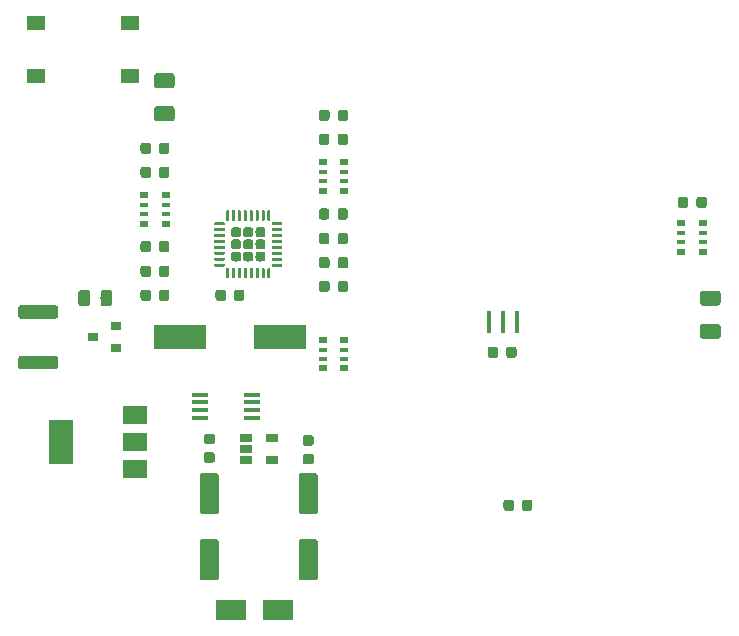
<source format=gbr>
G04 #@! TF.GenerationSoftware,KiCad,Pcbnew,5.0.2-bee76a0~70~ubuntu18.04.1*
G04 #@! TF.CreationDate,2018-12-20T19:54:29+08:00*
G04 #@! TF.ProjectId,arduino-uno,61726475-696e-46f2-9d75-6e6f2e6b6963,rev?*
G04 #@! TF.SameCoordinates,Original*
G04 #@! TF.FileFunction,Paste,Top*
G04 #@! TF.FilePolarity,Positive*
%FSLAX46Y46*%
G04 Gerber Fmt 4.6, Leading zero omitted, Abs format (unit mm)*
G04 Created by KiCad (PCBNEW 5.0.2-bee76a0~70~ubuntu18.04.1) date 2018年12月20日 星期四 19时54分29秒*
%MOMM*%
%LPD*%
G01*
G04 APERTURE LIST*
%ADD10R,1.550000X1.300000*%
%ADD11C,0.100000*%
%ADD12C,0.875000*%
%ADD13R,2.500000X1.800000*%
%ADD14C,1.250000*%
%ADD15C,1.125000*%
%ADD16C,0.975000*%
%ADD17R,0.900000X0.800000*%
%ADD18R,0.800000X0.500000*%
%ADD19R,0.800000X0.400000*%
%ADD20R,2.000000X3.800000*%
%ADD21R,2.000000X1.500000*%
%ADD22R,1.450000X0.450000*%
%ADD23R,1.060000X0.650000*%
%ADD24C,0.830000*%
%ADD25C,0.250000*%
%ADD26R,4.500000X2.000000*%
%ADD27R,0.400000X1.900000*%
%ADD28C,1.600000*%
G04 APERTURE END LIST*
D10*
G04 #@! TO.C,RESET*
X113368000Y-74331000D03*
X113368000Y-78831000D03*
X121328000Y-78831000D03*
X121328000Y-74331000D03*
G04 #@! TD*
D11*
G04 #@! TO.C,C3*
G36*
X155179691Y-114715053D02*
X155200926Y-114718203D01*
X155221750Y-114723419D01*
X155241962Y-114730651D01*
X155261368Y-114739830D01*
X155279781Y-114750866D01*
X155297024Y-114763654D01*
X155312930Y-114778070D01*
X155327346Y-114793976D01*
X155340134Y-114811219D01*
X155351170Y-114829632D01*
X155360349Y-114849038D01*
X155367581Y-114869250D01*
X155372797Y-114890074D01*
X155375947Y-114911309D01*
X155377000Y-114932750D01*
X155377000Y-115445250D01*
X155375947Y-115466691D01*
X155372797Y-115487926D01*
X155367581Y-115508750D01*
X155360349Y-115528962D01*
X155351170Y-115548368D01*
X155340134Y-115566781D01*
X155327346Y-115584024D01*
X155312930Y-115599930D01*
X155297024Y-115614346D01*
X155279781Y-115627134D01*
X155261368Y-115638170D01*
X155241962Y-115647349D01*
X155221750Y-115654581D01*
X155200926Y-115659797D01*
X155179691Y-115662947D01*
X155158250Y-115664000D01*
X154720750Y-115664000D01*
X154699309Y-115662947D01*
X154678074Y-115659797D01*
X154657250Y-115654581D01*
X154637038Y-115647349D01*
X154617632Y-115638170D01*
X154599219Y-115627134D01*
X154581976Y-115614346D01*
X154566070Y-115599930D01*
X154551654Y-115584024D01*
X154538866Y-115566781D01*
X154527830Y-115548368D01*
X154518651Y-115528962D01*
X154511419Y-115508750D01*
X154506203Y-115487926D01*
X154503053Y-115466691D01*
X154502000Y-115445250D01*
X154502000Y-114932750D01*
X154503053Y-114911309D01*
X154506203Y-114890074D01*
X154511419Y-114869250D01*
X154518651Y-114849038D01*
X154527830Y-114829632D01*
X154538866Y-114811219D01*
X154551654Y-114793976D01*
X154566070Y-114778070D01*
X154581976Y-114763654D01*
X154599219Y-114750866D01*
X154617632Y-114739830D01*
X154637038Y-114730651D01*
X154657250Y-114723419D01*
X154678074Y-114718203D01*
X154699309Y-114715053D01*
X154720750Y-114714000D01*
X155158250Y-114714000D01*
X155179691Y-114715053D01*
X155179691Y-114715053D01*
G37*
D12*
X154939500Y-115189000D03*
D11*
G36*
X153604691Y-114715053D02*
X153625926Y-114718203D01*
X153646750Y-114723419D01*
X153666962Y-114730651D01*
X153686368Y-114739830D01*
X153704781Y-114750866D01*
X153722024Y-114763654D01*
X153737930Y-114778070D01*
X153752346Y-114793976D01*
X153765134Y-114811219D01*
X153776170Y-114829632D01*
X153785349Y-114849038D01*
X153792581Y-114869250D01*
X153797797Y-114890074D01*
X153800947Y-114911309D01*
X153802000Y-114932750D01*
X153802000Y-115445250D01*
X153800947Y-115466691D01*
X153797797Y-115487926D01*
X153792581Y-115508750D01*
X153785349Y-115528962D01*
X153776170Y-115548368D01*
X153765134Y-115566781D01*
X153752346Y-115584024D01*
X153737930Y-115599930D01*
X153722024Y-115614346D01*
X153704781Y-115627134D01*
X153686368Y-115638170D01*
X153666962Y-115647349D01*
X153646750Y-115654581D01*
X153625926Y-115659797D01*
X153604691Y-115662947D01*
X153583250Y-115664000D01*
X153145750Y-115664000D01*
X153124309Y-115662947D01*
X153103074Y-115659797D01*
X153082250Y-115654581D01*
X153062038Y-115647349D01*
X153042632Y-115638170D01*
X153024219Y-115627134D01*
X153006976Y-115614346D01*
X152991070Y-115599930D01*
X152976654Y-115584024D01*
X152963866Y-115566781D01*
X152952830Y-115548368D01*
X152943651Y-115528962D01*
X152936419Y-115508750D01*
X152931203Y-115487926D01*
X152928053Y-115466691D01*
X152927000Y-115445250D01*
X152927000Y-114932750D01*
X152928053Y-114911309D01*
X152931203Y-114890074D01*
X152936419Y-114869250D01*
X152943651Y-114849038D01*
X152952830Y-114829632D01*
X152963866Y-114811219D01*
X152976654Y-114793976D01*
X152991070Y-114778070D01*
X153006976Y-114763654D01*
X153024219Y-114750866D01*
X153042632Y-114739830D01*
X153062038Y-114730651D01*
X153082250Y-114723419D01*
X153103074Y-114718203D01*
X153124309Y-114715053D01*
X153145750Y-114714000D01*
X153583250Y-114714000D01*
X153604691Y-114715053D01*
X153604691Y-114715053D01*
G37*
D12*
X153364500Y-115189000D03*
G04 #@! TD*
D11*
G04 #@! TO.C,C4*
G36*
X128293691Y-109139053D02*
X128314926Y-109142203D01*
X128335750Y-109147419D01*
X128355962Y-109154651D01*
X128375368Y-109163830D01*
X128393781Y-109174866D01*
X128411024Y-109187654D01*
X128426930Y-109202070D01*
X128441346Y-109217976D01*
X128454134Y-109235219D01*
X128465170Y-109253632D01*
X128474349Y-109273038D01*
X128481581Y-109293250D01*
X128486797Y-109314074D01*
X128489947Y-109335309D01*
X128491000Y-109356750D01*
X128491000Y-109794250D01*
X128489947Y-109815691D01*
X128486797Y-109836926D01*
X128481581Y-109857750D01*
X128474349Y-109877962D01*
X128465170Y-109897368D01*
X128454134Y-109915781D01*
X128441346Y-109933024D01*
X128426930Y-109948930D01*
X128411024Y-109963346D01*
X128393781Y-109976134D01*
X128375368Y-109987170D01*
X128355962Y-109996349D01*
X128335750Y-110003581D01*
X128314926Y-110008797D01*
X128293691Y-110011947D01*
X128272250Y-110013000D01*
X127759750Y-110013000D01*
X127738309Y-110011947D01*
X127717074Y-110008797D01*
X127696250Y-110003581D01*
X127676038Y-109996349D01*
X127656632Y-109987170D01*
X127638219Y-109976134D01*
X127620976Y-109963346D01*
X127605070Y-109948930D01*
X127590654Y-109933024D01*
X127577866Y-109915781D01*
X127566830Y-109897368D01*
X127557651Y-109877962D01*
X127550419Y-109857750D01*
X127545203Y-109836926D01*
X127542053Y-109815691D01*
X127541000Y-109794250D01*
X127541000Y-109356750D01*
X127542053Y-109335309D01*
X127545203Y-109314074D01*
X127550419Y-109293250D01*
X127557651Y-109273038D01*
X127566830Y-109253632D01*
X127577866Y-109235219D01*
X127590654Y-109217976D01*
X127605070Y-109202070D01*
X127620976Y-109187654D01*
X127638219Y-109174866D01*
X127656632Y-109163830D01*
X127676038Y-109154651D01*
X127696250Y-109147419D01*
X127717074Y-109142203D01*
X127738309Y-109139053D01*
X127759750Y-109138000D01*
X128272250Y-109138000D01*
X128293691Y-109139053D01*
X128293691Y-109139053D01*
G37*
D12*
X128016000Y-109575500D03*
D11*
G36*
X128293691Y-110714053D02*
X128314926Y-110717203D01*
X128335750Y-110722419D01*
X128355962Y-110729651D01*
X128375368Y-110738830D01*
X128393781Y-110749866D01*
X128411024Y-110762654D01*
X128426930Y-110777070D01*
X128441346Y-110792976D01*
X128454134Y-110810219D01*
X128465170Y-110828632D01*
X128474349Y-110848038D01*
X128481581Y-110868250D01*
X128486797Y-110889074D01*
X128489947Y-110910309D01*
X128491000Y-110931750D01*
X128491000Y-111369250D01*
X128489947Y-111390691D01*
X128486797Y-111411926D01*
X128481581Y-111432750D01*
X128474349Y-111452962D01*
X128465170Y-111472368D01*
X128454134Y-111490781D01*
X128441346Y-111508024D01*
X128426930Y-111523930D01*
X128411024Y-111538346D01*
X128393781Y-111551134D01*
X128375368Y-111562170D01*
X128355962Y-111571349D01*
X128335750Y-111578581D01*
X128314926Y-111583797D01*
X128293691Y-111586947D01*
X128272250Y-111588000D01*
X127759750Y-111588000D01*
X127738309Y-111586947D01*
X127717074Y-111583797D01*
X127696250Y-111578581D01*
X127676038Y-111571349D01*
X127656632Y-111562170D01*
X127638219Y-111551134D01*
X127620976Y-111538346D01*
X127605070Y-111523930D01*
X127590654Y-111508024D01*
X127577866Y-111490781D01*
X127566830Y-111472368D01*
X127557651Y-111452962D01*
X127550419Y-111432750D01*
X127545203Y-111411926D01*
X127542053Y-111390691D01*
X127541000Y-111369250D01*
X127541000Y-110931750D01*
X127542053Y-110910309D01*
X127545203Y-110889074D01*
X127550419Y-110868250D01*
X127557651Y-110848038D01*
X127566830Y-110828632D01*
X127577866Y-110810219D01*
X127590654Y-110792976D01*
X127605070Y-110777070D01*
X127620976Y-110762654D01*
X127638219Y-110749866D01*
X127656632Y-110738830D01*
X127676038Y-110729651D01*
X127696250Y-110722419D01*
X127717074Y-110717203D01*
X127738309Y-110714053D01*
X127759750Y-110713000D01*
X128272250Y-110713000D01*
X128293691Y-110714053D01*
X128293691Y-110714053D01*
G37*
D12*
X128016000Y-111150500D03*
G04 #@! TD*
D11*
G04 #@! TO.C,C5*
G36*
X136675691Y-110841053D02*
X136696926Y-110844203D01*
X136717750Y-110849419D01*
X136737962Y-110856651D01*
X136757368Y-110865830D01*
X136775781Y-110876866D01*
X136793024Y-110889654D01*
X136808930Y-110904070D01*
X136823346Y-110919976D01*
X136836134Y-110937219D01*
X136847170Y-110955632D01*
X136856349Y-110975038D01*
X136863581Y-110995250D01*
X136868797Y-111016074D01*
X136871947Y-111037309D01*
X136873000Y-111058750D01*
X136873000Y-111496250D01*
X136871947Y-111517691D01*
X136868797Y-111538926D01*
X136863581Y-111559750D01*
X136856349Y-111579962D01*
X136847170Y-111599368D01*
X136836134Y-111617781D01*
X136823346Y-111635024D01*
X136808930Y-111650930D01*
X136793024Y-111665346D01*
X136775781Y-111678134D01*
X136757368Y-111689170D01*
X136737962Y-111698349D01*
X136717750Y-111705581D01*
X136696926Y-111710797D01*
X136675691Y-111713947D01*
X136654250Y-111715000D01*
X136141750Y-111715000D01*
X136120309Y-111713947D01*
X136099074Y-111710797D01*
X136078250Y-111705581D01*
X136058038Y-111698349D01*
X136038632Y-111689170D01*
X136020219Y-111678134D01*
X136002976Y-111665346D01*
X135987070Y-111650930D01*
X135972654Y-111635024D01*
X135959866Y-111617781D01*
X135948830Y-111599368D01*
X135939651Y-111579962D01*
X135932419Y-111559750D01*
X135927203Y-111538926D01*
X135924053Y-111517691D01*
X135923000Y-111496250D01*
X135923000Y-111058750D01*
X135924053Y-111037309D01*
X135927203Y-111016074D01*
X135932419Y-110995250D01*
X135939651Y-110975038D01*
X135948830Y-110955632D01*
X135959866Y-110937219D01*
X135972654Y-110919976D01*
X135987070Y-110904070D01*
X136002976Y-110889654D01*
X136020219Y-110876866D01*
X136038632Y-110865830D01*
X136058038Y-110856651D01*
X136078250Y-110849419D01*
X136099074Y-110844203D01*
X136120309Y-110841053D01*
X136141750Y-110840000D01*
X136654250Y-110840000D01*
X136675691Y-110841053D01*
X136675691Y-110841053D01*
G37*
D12*
X136398000Y-111277500D03*
D11*
G36*
X136675691Y-109266053D02*
X136696926Y-109269203D01*
X136717750Y-109274419D01*
X136737962Y-109281651D01*
X136757368Y-109290830D01*
X136775781Y-109301866D01*
X136793024Y-109314654D01*
X136808930Y-109329070D01*
X136823346Y-109344976D01*
X136836134Y-109362219D01*
X136847170Y-109380632D01*
X136856349Y-109400038D01*
X136863581Y-109420250D01*
X136868797Y-109441074D01*
X136871947Y-109462309D01*
X136873000Y-109483750D01*
X136873000Y-109921250D01*
X136871947Y-109942691D01*
X136868797Y-109963926D01*
X136863581Y-109984750D01*
X136856349Y-110004962D01*
X136847170Y-110024368D01*
X136836134Y-110042781D01*
X136823346Y-110060024D01*
X136808930Y-110075930D01*
X136793024Y-110090346D01*
X136775781Y-110103134D01*
X136757368Y-110114170D01*
X136737962Y-110123349D01*
X136717750Y-110130581D01*
X136696926Y-110135797D01*
X136675691Y-110138947D01*
X136654250Y-110140000D01*
X136141750Y-110140000D01*
X136120309Y-110138947D01*
X136099074Y-110135797D01*
X136078250Y-110130581D01*
X136058038Y-110123349D01*
X136038632Y-110114170D01*
X136020219Y-110103134D01*
X136002976Y-110090346D01*
X135987070Y-110075930D01*
X135972654Y-110060024D01*
X135959866Y-110042781D01*
X135948830Y-110024368D01*
X135939651Y-110004962D01*
X135932419Y-109984750D01*
X135927203Y-109963926D01*
X135924053Y-109942691D01*
X135923000Y-109921250D01*
X135923000Y-109483750D01*
X135924053Y-109462309D01*
X135927203Y-109441074D01*
X135932419Y-109420250D01*
X135939651Y-109400038D01*
X135948830Y-109380632D01*
X135959866Y-109362219D01*
X135972654Y-109344976D01*
X135987070Y-109329070D01*
X136002976Y-109314654D01*
X136020219Y-109301866D01*
X136038632Y-109290830D01*
X136058038Y-109281651D01*
X136078250Y-109274419D01*
X136099074Y-109269203D01*
X136120309Y-109266053D01*
X136141750Y-109265000D01*
X136654250Y-109265000D01*
X136675691Y-109266053D01*
X136675691Y-109266053D01*
G37*
D12*
X136398000Y-109702500D03*
G04 #@! TD*
D11*
G04 #@! TO.C,C6*
G36*
X122870691Y-96935053D02*
X122891926Y-96938203D01*
X122912750Y-96943419D01*
X122932962Y-96950651D01*
X122952368Y-96959830D01*
X122970781Y-96970866D01*
X122988024Y-96983654D01*
X123003930Y-96998070D01*
X123018346Y-97013976D01*
X123031134Y-97031219D01*
X123042170Y-97049632D01*
X123051349Y-97069038D01*
X123058581Y-97089250D01*
X123063797Y-97110074D01*
X123066947Y-97131309D01*
X123068000Y-97152750D01*
X123068000Y-97665250D01*
X123066947Y-97686691D01*
X123063797Y-97707926D01*
X123058581Y-97728750D01*
X123051349Y-97748962D01*
X123042170Y-97768368D01*
X123031134Y-97786781D01*
X123018346Y-97804024D01*
X123003930Y-97819930D01*
X122988024Y-97834346D01*
X122970781Y-97847134D01*
X122952368Y-97858170D01*
X122932962Y-97867349D01*
X122912750Y-97874581D01*
X122891926Y-97879797D01*
X122870691Y-97882947D01*
X122849250Y-97884000D01*
X122411750Y-97884000D01*
X122390309Y-97882947D01*
X122369074Y-97879797D01*
X122348250Y-97874581D01*
X122328038Y-97867349D01*
X122308632Y-97858170D01*
X122290219Y-97847134D01*
X122272976Y-97834346D01*
X122257070Y-97819930D01*
X122242654Y-97804024D01*
X122229866Y-97786781D01*
X122218830Y-97768368D01*
X122209651Y-97748962D01*
X122202419Y-97728750D01*
X122197203Y-97707926D01*
X122194053Y-97686691D01*
X122193000Y-97665250D01*
X122193000Y-97152750D01*
X122194053Y-97131309D01*
X122197203Y-97110074D01*
X122202419Y-97089250D01*
X122209651Y-97069038D01*
X122218830Y-97049632D01*
X122229866Y-97031219D01*
X122242654Y-97013976D01*
X122257070Y-96998070D01*
X122272976Y-96983654D01*
X122290219Y-96970866D01*
X122308632Y-96959830D01*
X122328038Y-96950651D01*
X122348250Y-96943419D01*
X122369074Y-96938203D01*
X122390309Y-96935053D01*
X122411750Y-96934000D01*
X122849250Y-96934000D01*
X122870691Y-96935053D01*
X122870691Y-96935053D01*
G37*
D12*
X122630500Y-97409000D03*
D11*
G36*
X124445691Y-96935053D02*
X124466926Y-96938203D01*
X124487750Y-96943419D01*
X124507962Y-96950651D01*
X124527368Y-96959830D01*
X124545781Y-96970866D01*
X124563024Y-96983654D01*
X124578930Y-96998070D01*
X124593346Y-97013976D01*
X124606134Y-97031219D01*
X124617170Y-97049632D01*
X124626349Y-97069038D01*
X124633581Y-97089250D01*
X124638797Y-97110074D01*
X124641947Y-97131309D01*
X124643000Y-97152750D01*
X124643000Y-97665250D01*
X124641947Y-97686691D01*
X124638797Y-97707926D01*
X124633581Y-97728750D01*
X124626349Y-97748962D01*
X124617170Y-97768368D01*
X124606134Y-97786781D01*
X124593346Y-97804024D01*
X124578930Y-97819930D01*
X124563024Y-97834346D01*
X124545781Y-97847134D01*
X124527368Y-97858170D01*
X124507962Y-97867349D01*
X124487750Y-97874581D01*
X124466926Y-97879797D01*
X124445691Y-97882947D01*
X124424250Y-97884000D01*
X123986750Y-97884000D01*
X123965309Y-97882947D01*
X123944074Y-97879797D01*
X123923250Y-97874581D01*
X123903038Y-97867349D01*
X123883632Y-97858170D01*
X123865219Y-97847134D01*
X123847976Y-97834346D01*
X123832070Y-97819930D01*
X123817654Y-97804024D01*
X123804866Y-97786781D01*
X123793830Y-97768368D01*
X123784651Y-97748962D01*
X123777419Y-97728750D01*
X123772203Y-97707926D01*
X123769053Y-97686691D01*
X123768000Y-97665250D01*
X123768000Y-97152750D01*
X123769053Y-97131309D01*
X123772203Y-97110074D01*
X123777419Y-97089250D01*
X123784651Y-97069038D01*
X123793830Y-97049632D01*
X123804866Y-97031219D01*
X123817654Y-97013976D01*
X123832070Y-96998070D01*
X123847976Y-96983654D01*
X123865219Y-96970866D01*
X123883632Y-96959830D01*
X123903038Y-96950651D01*
X123923250Y-96943419D01*
X123944074Y-96938203D01*
X123965309Y-96935053D01*
X123986750Y-96934000D01*
X124424250Y-96934000D01*
X124445691Y-96935053D01*
X124445691Y-96935053D01*
G37*
D12*
X124205500Y-97409000D03*
G04 #@! TD*
D11*
G04 #@! TO.C,C7*
G36*
X137998691Y-96178053D02*
X138019926Y-96181203D01*
X138040750Y-96186419D01*
X138060962Y-96193651D01*
X138080368Y-96202830D01*
X138098781Y-96213866D01*
X138116024Y-96226654D01*
X138131930Y-96241070D01*
X138146346Y-96256976D01*
X138159134Y-96274219D01*
X138170170Y-96292632D01*
X138179349Y-96312038D01*
X138186581Y-96332250D01*
X138191797Y-96353074D01*
X138194947Y-96374309D01*
X138196000Y-96395750D01*
X138196000Y-96908250D01*
X138194947Y-96929691D01*
X138191797Y-96950926D01*
X138186581Y-96971750D01*
X138179349Y-96991962D01*
X138170170Y-97011368D01*
X138159134Y-97029781D01*
X138146346Y-97047024D01*
X138131930Y-97062930D01*
X138116024Y-97077346D01*
X138098781Y-97090134D01*
X138080368Y-97101170D01*
X138060962Y-97110349D01*
X138040750Y-97117581D01*
X138019926Y-97122797D01*
X137998691Y-97125947D01*
X137977250Y-97127000D01*
X137539750Y-97127000D01*
X137518309Y-97125947D01*
X137497074Y-97122797D01*
X137476250Y-97117581D01*
X137456038Y-97110349D01*
X137436632Y-97101170D01*
X137418219Y-97090134D01*
X137400976Y-97077346D01*
X137385070Y-97062930D01*
X137370654Y-97047024D01*
X137357866Y-97029781D01*
X137346830Y-97011368D01*
X137337651Y-96991962D01*
X137330419Y-96971750D01*
X137325203Y-96950926D01*
X137322053Y-96929691D01*
X137321000Y-96908250D01*
X137321000Y-96395750D01*
X137322053Y-96374309D01*
X137325203Y-96353074D01*
X137330419Y-96332250D01*
X137337651Y-96312038D01*
X137346830Y-96292632D01*
X137357866Y-96274219D01*
X137370654Y-96256976D01*
X137385070Y-96241070D01*
X137400976Y-96226654D01*
X137418219Y-96213866D01*
X137436632Y-96202830D01*
X137456038Y-96193651D01*
X137476250Y-96186419D01*
X137497074Y-96181203D01*
X137518309Y-96178053D01*
X137539750Y-96177000D01*
X137977250Y-96177000D01*
X137998691Y-96178053D01*
X137998691Y-96178053D01*
G37*
D12*
X137758500Y-96652000D03*
D11*
G36*
X139573691Y-96178053D02*
X139594926Y-96181203D01*
X139615750Y-96186419D01*
X139635962Y-96193651D01*
X139655368Y-96202830D01*
X139673781Y-96213866D01*
X139691024Y-96226654D01*
X139706930Y-96241070D01*
X139721346Y-96256976D01*
X139734134Y-96274219D01*
X139745170Y-96292632D01*
X139754349Y-96312038D01*
X139761581Y-96332250D01*
X139766797Y-96353074D01*
X139769947Y-96374309D01*
X139771000Y-96395750D01*
X139771000Y-96908250D01*
X139769947Y-96929691D01*
X139766797Y-96950926D01*
X139761581Y-96971750D01*
X139754349Y-96991962D01*
X139745170Y-97011368D01*
X139734134Y-97029781D01*
X139721346Y-97047024D01*
X139706930Y-97062930D01*
X139691024Y-97077346D01*
X139673781Y-97090134D01*
X139655368Y-97101170D01*
X139635962Y-97110349D01*
X139615750Y-97117581D01*
X139594926Y-97122797D01*
X139573691Y-97125947D01*
X139552250Y-97127000D01*
X139114750Y-97127000D01*
X139093309Y-97125947D01*
X139072074Y-97122797D01*
X139051250Y-97117581D01*
X139031038Y-97110349D01*
X139011632Y-97101170D01*
X138993219Y-97090134D01*
X138975976Y-97077346D01*
X138960070Y-97062930D01*
X138945654Y-97047024D01*
X138932866Y-97029781D01*
X138921830Y-97011368D01*
X138912651Y-96991962D01*
X138905419Y-96971750D01*
X138900203Y-96950926D01*
X138897053Y-96929691D01*
X138896000Y-96908250D01*
X138896000Y-96395750D01*
X138897053Y-96374309D01*
X138900203Y-96353074D01*
X138905419Y-96332250D01*
X138912651Y-96312038D01*
X138921830Y-96292632D01*
X138932866Y-96274219D01*
X138945654Y-96256976D01*
X138960070Y-96241070D01*
X138975976Y-96226654D01*
X138993219Y-96213866D01*
X139011632Y-96202830D01*
X139031038Y-96193651D01*
X139051250Y-96186419D01*
X139072074Y-96181203D01*
X139093309Y-96178053D01*
X139114750Y-96177000D01*
X139552250Y-96177000D01*
X139573691Y-96178053D01*
X139573691Y-96178053D01*
G37*
D12*
X139333500Y-96652000D03*
G04 #@! TD*
D11*
G04 #@! TO.C,C8*
G36*
X124445691Y-94903053D02*
X124466926Y-94906203D01*
X124487750Y-94911419D01*
X124507962Y-94918651D01*
X124527368Y-94927830D01*
X124545781Y-94938866D01*
X124563024Y-94951654D01*
X124578930Y-94966070D01*
X124593346Y-94981976D01*
X124606134Y-94999219D01*
X124617170Y-95017632D01*
X124626349Y-95037038D01*
X124633581Y-95057250D01*
X124638797Y-95078074D01*
X124641947Y-95099309D01*
X124643000Y-95120750D01*
X124643000Y-95633250D01*
X124641947Y-95654691D01*
X124638797Y-95675926D01*
X124633581Y-95696750D01*
X124626349Y-95716962D01*
X124617170Y-95736368D01*
X124606134Y-95754781D01*
X124593346Y-95772024D01*
X124578930Y-95787930D01*
X124563024Y-95802346D01*
X124545781Y-95815134D01*
X124527368Y-95826170D01*
X124507962Y-95835349D01*
X124487750Y-95842581D01*
X124466926Y-95847797D01*
X124445691Y-95850947D01*
X124424250Y-95852000D01*
X123986750Y-95852000D01*
X123965309Y-95850947D01*
X123944074Y-95847797D01*
X123923250Y-95842581D01*
X123903038Y-95835349D01*
X123883632Y-95826170D01*
X123865219Y-95815134D01*
X123847976Y-95802346D01*
X123832070Y-95787930D01*
X123817654Y-95772024D01*
X123804866Y-95754781D01*
X123793830Y-95736368D01*
X123784651Y-95716962D01*
X123777419Y-95696750D01*
X123772203Y-95675926D01*
X123769053Y-95654691D01*
X123768000Y-95633250D01*
X123768000Y-95120750D01*
X123769053Y-95099309D01*
X123772203Y-95078074D01*
X123777419Y-95057250D01*
X123784651Y-95037038D01*
X123793830Y-95017632D01*
X123804866Y-94999219D01*
X123817654Y-94981976D01*
X123832070Y-94966070D01*
X123847976Y-94951654D01*
X123865219Y-94938866D01*
X123883632Y-94927830D01*
X123903038Y-94918651D01*
X123923250Y-94911419D01*
X123944074Y-94906203D01*
X123965309Y-94903053D01*
X123986750Y-94902000D01*
X124424250Y-94902000D01*
X124445691Y-94903053D01*
X124445691Y-94903053D01*
G37*
D12*
X124205500Y-95377000D03*
D11*
G36*
X122870691Y-94903053D02*
X122891926Y-94906203D01*
X122912750Y-94911419D01*
X122932962Y-94918651D01*
X122952368Y-94927830D01*
X122970781Y-94938866D01*
X122988024Y-94951654D01*
X123003930Y-94966070D01*
X123018346Y-94981976D01*
X123031134Y-94999219D01*
X123042170Y-95017632D01*
X123051349Y-95037038D01*
X123058581Y-95057250D01*
X123063797Y-95078074D01*
X123066947Y-95099309D01*
X123068000Y-95120750D01*
X123068000Y-95633250D01*
X123066947Y-95654691D01*
X123063797Y-95675926D01*
X123058581Y-95696750D01*
X123051349Y-95716962D01*
X123042170Y-95736368D01*
X123031134Y-95754781D01*
X123018346Y-95772024D01*
X123003930Y-95787930D01*
X122988024Y-95802346D01*
X122970781Y-95815134D01*
X122952368Y-95826170D01*
X122932962Y-95835349D01*
X122912750Y-95842581D01*
X122891926Y-95847797D01*
X122870691Y-95850947D01*
X122849250Y-95852000D01*
X122411750Y-95852000D01*
X122390309Y-95850947D01*
X122369074Y-95847797D01*
X122348250Y-95842581D01*
X122328038Y-95835349D01*
X122308632Y-95826170D01*
X122290219Y-95815134D01*
X122272976Y-95802346D01*
X122257070Y-95787930D01*
X122242654Y-95772024D01*
X122229866Y-95754781D01*
X122218830Y-95736368D01*
X122209651Y-95716962D01*
X122202419Y-95696750D01*
X122197203Y-95675926D01*
X122194053Y-95654691D01*
X122193000Y-95633250D01*
X122193000Y-95120750D01*
X122194053Y-95099309D01*
X122197203Y-95078074D01*
X122202419Y-95057250D01*
X122209651Y-95037038D01*
X122218830Y-95017632D01*
X122229866Y-94999219D01*
X122242654Y-94981976D01*
X122257070Y-94966070D01*
X122272976Y-94951654D01*
X122290219Y-94938866D01*
X122308632Y-94927830D01*
X122328038Y-94918651D01*
X122348250Y-94911419D01*
X122369074Y-94906203D01*
X122390309Y-94903053D01*
X122411750Y-94902000D01*
X122849250Y-94902000D01*
X122870691Y-94903053D01*
X122870691Y-94903053D01*
G37*
D12*
X122630500Y-95377000D03*
G04 #@! TD*
D11*
G04 #@! TO.C,C9*
G36*
X137998691Y-81695053D02*
X138019926Y-81698203D01*
X138040750Y-81703419D01*
X138060962Y-81710651D01*
X138080368Y-81719830D01*
X138098781Y-81730866D01*
X138116024Y-81743654D01*
X138131930Y-81758070D01*
X138146346Y-81773976D01*
X138159134Y-81791219D01*
X138170170Y-81809632D01*
X138179349Y-81829038D01*
X138186581Y-81849250D01*
X138191797Y-81870074D01*
X138194947Y-81891309D01*
X138196000Y-81912750D01*
X138196000Y-82425250D01*
X138194947Y-82446691D01*
X138191797Y-82467926D01*
X138186581Y-82488750D01*
X138179349Y-82508962D01*
X138170170Y-82528368D01*
X138159134Y-82546781D01*
X138146346Y-82564024D01*
X138131930Y-82579930D01*
X138116024Y-82594346D01*
X138098781Y-82607134D01*
X138080368Y-82618170D01*
X138060962Y-82627349D01*
X138040750Y-82634581D01*
X138019926Y-82639797D01*
X137998691Y-82642947D01*
X137977250Y-82644000D01*
X137539750Y-82644000D01*
X137518309Y-82642947D01*
X137497074Y-82639797D01*
X137476250Y-82634581D01*
X137456038Y-82627349D01*
X137436632Y-82618170D01*
X137418219Y-82607134D01*
X137400976Y-82594346D01*
X137385070Y-82579930D01*
X137370654Y-82564024D01*
X137357866Y-82546781D01*
X137346830Y-82528368D01*
X137337651Y-82508962D01*
X137330419Y-82488750D01*
X137325203Y-82467926D01*
X137322053Y-82446691D01*
X137321000Y-82425250D01*
X137321000Y-81912750D01*
X137322053Y-81891309D01*
X137325203Y-81870074D01*
X137330419Y-81849250D01*
X137337651Y-81829038D01*
X137346830Y-81809632D01*
X137357866Y-81791219D01*
X137370654Y-81773976D01*
X137385070Y-81758070D01*
X137400976Y-81743654D01*
X137418219Y-81730866D01*
X137436632Y-81719830D01*
X137456038Y-81710651D01*
X137476250Y-81703419D01*
X137497074Y-81698203D01*
X137518309Y-81695053D01*
X137539750Y-81694000D01*
X137977250Y-81694000D01*
X137998691Y-81695053D01*
X137998691Y-81695053D01*
G37*
D12*
X137758500Y-82169000D03*
D11*
G36*
X139573691Y-81695053D02*
X139594926Y-81698203D01*
X139615750Y-81703419D01*
X139635962Y-81710651D01*
X139655368Y-81719830D01*
X139673781Y-81730866D01*
X139691024Y-81743654D01*
X139706930Y-81758070D01*
X139721346Y-81773976D01*
X139734134Y-81791219D01*
X139745170Y-81809632D01*
X139754349Y-81829038D01*
X139761581Y-81849250D01*
X139766797Y-81870074D01*
X139769947Y-81891309D01*
X139771000Y-81912750D01*
X139771000Y-82425250D01*
X139769947Y-82446691D01*
X139766797Y-82467926D01*
X139761581Y-82488750D01*
X139754349Y-82508962D01*
X139745170Y-82528368D01*
X139734134Y-82546781D01*
X139721346Y-82564024D01*
X139706930Y-82579930D01*
X139691024Y-82594346D01*
X139673781Y-82607134D01*
X139655368Y-82618170D01*
X139635962Y-82627349D01*
X139615750Y-82634581D01*
X139594926Y-82639797D01*
X139573691Y-82642947D01*
X139552250Y-82644000D01*
X139114750Y-82644000D01*
X139093309Y-82642947D01*
X139072074Y-82639797D01*
X139051250Y-82634581D01*
X139031038Y-82627349D01*
X139011632Y-82618170D01*
X138993219Y-82607134D01*
X138975976Y-82594346D01*
X138960070Y-82579930D01*
X138945654Y-82564024D01*
X138932866Y-82546781D01*
X138921830Y-82528368D01*
X138912651Y-82508962D01*
X138905419Y-82488750D01*
X138900203Y-82467926D01*
X138897053Y-82446691D01*
X138896000Y-82425250D01*
X138896000Y-81912750D01*
X138897053Y-81891309D01*
X138900203Y-81870074D01*
X138905419Y-81849250D01*
X138912651Y-81829038D01*
X138921830Y-81809632D01*
X138932866Y-81791219D01*
X138945654Y-81773976D01*
X138960070Y-81758070D01*
X138975976Y-81743654D01*
X138993219Y-81730866D01*
X139011632Y-81719830D01*
X139031038Y-81710651D01*
X139051250Y-81703419D01*
X139072074Y-81698203D01*
X139093309Y-81695053D01*
X139114750Y-81694000D01*
X139552250Y-81694000D01*
X139573691Y-81695053D01*
X139573691Y-81695053D01*
G37*
D12*
X139333500Y-82169000D03*
G04 #@! TD*
D11*
G04 #@! TO.C,C10*
G36*
X139573691Y-94177553D02*
X139594926Y-94180703D01*
X139615750Y-94185919D01*
X139635962Y-94193151D01*
X139655368Y-94202330D01*
X139673781Y-94213366D01*
X139691024Y-94226154D01*
X139706930Y-94240570D01*
X139721346Y-94256476D01*
X139734134Y-94273719D01*
X139745170Y-94292132D01*
X139754349Y-94311538D01*
X139761581Y-94331750D01*
X139766797Y-94352574D01*
X139769947Y-94373809D01*
X139771000Y-94395250D01*
X139771000Y-94907750D01*
X139769947Y-94929191D01*
X139766797Y-94950426D01*
X139761581Y-94971250D01*
X139754349Y-94991462D01*
X139745170Y-95010868D01*
X139734134Y-95029281D01*
X139721346Y-95046524D01*
X139706930Y-95062430D01*
X139691024Y-95076846D01*
X139673781Y-95089634D01*
X139655368Y-95100670D01*
X139635962Y-95109849D01*
X139615750Y-95117081D01*
X139594926Y-95122297D01*
X139573691Y-95125447D01*
X139552250Y-95126500D01*
X139114750Y-95126500D01*
X139093309Y-95125447D01*
X139072074Y-95122297D01*
X139051250Y-95117081D01*
X139031038Y-95109849D01*
X139011632Y-95100670D01*
X138993219Y-95089634D01*
X138975976Y-95076846D01*
X138960070Y-95062430D01*
X138945654Y-95046524D01*
X138932866Y-95029281D01*
X138921830Y-95010868D01*
X138912651Y-94991462D01*
X138905419Y-94971250D01*
X138900203Y-94950426D01*
X138897053Y-94929191D01*
X138896000Y-94907750D01*
X138896000Y-94395250D01*
X138897053Y-94373809D01*
X138900203Y-94352574D01*
X138905419Y-94331750D01*
X138912651Y-94311538D01*
X138921830Y-94292132D01*
X138932866Y-94273719D01*
X138945654Y-94256476D01*
X138960070Y-94240570D01*
X138975976Y-94226154D01*
X138993219Y-94213366D01*
X139011632Y-94202330D01*
X139031038Y-94193151D01*
X139051250Y-94185919D01*
X139072074Y-94180703D01*
X139093309Y-94177553D01*
X139114750Y-94176500D01*
X139552250Y-94176500D01*
X139573691Y-94177553D01*
X139573691Y-94177553D01*
G37*
D12*
X139333500Y-94651500D03*
D11*
G36*
X137998691Y-94177553D02*
X138019926Y-94180703D01*
X138040750Y-94185919D01*
X138060962Y-94193151D01*
X138080368Y-94202330D01*
X138098781Y-94213366D01*
X138116024Y-94226154D01*
X138131930Y-94240570D01*
X138146346Y-94256476D01*
X138159134Y-94273719D01*
X138170170Y-94292132D01*
X138179349Y-94311538D01*
X138186581Y-94331750D01*
X138191797Y-94352574D01*
X138194947Y-94373809D01*
X138196000Y-94395250D01*
X138196000Y-94907750D01*
X138194947Y-94929191D01*
X138191797Y-94950426D01*
X138186581Y-94971250D01*
X138179349Y-94991462D01*
X138170170Y-95010868D01*
X138159134Y-95029281D01*
X138146346Y-95046524D01*
X138131930Y-95062430D01*
X138116024Y-95076846D01*
X138098781Y-95089634D01*
X138080368Y-95100670D01*
X138060962Y-95109849D01*
X138040750Y-95117081D01*
X138019926Y-95122297D01*
X137998691Y-95125447D01*
X137977250Y-95126500D01*
X137539750Y-95126500D01*
X137518309Y-95125447D01*
X137497074Y-95122297D01*
X137476250Y-95117081D01*
X137456038Y-95109849D01*
X137436632Y-95100670D01*
X137418219Y-95089634D01*
X137400976Y-95076846D01*
X137385070Y-95062430D01*
X137370654Y-95046524D01*
X137357866Y-95029281D01*
X137346830Y-95010868D01*
X137337651Y-94991462D01*
X137330419Y-94971250D01*
X137325203Y-94950426D01*
X137322053Y-94929191D01*
X137321000Y-94907750D01*
X137321000Y-94395250D01*
X137322053Y-94373809D01*
X137325203Y-94352574D01*
X137330419Y-94331750D01*
X137337651Y-94311538D01*
X137346830Y-94292132D01*
X137357866Y-94273719D01*
X137370654Y-94256476D01*
X137385070Y-94240570D01*
X137400976Y-94226154D01*
X137418219Y-94213366D01*
X137436632Y-94202330D01*
X137456038Y-94193151D01*
X137476250Y-94185919D01*
X137497074Y-94180703D01*
X137518309Y-94177553D01*
X137539750Y-94176500D01*
X137977250Y-94176500D01*
X137998691Y-94177553D01*
X137998691Y-94177553D01*
G37*
D12*
X137758500Y-94651500D03*
G04 #@! TD*
D11*
G04 #@! TO.C,C11*
G36*
X124445691Y-84489053D02*
X124466926Y-84492203D01*
X124487750Y-84497419D01*
X124507962Y-84504651D01*
X124527368Y-84513830D01*
X124545781Y-84524866D01*
X124563024Y-84537654D01*
X124578930Y-84552070D01*
X124593346Y-84567976D01*
X124606134Y-84585219D01*
X124617170Y-84603632D01*
X124626349Y-84623038D01*
X124633581Y-84643250D01*
X124638797Y-84664074D01*
X124641947Y-84685309D01*
X124643000Y-84706750D01*
X124643000Y-85219250D01*
X124641947Y-85240691D01*
X124638797Y-85261926D01*
X124633581Y-85282750D01*
X124626349Y-85302962D01*
X124617170Y-85322368D01*
X124606134Y-85340781D01*
X124593346Y-85358024D01*
X124578930Y-85373930D01*
X124563024Y-85388346D01*
X124545781Y-85401134D01*
X124527368Y-85412170D01*
X124507962Y-85421349D01*
X124487750Y-85428581D01*
X124466926Y-85433797D01*
X124445691Y-85436947D01*
X124424250Y-85438000D01*
X123986750Y-85438000D01*
X123965309Y-85436947D01*
X123944074Y-85433797D01*
X123923250Y-85428581D01*
X123903038Y-85421349D01*
X123883632Y-85412170D01*
X123865219Y-85401134D01*
X123847976Y-85388346D01*
X123832070Y-85373930D01*
X123817654Y-85358024D01*
X123804866Y-85340781D01*
X123793830Y-85322368D01*
X123784651Y-85302962D01*
X123777419Y-85282750D01*
X123772203Y-85261926D01*
X123769053Y-85240691D01*
X123768000Y-85219250D01*
X123768000Y-84706750D01*
X123769053Y-84685309D01*
X123772203Y-84664074D01*
X123777419Y-84643250D01*
X123784651Y-84623038D01*
X123793830Y-84603632D01*
X123804866Y-84585219D01*
X123817654Y-84567976D01*
X123832070Y-84552070D01*
X123847976Y-84537654D01*
X123865219Y-84524866D01*
X123883632Y-84513830D01*
X123903038Y-84504651D01*
X123923250Y-84497419D01*
X123944074Y-84492203D01*
X123965309Y-84489053D01*
X123986750Y-84488000D01*
X124424250Y-84488000D01*
X124445691Y-84489053D01*
X124445691Y-84489053D01*
G37*
D12*
X124205500Y-84963000D03*
D11*
G36*
X122870691Y-84489053D02*
X122891926Y-84492203D01*
X122912750Y-84497419D01*
X122932962Y-84504651D01*
X122952368Y-84513830D01*
X122970781Y-84524866D01*
X122988024Y-84537654D01*
X123003930Y-84552070D01*
X123018346Y-84567976D01*
X123031134Y-84585219D01*
X123042170Y-84603632D01*
X123051349Y-84623038D01*
X123058581Y-84643250D01*
X123063797Y-84664074D01*
X123066947Y-84685309D01*
X123068000Y-84706750D01*
X123068000Y-85219250D01*
X123066947Y-85240691D01*
X123063797Y-85261926D01*
X123058581Y-85282750D01*
X123051349Y-85302962D01*
X123042170Y-85322368D01*
X123031134Y-85340781D01*
X123018346Y-85358024D01*
X123003930Y-85373930D01*
X122988024Y-85388346D01*
X122970781Y-85401134D01*
X122952368Y-85412170D01*
X122932962Y-85421349D01*
X122912750Y-85428581D01*
X122891926Y-85433797D01*
X122870691Y-85436947D01*
X122849250Y-85438000D01*
X122411750Y-85438000D01*
X122390309Y-85436947D01*
X122369074Y-85433797D01*
X122348250Y-85428581D01*
X122328038Y-85421349D01*
X122308632Y-85412170D01*
X122290219Y-85401134D01*
X122272976Y-85388346D01*
X122257070Y-85373930D01*
X122242654Y-85358024D01*
X122229866Y-85340781D01*
X122218830Y-85322368D01*
X122209651Y-85302962D01*
X122202419Y-85282750D01*
X122197203Y-85261926D01*
X122194053Y-85240691D01*
X122193000Y-85219250D01*
X122193000Y-84706750D01*
X122194053Y-84685309D01*
X122197203Y-84664074D01*
X122202419Y-84643250D01*
X122209651Y-84623038D01*
X122218830Y-84603632D01*
X122229866Y-84585219D01*
X122242654Y-84567976D01*
X122257070Y-84552070D01*
X122272976Y-84537654D01*
X122290219Y-84524866D01*
X122308632Y-84513830D01*
X122328038Y-84504651D01*
X122348250Y-84497419D01*
X122369074Y-84492203D01*
X122390309Y-84489053D01*
X122411750Y-84488000D01*
X122849250Y-84488000D01*
X122870691Y-84489053D01*
X122870691Y-84489053D01*
G37*
D12*
X122630500Y-84963000D03*
G04 #@! TD*
D13*
G04 #@! TO.C,D1*
X133858000Y-124079000D03*
X129858000Y-124079000D03*
G04 #@! TD*
D11*
G04 #@! TO.C,ON*
G36*
X169937691Y-89061053D02*
X169958926Y-89064203D01*
X169979750Y-89069419D01*
X169999962Y-89076651D01*
X170019368Y-89085830D01*
X170037781Y-89096866D01*
X170055024Y-89109654D01*
X170070930Y-89124070D01*
X170085346Y-89139976D01*
X170098134Y-89157219D01*
X170109170Y-89175632D01*
X170118349Y-89195038D01*
X170125581Y-89215250D01*
X170130797Y-89236074D01*
X170133947Y-89257309D01*
X170135000Y-89278750D01*
X170135000Y-89791250D01*
X170133947Y-89812691D01*
X170130797Y-89833926D01*
X170125581Y-89854750D01*
X170118349Y-89874962D01*
X170109170Y-89894368D01*
X170098134Y-89912781D01*
X170085346Y-89930024D01*
X170070930Y-89945930D01*
X170055024Y-89960346D01*
X170037781Y-89973134D01*
X170019368Y-89984170D01*
X169999962Y-89993349D01*
X169979750Y-90000581D01*
X169958926Y-90005797D01*
X169937691Y-90008947D01*
X169916250Y-90010000D01*
X169478750Y-90010000D01*
X169457309Y-90008947D01*
X169436074Y-90005797D01*
X169415250Y-90000581D01*
X169395038Y-89993349D01*
X169375632Y-89984170D01*
X169357219Y-89973134D01*
X169339976Y-89960346D01*
X169324070Y-89945930D01*
X169309654Y-89930024D01*
X169296866Y-89912781D01*
X169285830Y-89894368D01*
X169276651Y-89874962D01*
X169269419Y-89854750D01*
X169264203Y-89833926D01*
X169261053Y-89812691D01*
X169260000Y-89791250D01*
X169260000Y-89278750D01*
X169261053Y-89257309D01*
X169264203Y-89236074D01*
X169269419Y-89215250D01*
X169276651Y-89195038D01*
X169285830Y-89175632D01*
X169296866Y-89157219D01*
X169309654Y-89139976D01*
X169324070Y-89124070D01*
X169339976Y-89109654D01*
X169357219Y-89096866D01*
X169375632Y-89085830D01*
X169395038Y-89076651D01*
X169415250Y-89069419D01*
X169436074Y-89064203D01*
X169457309Y-89061053D01*
X169478750Y-89060000D01*
X169916250Y-89060000D01*
X169937691Y-89061053D01*
X169937691Y-89061053D01*
G37*
D12*
X169697500Y-89535000D03*
D11*
G36*
X168362691Y-89061053D02*
X168383926Y-89064203D01*
X168404750Y-89069419D01*
X168424962Y-89076651D01*
X168444368Y-89085830D01*
X168462781Y-89096866D01*
X168480024Y-89109654D01*
X168495930Y-89124070D01*
X168510346Y-89139976D01*
X168523134Y-89157219D01*
X168534170Y-89175632D01*
X168543349Y-89195038D01*
X168550581Y-89215250D01*
X168555797Y-89236074D01*
X168558947Y-89257309D01*
X168560000Y-89278750D01*
X168560000Y-89791250D01*
X168558947Y-89812691D01*
X168555797Y-89833926D01*
X168550581Y-89854750D01*
X168543349Y-89874962D01*
X168534170Y-89894368D01*
X168523134Y-89912781D01*
X168510346Y-89930024D01*
X168495930Y-89945930D01*
X168480024Y-89960346D01*
X168462781Y-89973134D01*
X168444368Y-89984170D01*
X168424962Y-89993349D01*
X168404750Y-90000581D01*
X168383926Y-90005797D01*
X168362691Y-90008947D01*
X168341250Y-90010000D01*
X167903750Y-90010000D01*
X167882309Y-90008947D01*
X167861074Y-90005797D01*
X167840250Y-90000581D01*
X167820038Y-89993349D01*
X167800632Y-89984170D01*
X167782219Y-89973134D01*
X167764976Y-89960346D01*
X167749070Y-89945930D01*
X167734654Y-89930024D01*
X167721866Y-89912781D01*
X167710830Y-89894368D01*
X167701651Y-89874962D01*
X167694419Y-89854750D01*
X167689203Y-89833926D01*
X167686053Y-89812691D01*
X167685000Y-89791250D01*
X167685000Y-89278750D01*
X167686053Y-89257309D01*
X167689203Y-89236074D01*
X167694419Y-89215250D01*
X167701651Y-89195038D01*
X167710830Y-89175632D01*
X167721866Y-89157219D01*
X167734654Y-89139976D01*
X167749070Y-89124070D01*
X167764976Y-89109654D01*
X167782219Y-89096866D01*
X167800632Y-89085830D01*
X167820038Y-89076651D01*
X167840250Y-89069419D01*
X167861074Y-89064203D01*
X167882309Y-89061053D01*
X167903750Y-89060000D01*
X168341250Y-89060000D01*
X168362691Y-89061053D01*
X168362691Y-89061053D01*
G37*
D12*
X168122500Y-89535000D03*
G04 #@! TD*
D11*
G04 #@! TO.C,D3*
G36*
X124855504Y-78621204D02*
X124879773Y-78624804D01*
X124903571Y-78630765D01*
X124926671Y-78639030D01*
X124948849Y-78649520D01*
X124969893Y-78662133D01*
X124989598Y-78676747D01*
X125007777Y-78693223D01*
X125024253Y-78711402D01*
X125038867Y-78731107D01*
X125051480Y-78752151D01*
X125061970Y-78774329D01*
X125070235Y-78797429D01*
X125076196Y-78821227D01*
X125079796Y-78845496D01*
X125081000Y-78870000D01*
X125081000Y-79620000D01*
X125079796Y-79644504D01*
X125076196Y-79668773D01*
X125070235Y-79692571D01*
X125061970Y-79715671D01*
X125051480Y-79737849D01*
X125038867Y-79758893D01*
X125024253Y-79778598D01*
X125007777Y-79796777D01*
X124989598Y-79813253D01*
X124969893Y-79827867D01*
X124948849Y-79840480D01*
X124926671Y-79850970D01*
X124903571Y-79859235D01*
X124879773Y-79865196D01*
X124855504Y-79868796D01*
X124831000Y-79870000D01*
X123581000Y-79870000D01*
X123556496Y-79868796D01*
X123532227Y-79865196D01*
X123508429Y-79859235D01*
X123485329Y-79850970D01*
X123463151Y-79840480D01*
X123442107Y-79827867D01*
X123422402Y-79813253D01*
X123404223Y-79796777D01*
X123387747Y-79778598D01*
X123373133Y-79758893D01*
X123360520Y-79737849D01*
X123350030Y-79715671D01*
X123341765Y-79692571D01*
X123335804Y-79668773D01*
X123332204Y-79644504D01*
X123331000Y-79620000D01*
X123331000Y-78870000D01*
X123332204Y-78845496D01*
X123335804Y-78821227D01*
X123341765Y-78797429D01*
X123350030Y-78774329D01*
X123360520Y-78752151D01*
X123373133Y-78731107D01*
X123387747Y-78711402D01*
X123404223Y-78693223D01*
X123422402Y-78676747D01*
X123442107Y-78662133D01*
X123463151Y-78649520D01*
X123485329Y-78639030D01*
X123508429Y-78630765D01*
X123532227Y-78624804D01*
X123556496Y-78621204D01*
X123581000Y-78620000D01*
X124831000Y-78620000D01*
X124855504Y-78621204D01*
X124855504Y-78621204D01*
G37*
D14*
X124206000Y-79245000D03*
D11*
G36*
X124855504Y-81421204D02*
X124879773Y-81424804D01*
X124903571Y-81430765D01*
X124926671Y-81439030D01*
X124948849Y-81449520D01*
X124969893Y-81462133D01*
X124989598Y-81476747D01*
X125007777Y-81493223D01*
X125024253Y-81511402D01*
X125038867Y-81531107D01*
X125051480Y-81552151D01*
X125061970Y-81574329D01*
X125070235Y-81597429D01*
X125076196Y-81621227D01*
X125079796Y-81645496D01*
X125081000Y-81670000D01*
X125081000Y-82420000D01*
X125079796Y-82444504D01*
X125076196Y-82468773D01*
X125070235Y-82492571D01*
X125061970Y-82515671D01*
X125051480Y-82537849D01*
X125038867Y-82558893D01*
X125024253Y-82578598D01*
X125007777Y-82596777D01*
X124989598Y-82613253D01*
X124969893Y-82627867D01*
X124948849Y-82640480D01*
X124926671Y-82650970D01*
X124903571Y-82659235D01*
X124879773Y-82665196D01*
X124855504Y-82668796D01*
X124831000Y-82670000D01*
X123581000Y-82670000D01*
X123556496Y-82668796D01*
X123532227Y-82665196D01*
X123508429Y-82659235D01*
X123485329Y-82650970D01*
X123463151Y-82640480D01*
X123442107Y-82627867D01*
X123422402Y-82613253D01*
X123404223Y-82596777D01*
X123387747Y-82578598D01*
X123373133Y-82558893D01*
X123360520Y-82537849D01*
X123350030Y-82515671D01*
X123341765Y-82492571D01*
X123335804Y-82468773D01*
X123332204Y-82444504D01*
X123331000Y-82420000D01*
X123331000Y-81670000D01*
X123332204Y-81645496D01*
X123335804Y-81621227D01*
X123341765Y-81597429D01*
X123350030Y-81574329D01*
X123360520Y-81552151D01*
X123373133Y-81531107D01*
X123387747Y-81511402D01*
X123404223Y-81493223D01*
X123422402Y-81476747D01*
X123442107Y-81462133D01*
X123463151Y-81449520D01*
X123485329Y-81439030D01*
X123508429Y-81430765D01*
X123532227Y-81424804D01*
X123556496Y-81421204D01*
X123581000Y-81420000D01*
X124831000Y-81420000D01*
X124855504Y-81421204D01*
X124855504Y-81421204D01*
G37*
D14*
X124206000Y-82045000D03*
G04 #@! TD*
D11*
G04 #@! TO.C,TX*
G36*
X139553691Y-90056553D02*
X139574926Y-90059703D01*
X139595750Y-90064919D01*
X139615962Y-90072151D01*
X139635368Y-90081330D01*
X139653781Y-90092366D01*
X139671024Y-90105154D01*
X139686930Y-90119570D01*
X139701346Y-90135476D01*
X139714134Y-90152719D01*
X139725170Y-90171132D01*
X139734349Y-90190538D01*
X139741581Y-90210750D01*
X139746797Y-90231574D01*
X139749947Y-90252809D01*
X139751000Y-90274250D01*
X139751000Y-90786750D01*
X139749947Y-90808191D01*
X139746797Y-90829426D01*
X139741581Y-90850250D01*
X139734349Y-90870462D01*
X139725170Y-90889868D01*
X139714134Y-90908281D01*
X139701346Y-90925524D01*
X139686930Y-90941430D01*
X139671024Y-90955846D01*
X139653781Y-90968634D01*
X139635368Y-90979670D01*
X139615962Y-90988849D01*
X139595750Y-90996081D01*
X139574926Y-91001297D01*
X139553691Y-91004447D01*
X139532250Y-91005500D01*
X139094750Y-91005500D01*
X139073309Y-91004447D01*
X139052074Y-91001297D01*
X139031250Y-90996081D01*
X139011038Y-90988849D01*
X138991632Y-90979670D01*
X138973219Y-90968634D01*
X138955976Y-90955846D01*
X138940070Y-90941430D01*
X138925654Y-90925524D01*
X138912866Y-90908281D01*
X138901830Y-90889868D01*
X138892651Y-90870462D01*
X138885419Y-90850250D01*
X138880203Y-90829426D01*
X138877053Y-90808191D01*
X138876000Y-90786750D01*
X138876000Y-90274250D01*
X138877053Y-90252809D01*
X138880203Y-90231574D01*
X138885419Y-90210750D01*
X138892651Y-90190538D01*
X138901830Y-90171132D01*
X138912866Y-90152719D01*
X138925654Y-90135476D01*
X138940070Y-90119570D01*
X138955976Y-90105154D01*
X138973219Y-90092366D01*
X138991632Y-90081330D01*
X139011038Y-90072151D01*
X139031250Y-90064919D01*
X139052074Y-90059703D01*
X139073309Y-90056553D01*
X139094750Y-90055500D01*
X139532250Y-90055500D01*
X139553691Y-90056553D01*
X139553691Y-90056553D01*
G37*
D12*
X139313500Y-90530500D03*
D11*
G36*
X137978691Y-90056553D02*
X137999926Y-90059703D01*
X138020750Y-90064919D01*
X138040962Y-90072151D01*
X138060368Y-90081330D01*
X138078781Y-90092366D01*
X138096024Y-90105154D01*
X138111930Y-90119570D01*
X138126346Y-90135476D01*
X138139134Y-90152719D01*
X138150170Y-90171132D01*
X138159349Y-90190538D01*
X138166581Y-90210750D01*
X138171797Y-90231574D01*
X138174947Y-90252809D01*
X138176000Y-90274250D01*
X138176000Y-90786750D01*
X138174947Y-90808191D01*
X138171797Y-90829426D01*
X138166581Y-90850250D01*
X138159349Y-90870462D01*
X138150170Y-90889868D01*
X138139134Y-90908281D01*
X138126346Y-90925524D01*
X138111930Y-90941430D01*
X138096024Y-90955846D01*
X138078781Y-90968634D01*
X138060368Y-90979670D01*
X138040962Y-90988849D01*
X138020750Y-90996081D01*
X137999926Y-91001297D01*
X137978691Y-91004447D01*
X137957250Y-91005500D01*
X137519750Y-91005500D01*
X137498309Y-91004447D01*
X137477074Y-91001297D01*
X137456250Y-90996081D01*
X137436038Y-90988849D01*
X137416632Y-90979670D01*
X137398219Y-90968634D01*
X137380976Y-90955846D01*
X137365070Y-90941430D01*
X137350654Y-90925524D01*
X137337866Y-90908281D01*
X137326830Y-90889868D01*
X137317651Y-90870462D01*
X137310419Y-90850250D01*
X137305203Y-90829426D01*
X137302053Y-90808191D01*
X137301000Y-90786750D01*
X137301000Y-90274250D01*
X137302053Y-90252809D01*
X137305203Y-90231574D01*
X137310419Y-90210750D01*
X137317651Y-90190538D01*
X137326830Y-90171132D01*
X137337866Y-90152719D01*
X137350654Y-90135476D01*
X137365070Y-90119570D01*
X137380976Y-90105154D01*
X137398219Y-90092366D01*
X137416632Y-90081330D01*
X137436038Y-90072151D01*
X137456250Y-90064919D01*
X137477074Y-90059703D01*
X137498309Y-90056553D01*
X137519750Y-90055500D01*
X137957250Y-90055500D01*
X137978691Y-90056553D01*
X137978691Y-90056553D01*
G37*
D12*
X137738500Y-90530500D03*
G04 #@! TD*
D11*
G04 #@! TO.C,RX*
G36*
X137978691Y-92137053D02*
X137999926Y-92140203D01*
X138020750Y-92145419D01*
X138040962Y-92152651D01*
X138060368Y-92161830D01*
X138078781Y-92172866D01*
X138096024Y-92185654D01*
X138111930Y-92200070D01*
X138126346Y-92215976D01*
X138139134Y-92233219D01*
X138150170Y-92251632D01*
X138159349Y-92271038D01*
X138166581Y-92291250D01*
X138171797Y-92312074D01*
X138174947Y-92333309D01*
X138176000Y-92354750D01*
X138176000Y-92867250D01*
X138174947Y-92888691D01*
X138171797Y-92909926D01*
X138166581Y-92930750D01*
X138159349Y-92950962D01*
X138150170Y-92970368D01*
X138139134Y-92988781D01*
X138126346Y-93006024D01*
X138111930Y-93021930D01*
X138096024Y-93036346D01*
X138078781Y-93049134D01*
X138060368Y-93060170D01*
X138040962Y-93069349D01*
X138020750Y-93076581D01*
X137999926Y-93081797D01*
X137978691Y-93084947D01*
X137957250Y-93086000D01*
X137519750Y-93086000D01*
X137498309Y-93084947D01*
X137477074Y-93081797D01*
X137456250Y-93076581D01*
X137436038Y-93069349D01*
X137416632Y-93060170D01*
X137398219Y-93049134D01*
X137380976Y-93036346D01*
X137365070Y-93021930D01*
X137350654Y-93006024D01*
X137337866Y-92988781D01*
X137326830Y-92970368D01*
X137317651Y-92950962D01*
X137310419Y-92930750D01*
X137305203Y-92909926D01*
X137302053Y-92888691D01*
X137301000Y-92867250D01*
X137301000Y-92354750D01*
X137302053Y-92333309D01*
X137305203Y-92312074D01*
X137310419Y-92291250D01*
X137317651Y-92271038D01*
X137326830Y-92251632D01*
X137337866Y-92233219D01*
X137350654Y-92215976D01*
X137365070Y-92200070D01*
X137380976Y-92185654D01*
X137398219Y-92172866D01*
X137416632Y-92161830D01*
X137436038Y-92152651D01*
X137456250Y-92145419D01*
X137477074Y-92140203D01*
X137498309Y-92137053D01*
X137519750Y-92136000D01*
X137957250Y-92136000D01*
X137978691Y-92137053D01*
X137978691Y-92137053D01*
G37*
D12*
X137738500Y-92611000D03*
D11*
G36*
X139553691Y-92137053D02*
X139574926Y-92140203D01*
X139595750Y-92145419D01*
X139615962Y-92152651D01*
X139635368Y-92161830D01*
X139653781Y-92172866D01*
X139671024Y-92185654D01*
X139686930Y-92200070D01*
X139701346Y-92215976D01*
X139714134Y-92233219D01*
X139725170Y-92251632D01*
X139734349Y-92271038D01*
X139741581Y-92291250D01*
X139746797Y-92312074D01*
X139749947Y-92333309D01*
X139751000Y-92354750D01*
X139751000Y-92867250D01*
X139749947Y-92888691D01*
X139746797Y-92909926D01*
X139741581Y-92930750D01*
X139734349Y-92950962D01*
X139725170Y-92970368D01*
X139714134Y-92988781D01*
X139701346Y-93006024D01*
X139686930Y-93021930D01*
X139671024Y-93036346D01*
X139653781Y-93049134D01*
X139635368Y-93060170D01*
X139615962Y-93069349D01*
X139595750Y-93076581D01*
X139574926Y-93081797D01*
X139553691Y-93084947D01*
X139532250Y-93086000D01*
X139094750Y-93086000D01*
X139073309Y-93084947D01*
X139052074Y-93081797D01*
X139031250Y-93076581D01*
X139011038Y-93069349D01*
X138991632Y-93060170D01*
X138973219Y-93049134D01*
X138955976Y-93036346D01*
X138940070Y-93021930D01*
X138925654Y-93006024D01*
X138912866Y-92988781D01*
X138901830Y-92970368D01*
X138892651Y-92950962D01*
X138885419Y-92930750D01*
X138880203Y-92909926D01*
X138877053Y-92888691D01*
X138876000Y-92867250D01*
X138876000Y-92354750D01*
X138877053Y-92333309D01*
X138880203Y-92312074D01*
X138885419Y-92291250D01*
X138892651Y-92271038D01*
X138901830Y-92251632D01*
X138912866Y-92233219D01*
X138925654Y-92215976D01*
X138940070Y-92200070D01*
X138955976Y-92185654D01*
X138973219Y-92172866D01*
X138991632Y-92161830D01*
X139011038Y-92152651D01*
X139031250Y-92145419D01*
X139052074Y-92140203D01*
X139073309Y-92137053D01*
X139094750Y-92136000D01*
X139532250Y-92136000D01*
X139553691Y-92137053D01*
X139553691Y-92137053D01*
G37*
D12*
X139313500Y-92611000D03*
G04 #@! TD*
D11*
G04 #@! TO.C,D6*
G36*
X171083504Y-97033204D02*
X171107773Y-97036804D01*
X171131571Y-97042765D01*
X171154671Y-97051030D01*
X171176849Y-97061520D01*
X171197893Y-97074133D01*
X171217598Y-97088747D01*
X171235777Y-97105223D01*
X171252253Y-97123402D01*
X171266867Y-97143107D01*
X171279480Y-97164151D01*
X171289970Y-97186329D01*
X171298235Y-97209429D01*
X171304196Y-97233227D01*
X171307796Y-97257496D01*
X171309000Y-97282000D01*
X171309000Y-98032000D01*
X171307796Y-98056504D01*
X171304196Y-98080773D01*
X171298235Y-98104571D01*
X171289970Y-98127671D01*
X171279480Y-98149849D01*
X171266867Y-98170893D01*
X171252253Y-98190598D01*
X171235777Y-98208777D01*
X171217598Y-98225253D01*
X171197893Y-98239867D01*
X171176849Y-98252480D01*
X171154671Y-98262970D01*
X171131571Y-98271235D01*
X171107773Y-98277196D01*
X171083504Y-98280796D01*
X171059000Y-98282000D01*
X169809000Y-98282000D01*
X169784496Y-98280796D01*
X169760227Y-98277196D01*
X169736429Y-98271235D01*
X169713329Y-98262970D01*
X169691151Y-98252480D01*
X169670107Y-98239867D01*
X169650402Y-98225253D01*
X169632223Y-98208777D01*
X169615747Y-98190598D01*
X169601133Y-98170893D01*
X169588520Y-98149849D01*
X169578030Y-98127671D01*
X169569765Y-98104571D01*
X169563804Y-98080773D01*
X169560204Y-98056504D01*
X169559000Y-98032000D01*
X169559000Y-97282000D01*
X169560204Y-97257496D01*
X169563804Y-97233227D01*
X169569765Y-97209429D01*
X169578030Y-97186329D01*
X169588520Y-97164151D01*
X169601133Y-97143107D01*
X169615747Y-97123402D01*
X169632223Y-97105223D01*
X169650402Y-97088747D01*
X169670107Y-97074133D01*
X169691151Y-97061520D01*
X169713329Y-97051030D01*
X169736429Y-97042765D01*
X169760227Y-97036804D01*
X169784496Y-97033204D01*
X169809000Y-97032000D01*
X171059000Y-97032000D01*
X171083504Y-97033204D01*
X171083504Y-97033204D01*
G37*
D14*
X170434000Y-97657000D03*
D11*
G36*
X171083504Y-99833204D02*
X171107773Y-99836804D01*
X171131571Y-99842765D01*
X171154671Y-99851030D01*
X171176849Y-99861520D01*
X171197893Y-99874133D01*
X171217598Y-99888747D01*
X171235777Y-99905223D01*
X171252253Y-99923402D01*
X171266867Y-99943107D01*
X171279480Y-99964151D01*
X171289970Y-99986329D01*
X171298235Y-100009429D01*
X171304196Y-100033227D01*
X171307796Y-100057496D01*
X171309000Y-100082000D01*
X171309000Y-100832000D01*
X171307796Y-100856504D01*
X171304196Y-100880773D01*
X171298235Y-100904571D01*
X171289970Y-100927671D01*
X171279480Y-100949849D01*
X171266867Y-100970893D01*
X171252253Y-100990598D01*
X171235777Y-101008777D01*
X171217598Y-101025253D01*
X171197893Y-101039867D01*
X171176849Y-101052480D01*
X171154671Y-101062970D01*
X171131571Y-101071235D01*
X171107773Y-101077196D01*
X171083504Y-101080796D01*
X171059000Y-101082000D01*
X169809000Y-101082000D01*
X169784496Y-101080796D01*
X169760227Y-101077196D01*
X169736429Y-101071235D01*
X169713329Y-101062970D01*
X169691151Y-101052480D01*
X169670107Y-101039867D01*
X169650402Y-101025253D01*
X169632223Y-101008777D01*
X169615747Y-100990598D01*
X169601133Y-100970893D01*
X169588520Y-100949849D01*
X169578030Y-100927671D01*
X169569765Y-100904571D01*
X169563804Y-100880773D01*
X169560204Y-100856504D01*
X169559000Y-100832000D01*
X169559000Y-100082000D01*
X169560204Y-100057496D01*
X169563804Y-100033227D01*
X169569765Y-100009429D01*
X169578030Y-99986329D01*
X169588520Y-99964151D01*
X169601133Y-99943107D01*
X169615747Y-99923402D01*
X169632223Y-99905223D01*
X169650402Y-99888747D01*
X169670107Y-99874133D01*
X169691151Y-99861520D01*
X169713329Y-99851030D01*
X169736429Y-99842765D01*
X169760227Y-99836804D01*
X169784496Y-99833204D01*
X169809000Y-99832000D01*
X171059000Y-99832000D01*
X171083504Y-99833204D01*
X171083504Y-99833204D01*
G37*
D14*
X170434000Y-100457000D03*
G04 #@! TD*
D11*
G04 #@! TO.C,L*
G36*
X139553691Y-83735553D02*
X139574926Y-83738703D01*
X139595750Y-83743919D01*
X139615962Y-83751151D01*
X139635368Y-83760330D01*
X139653781Y-83771366D01*
X139671024Y-83784154D01*
X139686930Y-83798570D01*
X139701346Y-83814476D01*
X139714134Y-83831719D01*
X139725170Y-83850132D01*
X139734349Y-83869538D01*
X139741581Y-83889750D01*
X139746797Y-83910574D01*
X139749947Y-83931809D01*
X139751000Y-83953250D01*
X139751000Y-84465750D01*
X139749947Y-84487191D01*
X139746797Y-84508426D01*
X139741581Y-84529250D01*
X139734349Y-84549462D01*
X139725170Y-84568868D01*
X139714134Y-84587281D01*
X139701346Y-84604524D01*
X139686930Y-84620430D01*
X139671024Y-84634846D01*
X139653781Y-84647634D01*
X139635368Y-84658670D01*
X139615962Y-84667849D01*
X139595750Y-84675081D01*
X139574926Y-84680297D01*
X139553691Y-84683447D01*
X139532250Y-84684500D01*
X139094750Y-84684500D01*
X139073309Y-84683447D01*
X139052074Y-84680297D01*
X139031250Y-84675081D01*
X139011038Y-84667849D01*
X138991632Y-84658670D01*
X138973219Y-84647634D01*
X138955976Y-84634846D01*
X138940070Y-84620430D01*
X138925654Y-84604524D01*
X138912866Y-84587281D01*
X138901830Y-84568868D01*
X138892651Y-84549462D01*
X138885419Y-84529250D01*
X138880203Y-84508426D01*
X138877053Y-84487191D01*
X138876000Y-84465750D01*
X138876000Y-83953250D01*
X138877053Y-83931809D01*
X138880203Y-83910574D01*
X138885419Y-83889750D01*
X138892651Y-83869538D01*
X138901830Y-83850132D01*
X138912866Y-83831719D01*
X138925654Y-83814476D01*
X138940070Y-83798570D01*
X138955976Y-83784154D01*
X138973219Y-83771366D01*
X138991632Y-83760330D01*
X139011038Y-83751151D01*
X139031250Y-83743919D01*
X139052074Y-83738703D01*
X139073309Y-83735553D01*
X139094750Y-83734500D01*
X139532250Y-83734500D01*
X139553691Y-83735553D01*
X139553691Y-83735553D01*
G37*
D12*
X139313500Y-84209500D03*
D11*
G36*
X137978691Y-83735553D02*
X137999926Y-83738703D01*
X138020750Y-83743919D01*
X138040962Y-83751151D01*
X138060368Y-83760330D01*
X138078781Y-83771366D01*
X138096024Y-83784154D01*
X138111930Y-83798570D01*
X138126346Y-83814476D01*
X138139134Y-83831719D01*
X138150170Y-83850132D01*
X138159349Y-83869538D01*
X138166581Y-83889750D01*
X138171797Y-83910574D01*
X138174947Y-83931809D01*
X138176000Y-83953250D01*
X138176000Y-84465750D01*
X138174947Y-84487191D01*
X138171797Y-84508426D01*
X138166581Y-84529250D01*
X138159349Y-84549462D01*
X138150170Y-84568868D01*
X138139134Y-84587281D01*
X138126346Y-84604524D01*
X138111930Y-84620430D01*
X138096024Y-84634846D01*
X138078781Y-84647634D01*
X138060368Y-84658670D01*
X138040962Y-84667849D01*
X138020750Y-84675081D01*
X137999926Y-84680297D01*
X137978691Y-84683447D01*
X137957250Y-84684500D01*
X137519750Y-84684500D01*
X137498309Y-84683447D01*
X137477074Y-84680297D01*
X137456250Y-84675081D01*
X137436038Y-84667849D01*
X137416632Y-84658670D01*
X137398219Y-84647634D01*
X137380976Y-84634846D01*
X137365070Y-84620430D01*
X137350654Y-84604524D01*
X137337866Y-84587281D01*
X137326830Y-84568868D01*
X137317651Y-84549462D01*
X137310419Y-84529250D01*
X137305203Y-84508426D01*
X137302053Y-84487191D01*
X137301000Y-84465750D01*
X137301000Y-83953250D01*
X137302053Y-83931809D01*
X137305203Y-83910574D01*
X137310419Y-83889750D01*
X137317651Y-83869538D01*
X137326830Y-83850132D01*
X137337866Y-83831719D01*
X137350654Y-83814476D01*
X137365070Y-83798570D01*
X137380976Y-83784154D01*
X137398219Y-83771366D01*
X137416632Y-83760330D01*
X137436038Y-83751151D01*
X137456250Y-83743919D01*
X137477074Y-83738703D01*
X137498309Y-83735553D01*
X137519750Y-83734500D01*
X137957250Y-83734500D01*
X137978691Y-83735553D01*
X137978691Y-83735553D01*
G37*
D12*
X137738500Y-84209500D03*
G04 #@! TD*
D11*
G04 #@! TO.C,F1*
G36*
X115012505Y-102541204D02*
X115036773Y-102544804D01*
X115060572Y-102550765D01*
X115083671Y-102559030D01*
X115105850Y-102569520D01*
X115126893Y-102582132D01*
X115146599Y-102596747D01*
X115164777Y-102613223D01*
X115181253Y-102631401D01*
X115195868Y-102651107D01*
X115208480Y-102672150D01*
X115218970Y-102694329D01*
X115227235Y-102717428D01*
X115233196Y-102741227D01*
X115236796Y-102765495D01*
X115238000Y-102789999D01*
X115238000Y-103415001D01*
X115236796Y-103439505D01*
X115233196Y-103463773D01*
X115227235Y-103487572D01*
X115218970Y-103510671D01*
X115208480Y-103532850D01*
X115195868Y-103553893D01*
X115181253Y-103573599D01*
X115164777Y-103591777D01*
X115146599Y-103608253D01*
X115126893Y-103622868D01*
X115105850Y-103635480D01*
X115083671Y-103645970D01*
X115060572Y-103654235D01*
X115036773Y-103660196D01*
X115012505Y-103663796D01*
X114988001Y-103665000D01*
X112087999Y-103665000D01*
X112063495Y-103663796D01*
X112039227Y-103660196D01*
X112015428Y-103654235D01*
X111992329Y-103645970D01*
X111970150Y-103635480D01*
X111949107Y-103622868D01*
X111929401Y-103608253D01*
X111911223Y-103591777D01*
X111894747Y-103573599D01*
X111880132Y-103553893D01*
X111867520Y-103532850D01*
X111857030Y-103510671D01*
X111848765Y-103487572D01*
X111842804Y-103463773D01*
X111839204Y-103439505D01*
X111838000Y-103415001D01*
X111838000Y-102789999D01*
X111839204Y-102765495D01*
X111842804Y-102741227D01*
X111848765Y-102717428D01*
X111857030Y-102694329D01*
X111867520Y-102672150D01*
X111880132Y-102651107D01*
X111894747Y-102631401D01*
X111911223Y-102613223D01*
X111929401Y-102596747D01*
X111949107Y-102582132D01*
X111970150Y-102569520D01*
X111992329Y-102559030D01*
X112015428Y-102550765D01*
X112039227Y-102544804D01*
X112063495Y-102541204D01*
X112087999Y-102540000D01*
X114988001Y-102540000D01*
X115012505Y-102541204D01*
X115012505Y-102541204D01*
G37*
D15*
X113538000Y-103102500D03*
D11*
G36*
X115012505Y-98266204D02*
X115036773Y-98269804D01*
X115060572Y-98275765D01*
X115083671Y-98284030D01*
X115105850Y-98294520D01*
X115126893Y-98307132D01*
X115146599Y-98321747D01*
X115164777Y-98338223D01*
X115181253Y-98356401D01*
X115195868Y-98376107D01*
X115208480Y-98397150D01*
X115218970Y-98419329D01*
X115227235Y-98442428D01*
X115233196Y-98466227D01*
X115236796Y-98490495D01*
X115238000Y-98514999D01*
X115238000Y-99140001D01*
X115236796Y-99164505D01*
X115233196Y-99188773D01*
X115227235Y-99212572D01*
X115218970Y-99235671D01*
X115208480Y-99257850D01*
X115195868Y-99278893D01*
X115181253Y-99298599D01*
X115164777Y-99316777D01*
X115146599Y-99333253D01*
X115126893Y-99347868D01*
X115105850Y-99360480D01*
X115083671Y-99370970D01*
X115060572Y-99379235D01*
X115036773Y-99385196D01*
X115012505Y-99388796D01*
X114988001Y-99390000D01*
X112087999Y-99390000D01*
X112063495Y-99388796D01*
X112039227Y-99385196D01*
X112015428Y-99379235D01*
X111992329Y-99370970D01*
X111970150Y-99360480D01*
X111949107Y-99347868D01*
X111929401Y-99333253D01*
X111911223Y-99316777D01*
X111894747Y-99298599D01*
X111880132Y-99278893D01*
X111867520Y-99257850D01*
X111857030Y-99235671D01*
X111848765Y-99212572D01*
X111842804Y-99188773D01*
X111839204Y-99164505D01*
X111838000Y-99140001D01*
X111838000Y-98514999D01*
X111839204Y-98490495D01*
X111842804Y-98466227D01*
X111848765Y-98442428D01*
X111857030Y-98419329D01*
X111867520Y-98397150D01*
X111880132Y-98376107D01*
X111894747Y-98356401D01*
X111911223Y-98338223D01*
X111929401Y-98321747D01*
X111949107Y-98307132D01*
X111970150Y-98294520D01*
X111992329Y-98284030D01*
X112015428Y-98275765D01*
X112039227Y-98269804D01*
X112063495Y-98266204D01*
X112087999Y-98265000D01*
X114988001Y-98265000D01*
X115012505Y-98266204D01*
X115012505Y-98266204D01*
G37*
D15*
X113538000Y-98827500D03*
G04 #@! TD*
D11*
G04 #@! TO.C,FB1*
G36*
X117694142Y-96964174D02*
X117717803Y-96967684D01*
X117741007Y-96973496D01*
X117763529Y-96981554D01*
X117785153Y-96991782D01*
X117805670Y-97004079D01*
X117824883Y-97018329D01*
X117842607Y-97034393D01*
X117858671Y-97052117D01*
X117872921Y-97071330D01*
X117885218Y-97091847D01*
X117895446Y-97113471D01*
X117903504Y-97135993D01*
X117909316Y-97159197D01*
X117912826Y-97182858D01*
X117914000Y-97206750D01*
X117914000Y-98119250D01*
X117912826Y-98143142D01*
X117909316Y-98166803D01*
X117903504Y-98190007D01*
X117895446Y-98212529D01*
X117885218Y-98234153D01*
X117872921Y-98254670D01*
X117858671Y-98273883D01*
X117842607Y-98291607D01*
X117824883Y-98307671D01*
X117805670Y-98321921D01*
X117785153Y-98334218D01*
X117763529Y-98344446D01*
X117741007Y-98352504D01*
X117717803Y-98358316D01*
X117694142Y-98361826D01*
X117670250Y-98363000D01*
X117182750Y-98363000D01*
X117158858Y-98361826D01*
X117135197Y-98358316D01*
X117111993Y-98352504D01*
X117089471Y-98344446D01*
X117067847Y-98334218D01*
X117047330Y-98321921D01*
X117028117Y-98307671D01*
X117010393Y-98291607D01*
X116994329Y-98273883D01*
X116980079Y-98254670D01*
X116967782Y-98234153D01*
X116957554Y-98212529D01*
X116949496Y-98190007D01*
X116943684Y-98166803D01*
X116940174Y-98143142D01*
X116939000Y-98119250D01*
X116939000Y-97206750D01*
X116940174Y-97182858D01*
X116943684Y-97159197D01*
X116949496Y-97135993D01*
X116957554Y-97113471D01*
X116967782Y-97091847D01*
X116980079Y-97071330D01*
X116994329Y-97052117D01*
X117010393Y-97034393D01*
X117028117Y-97018329D01*
X117047330Y-97004079D01*
X117067847Y-96991782D01*
X117089471Y-96981554D01*
X117111993Y-96973496D01*
X117135197Y-96967684D01*
X117158858Y-96964174D01*
X117182750Y-96963000D01*
X117670250Y-96963000D01*
X117694142Y-96964174D01*
X117694142Y-96964174D01*
G37*
D16*
X117426500Y-97663000D03*
D11*
G36*
X119569142Y-96964174D02*
X119592803Y-96967684D01*
X119616007Y-96973496D01*
X119638529Y-96981554D01*
X119660153Y-96991782D01*
X119680670Y-97004079D01*
X119699883Y-97018329D01*
X119717607Y-97034393D01*
X119733671Y-97052117D01*
X119747921Y-97071330D01*
X119760218Y-97091847D01*
X119770446Y-97113471D01*
X119778504Y-97135993D01*
X119784316Y-97159197D01*
X119787826Y-97182858D01*
X119789000Y-97206750D01*
X119789000Y-98119250D01*
X119787826Y-98143142D01*
X119784316Y-98166803D01*
X119778504Y-98190007D01*
X119770446Y-98212529D01*
X119760218Y-98234153D01*
X119747921Y-98254670D01*
X119733671Y-98273883D01*
X119717607Y-98291607D01*
X119699883Y-98307671D01*
X119680670Y-98321921D01*
X119660153Y-98334218D01*
X119638529Y-98344446D01*
X119616007Y-98352504D01*
X119592803Y-98358316D01*
X119569142Y-98361826D01*
X119545250Y-98363000D01*
X119057750Y-98363000D01*
X119033858Y-98361826D01*
X119010197Y-98358316D01*
X118986993Y-98352504D01*
X118964471Y-98344446D01*
X118942847Y-98334218D01*
X118922330Y-98321921D01*
X118903117Y-98307671D01*
X118885393Y-98291607D01*
X118869329Y-98273883D01*
X118855079Y-98254670D01*
X118842782Y-98234153D01*
X118832554Y-98212529D01*
X118824496Y-98190007D01*
X118818684Y-98166803D01*
X118815174Y-98143142D01*
X118814000Y-98119250D01*
X118814000Y-97206750D01*
X118815174Y-97182858D01*
X118818684Y-97159197D01*
X118824496Y-97135993D01*
X118832554Y-97113471D01*
X118842782Y-97091847D01*
X118855079Y-97071330D01*
X118869329Y-97052117D01*
X118885393Y-97034393D01*
X118903117Y-97018329D01*
X118922330Y-97004079D01*
X118942847Y-96991782D01*
X118964471Y-96981554D01*
X118986993Y-96973496D01*
X119010197Y-96967684D01*
X119033858Y-96964174D01*
X119057750Y-96963000D01*
X119545250Y-96963000D01*
X119569142Y-96964174D01*
X119569142Y-96964174D01*
G37*
D16*
X119301500Y-97663000D03*
G04 #@! TD*
D17*
G04 #@! TO.C,Q1*
X120148000Y-101915000D03*
X120148000Y-100015000D03*
X118148000Y-100965000D03*
G04 #@! TD*
D11*
G04 #@! TO.C,R1*
G36*
X129220691Y-96935053D02*
X129241926Y-96938203D01*
X129262750Y-96943419D01*
X129282962Y-96950651D01*
X129302368Y-96959830D01*
X129320781Y-96970866D01*
X129338024Y-96983654D01*
X129353930Y-96998070D01*
X129368346Y-97013976D01*
X129381134Y-97031219D01*
X129392170Y-97049632D01*
X129401349Y-97069038D01*
X129408581Y-97089250D01*
X129413797Y-97110074D01*
X129416947Y-97131309D01*
X129418000Y-97152750D01*
X129418000Y-97665250D01*
X129416947Y-97686691D01*
X129413797Y-97707926D01*
X129408581Y-97728750D01*
X129401349Y-97748962D01*
X129392170Y-97768368D01*
X129381134Y-97786781D01*
X129368346Y-97804024D01*
X129353930Y-97819930D01*
X129338024Y-97834346D01*
X129320781Y-97847134D01*
X129302368Y-97858170D01*
X129282962Y-97867349D01*
X129262750Y-97874581D01*
X129241926Y-97879797D01*
X129220691Y-97882947D01*
X129199250Y-97884000D01*
X128761750Y-97884000D01*
X128740309Y-97882947D01*
X128719074Y-97879797D01*
X128698250Y-97874581D01*
X128678038Y-97867349D01*
X128658632Y-97858170D01*
X128640219Y-97847134D01*
X128622976Y-97834346D01*
X128607070Y-97819930D01*
X128592654Y-97804024D01*
X128579866Y-97786781D01*
X128568830Y-97768368D01*
X128559651Y-97748962D01*
X128552419Y-97728750D01*
X128547203Y-97707926D01*
X128544053Y-97686691D01*
X128543000Y-97665250D01*
X128543000Y-97152750D01*
X128544053Y-97131309D01*
X128547203Y-97110074D01*
X128552419Y-97089250D01*
X128559651Y-97069038D01*
X128568830Y-97049632D01*
X128579866Y-97031219D01*
X128592654Y-97013976D01*
X128607070Y-96998070D01*
X128622976Y-96983654D01*
X128640219Y-96970866D01*
X128658632Y-96959830D01*
X128678038Y-96950651D01*
X128698250Y-96943419D01*
X128719074Y-96938203D01*
X128740309Y-96935053D01*
X128761750Y-96934000D01*
X129199250Y-96934000D01*
X129220691Y-96935053D01*
X129220691Y-96935053D01*
G37*
D12*
X128980500Y-97409000D03*
D11*
G36*
X130795691Y-96935053D02*
X130816926Y-96938203D01*
X130837750Y-96943419D01*
X130857962Y-96950651D01*
X130877368Y-96959830D01*
X130895781Y-96970866D01*
X130913024Y-96983654D01*
X130928930Y-96998070D01*
X130943346Y-97013976D01*
X130956134Y-97031219D01*
X130967170Y-97049632D01*
X130976349Y-97069038D01*
X130983581Y-97089250D01*
X130988797Y-97110074D01*
X130991947Y-97131309D01*
X130993000Y-97152750D01*
X130993000Y-97665250D01*
X130991947Y-97686691D01*
X130988797Y-97707926D01*
X130983581Y-97728750D01*
X130976349Y-97748962D01*
X130967170Y-97768368D01*
X130956134Y-97786781D01*
X130943346Y-97804024D01*
X130928930Y-97819930D01*
X130913024Y-97834346D01*
X130895781Y-97847134D01*
X130877368Y-97858170D01*
X130857962Y-97867349D01*
X130837750Y-97874581D01*
X130816926Y-97879797D01*
X130795691Y-97882947D01*
X130774250Y-97884000D01*
X130336750Y-97884000D01*
X130315309Y-97882947D01*
X130294074Y-97879797D01*
X130273250Y-97874581D01*
X130253038Y-97867349D01*
X130233632Y-97858170D01*
X130215219Y-97847134D01*
X130197976Y-97834346D01*
X130182070Y-97819930D01*
X130167654Y-97804024D01*
X130154866Y-97786781D01*
X130143830Y-97768368D01*
X130134651Y-97748962D01*
X130127419Y-97728750D01*
X130122203Y-97707926D01*
X130119053Y-97686691D01*
X130118000Y-97665250D01*
X130118000Y-97152750D01*
X130119053Y-97131309D01*
X130122203Y-97110074D01*
X130127419Y-97089250D01*
X130134651Y-97069038D01*
X130143830Y-97049632D01*
X130154866Y-97031219D01*
X130167654Y-97013976D01*
X130182070Y-96998070D01*
X130197976Y-96983654D01*
X130215219Y-96970866D01*
X130233632Y-96959830D01*
X130253038Y-96950651D01*
X130273250Y-96943419D01*
X130294074Y-96938203D01*
X130315309Y-96935053D01*
X130336750Y-96934000D01*
X130774250Y-96934000D01*
X130795691Y-96935053D01*
X130795691Y-96935053D01*
G37*
D12*
X130555500Y-97409000D03*
G04 #@! TD*
D11*
G04 #@! TO.C,R2*
G36*
X153835691Y-101761053D02*
X153856926Y-101764203D01*
X153877750Y-101769419D01*
X153897962Y-101776651D01*
X153917368Y-101785830D01*
X153935781Y-101796866D01*
X153953024Y-101809654D01*
X153968930Y-101824070D01*
X153983346Y-101839976D01*
X153996134Y-101857219D01*
X154007170Y-101875632D01*
X154016349Y-101895038D01*
X154023581Y-101915250D01*
X154028797Y-101936074D01*
X154031947Y-101957309D01*
X154033000Y-101978750D01*
X154033000Y-102491250D01*
X154031947Y-102512691D01*
X154028797Y-102533926D01*
X154023581Y-102554750D01*
X154016349Y-102574962D01*
X154007170Y-102594368D01*
X153996134Y-102612781D01*
X153983346Y-102630024D01*
X153968930Y-102645930D01*
X153953024Y-102660346D01*
X153935781Y-102673134D01*
X153917368Y-102684170D01*
X153897962Y-102693349D01*
X153877750Y-102700581D01*
X153856926Y-102705797D01*
X153835691Y-102708947D01*
X153814250Y-102710000D01*
X153376750Y-102710000D01*
X153355309Y-102708947D01*
X153334074Y-102705797D01*
X153313250Y-102700581D01*
X153293038Y-102693349D01*
X153273632Y-102684170D01*
X153255219Y-102673134D01*
X153237976Y-102660346D01*
X153222070Y-102645930D01*
X153207654Y-102630024D01*
X153194866Y-102612781D01*
X153183830Y-102594368D01*
X153174651Y-102574962D01*
X153167419Y-102554750D01*
X153162203Y-102533926D01*
X153159053Y-102512691D01*
X153158000Y-102491250D01*
X153158000Y-101978750D01*
X153159053Y-101957309D01*
X153162203Y-101936074D01*
X153167419Y-101915250D01*
X153174651Y-101895038D01*
X153183830Y-101875632D01*
X153194866Y-101857219D01*
X153207654Y-101839976D01*
X153222070Y-101824070D01*
X153237976Y-101809654D01*
X153255219Y-101796866D01*
X153273632Y-101785830D01*
X153293038Y-101776651D01*
X153313250Y-101769419D01*
X153334074Y-101764203D01*
X153355309Y-101761053D01*
X153376750Y-101760000D01*
X153814250Y-101760000D01*
X153835691Y-101761053D01*
X153835691Y-101761053D01*
G37*
D12*
X153595500Y-102235000D03*
D11*
G36*
X152260691Y-101761053D02*
X152281926Y-101764203D01*
X152302750Y-101769419D01*
X152322962Y-101776651D01*
X152342368Y-101785830D01*
X152360781Y-101796866D01*
X152378024Y-101809654D01*
X152393930Y-101824070D01*
X152408346Y-101839976D01*
X152421134Y-101857219D01*
X152432170Y-101875632D01*
X152441349Y-101895038D01*
X152448581Y-101915250D01*
X152453797Y-101936074D01*
X152456947Y-101957309D01*
X152458000Y-101978750D01*
X152458000Y-102491250D01*
X152456947Y-102512691D01*
X152453797Y-102533926D01*
X152448581Y-102554750D01*
X152441349Y-102574962D01*
X152432170Y-102594368D01*
X152421134Y-102612781D01*
X152408346Y-102630024D01*
X152393930Y-102645930D01*
X152378024Y-102660346D01*
X152360781Y-102673134D01*
X152342368Y-102684170D01*
X152322962Y-102693349D01*
X152302750Y-102700581D01*
X152281926Y-102705797D01*
X152260691Y-102708947D01*
X152239250Y-102710000D01*
X151801750Y-102710000D01*
X151780309Y-102708947D01*
X151759074Y-102705797D01*
X151738250Y-102700581D01*
X151718038Y-102693349D01*
X151698632Y-102684170D01*
X151680219Y-102673134D01*
X151662976Y-102660346D01*
X151647070Y-102645930D01*
X151632654Y-102630024D01*
X151619866Y-102612781D01*
X151608830Y-102594368D01*
X151599651Y-102574962D01*
X151592419Y-102554750D01*
X151587203Y-102533926D01*
X151584053Y-102512691D01*
X151583000Y-102491250D01*
X151583000Y-101978750D01*
X151584053Y-101957309D01*
X151587203Y-101936074D01*
X151592419Y-101915250D01*
X151599651Y-101895038D01*
X151608830Y-101875632D01*
X151619866Y-101857219D01*
X151632654Y-101839976D01*
X151647070Y-101824070D01*
X151662976Y-101809654D01*
X151680219Y-101796866D01*
X151698632Y-101785830D01*
X151718038Y-101776651D01*
X151738250Y-101769419D01*
X151759074Y-101764203D01*
X151780309Y-101761053D01*
X151801750Y-101760000D01*
X152239250Y-101760000D01*
X152260691Y-101761053D01*
X152260691Y-101761053D01*
G37*
D12*
X152020500Y-102235000D03*
G04 #@! TD*
D18*
G04 #@! TO.C,RN1*
X167990000Y-91313000D03*
D19*
X167990000Y-92913000D03*
X167990000Y-92113000D03*
D18*
X167990000Y-93713000D03*
D19*
X169790000Y-92113000D03*
D18*
X169790000Y-91313000D03*
D19*
X169790000Y-92913000D03*
D18*
X169790000Y-93713000D03*
G04 #@! TD*
G04 #@! TO.C,RN2*
X137646000Y-101213000D03*
D19*
X137646000Y-102813000D03*
X137646000Y-102013000D03*
D18*
X137646000Y-103613000D03*
D19*
X139446000Y-102013000D03*
D18*
X139446000Y-101213000D03*
D19*
X139446000Y-102813000D03*
D18*
X139446000Y-103613000D03*
G04 #@! TD*
G04 #@! TO.C,RN3*
X122518000Y-88945100D03*
D19*
X122518000Y-89745100D03*
D18*
X122518000Y-91345100D03*
D19*
X122518000Y-90545100D03*
D18*
X124318000Y-88945100D03*
D19*
X124318000Y-90545100D03*
X124318000Y-89745100D03*
D18*
X124318000Y-91345100D03*
G04 #@! TD*
G04 #@! TO.C,RN4*
X137646000Y-86170000D03*
D19*
X137646000Y-86970000D03*
D18*
X137646000Y-88570000D03*
D19*
X137646000Y-87770000D03*
D18*
X139446000Y-86170000D03*
D19*
X139446000Y-87770000D03*
X139446000Y-86970000D03*
D18*
X139446000Y-88570000D03*
G04 #@! TD*
D11*
G04 #@! TO.C,RV1*
G36*
X124445691Y-86520053D02*
X124466926Y-86523203D01*
X124487750Y-86528419D01*
X124507962Y-86535651D01*
X124527368Y-86544830D01*
X124545781Y-86555866D01*
X124563024Y-86568654D01*
X124578930Y-86583070D01*
X124593346Y-86598976D01*
X124606134Y-86616219D01*
X124617170Y-86634632D01*
X124626349Y-86654038D01*
X124633581Y-86674250D01*
X124638797Y-86695074D01*
X124641947Y-86716309D01*
X124643000Y-86737750D01*
X124643000Y-87250250D01*
X124641947Y-87271691D01*
X124638797Y-87292926D01*
X124633581Y-87313750D01*
X124626349Y-87333962D01*
X124617170Y-87353368D01*
X124606134Y-87371781D01*
X124593346Y-87389024D01*
X124578930Y-87404930D01*
X124563024Y-87419346D01*
X124545781Y-87432134D01*
X124527368Y-87443170D01*
X124507962Y-87452349D01*
X124487750Y-87459581D01*
X124466926Y-87464797D01*
X124445691Y-87467947D01*
X124424250Y-87469000D01*
X123986750Y-87469000D01*
X123965309Y-87467947D01*
X123944074Y-87464797D01*
X123923250Y-87459581D01*
X123903038Y-87452349D01*
X123883632Y-87443170D01*
X123865219Y-87432134D01*
X123847976Y-87419346D01*
X123832070Y-87404930D01*
X123817654Y-87389024D01*
X123804866Y-87371781D01*
X123793830Y-87353368D01*
X123784651Y-87333962D01*
X123777419Y-87313750D01*
X123772203Y-87292926D01*
X123769053Y-87271691D01*
X123768000Y-87250250D01*
X123768000Y-86737750D01*
X123769053Y-86716309D01*
X123772203Y-86695074D01*
X123777419Y-86674250D01*
X123784651Y-86654038D01*
X123793830Y-86634632D01*
X123804866Y-86616219D01*
X123817654Y-86598976D01*
X123832070Y-86583070D01*
X123847976Y-86568654D01*
X123865219Y-86555866D01*
X123883632Y-86544830D01*
X123903038Y-86535651D01*
X123923250Y-86528419D01*
X123944074Y-86523203D01*
X123965309Y-86520053D01*
X123986750Y-86519000D01*
X124424250Y-86519000D01*
X124445691Y-86520053D01*
X124445691Y-86520053D01*
G37*
D12*
X124205500Y-86994000D03*
D11*
G36*
X122870691Y-86520053D02*
X122891926Y-86523203D01*
X122912750Y-86528419D01*
X122932962Y-86535651D01*
X122952368Y-86544830D01*
X122970781Y-86555866D01*
X122988024Y-86568654D01*
X123003930Y-86583070D01*
X123018346Y-86598976D01*
X123031134Y-86616219D01*
X123042170Y-86634632D01*
X123051349Y-86654038D01*
X123058581Y-86674250D01*
X123063797Y-86695074D01*
X123066947Y-86716309D01*
X123068000Y-86737750D01*
X123068000Y-87250250D01*
X123066947Y-87271691D01*
X123063797Y-87292926D01*
X123058581Y-87313750D01*
X123051349Y-87333962D01*
X123042170Y-87353368D01*
X123031134Y-87371781D01*
X123018346Y-87389024D01*
X123003930Y-87404930D01*
X122988024Y-87419346D01*
X122970781Y-87432134D01*
X122952368Y-87443170D01*
X122932962Y-87452349D01*
X122912750Y-87459581D01*
X122891926Y-87464797D01*
X122870691Y-87467947D01*
X122849250Y-87469000D01*
X122411750Y-87469000D01*
X122390309Y-87467947D01*
X122369074Y-87464797D01*
X122348250Y-87459581D01*
X122328038Y-87452349D01*
X122308632Y-87443170D01*
X122290219Y-87432134D01*
X122272976Y-87419346D01*
X122257070Y-87404930D01*
X122242654Y-87389024D01*
X122229866Y-87371781D01*
X122218830Y-87353368D01*
X122209651Y-87333962D01*
X122202419Y-87313750D01*
X122197203Y-87292926D01*
X122194053Y-87271691D01*
X122193000Y-87250250D01*
X122193000Y-86737750D01*
X122194053Y-86716309D01*
X122197203Y-86695074D01*
X122202419Y-86674250D01*
X122209651Y-86654038D01*
X122218830Y-86634632D01*
X122229866Y-86616219D01*
X122242654Y-86598976D01*
X122257070Y-86583070D01*
X122272976Y-86568654D01*
X122290219Y-86555866D01*
X122308632Y-86544830D01*
X122328038Y-86535651D01*
X122348250Y-86528419D01*
X122369074Y-86523203D01*
X122390309Y-86520053D01*
X122411750Y-86519000D01*
X122849250Y-86519000D01*
X122870691Y-86520053D01*
X122870691Y-86520053D01*
G37*
D12*
X122630500Y-86994000D03*
G04 #@! TD*
D11*
G04 #@! TO.C,RV2*
G36*
X122870691Y-92822153D02*
X122891926Y-92825303D01*
X122912750Y-92830519D01*
X122932962Y-92837751D01*
X122952368Y-92846930D01*
X122970781Y-92857966D01*
X122988024Y-92870754D01*
X123003930Y-92885170D01*
X123018346Y-92901076D01*
X123031134Y-92918319D01*
X123042170Y-92936732D01*
X123051349Y-92956138D01*
X123058581Y-92976350D01*
X123063797Y-92997174D01*
X123066947Y-93018409D01*
X123068000Y-93039850D01*
X123068000Y-93552350D01*
X123066947Y-93573791D01*
X123063797Y-93595026D01*
X123058581Y-93615850D01*
X123051349Y-93636062D01*
X123042170Y-93655468D01*
X123031134Y-93673881D01*
X123018346Y-93691124D01*
X123003930Y-93707030D01*
X122988024Y-93721446D01*
X122970781Y-93734234D01*
X122952368Y-93745270D01*
X122932962Y-93754449D01*
X122912750Y-93761681D01*
X122891926Y-93766897D01*
X122870691Y-93770047D01*
X122849250Y-93771100D01*
X122411750Y-93771100D01*
X122390309Y-93770047D01*
X122369074Y-93766897D01*
X122348250Y-93761681D01*
X122328038Y-93754449D01*
X122308632Y-93745270D01*
X122290219Y-93734234D01*
X122272976Y-93721446D01*
X122257070Y-93707030D01*
X122242654Y-93691124D01*
X122229866Y-93673881D01*
X122218830Y-93655468D01*
X122209651Y-93636062D01*
X122202419Y-93615850D01*
X122197203Y-93595026D01*
X122194053Y-93573791D01*
X122193000Y-93552350D01*
X122193000Y-93039850D01*
X122194053Y-93018409D01*
X122197203Y-92997174D01*
X122202419Y-92976350D01*
X122209651Y-92956138D01*
X122218830Y-92936732D01*
X122229866Y-92918319D01*
X122242654Y-92901076D01*
X122257070Y-92885170D01*
X122272976Y-92870754D01*
X122290219Y-92857966D01*
X122308632Y-92846930D01*
X122328038Y-92837751D01*
X122348250Y-92830519D01*
X122369074Y-92825303D01*
X122390309Y-92822153D01*
X122411750Y-92821100D01*
X122849250Y-92821100D01*
X122870691Y-92822153D01*
X122870691Y-92822153D01*
G37*
D12*
X122630500Y-93296100D03*
D11*
G36*
X124445691Y-92822153D02*
X124466926Y-92825303D01*
X124487750Y-92830519D01*
X124507962Y-92837751D01*
X124527368Y-92846930D01*
X124545781Y-92857966D01*
X124563024Y-92870754D01*
X124578930Y-92885170D01*
X124593346Y-92901076D01*
X124606134Y-92918319D01*
X124617170Y-92936732D01*
X124626349Y-92956138D01*
X124633581Y-92976350D01*
X124638797Y-92997174D01*
X124641947Y-93018409D01*
X124643000Y-93039850D01*
X124643000Y-93552350D01*
X124641947Y-93573791D01*
X124638797Y-93595026D01*
X124633581Y-93615850D01*
X124626349Y-93636062D01*
X124617170Y-93655468D01*
X124606134Y-93673881D01*
X124593346Y-93691124D01*
X124578930Y-93707030D01*
X124563024Y-93721446D01*
X124545781Y-93734234D01*
X124527368Y-93745270D01*
X124507962Y-93754449D01*
X124487750Y-93761681D01*
X124466926Y-93766897D01*
X124445691Y-93770047D01*
X124424250Y-93771100D01*
X123986750Y-93771100D01*
X123965309Y-93770047D01*
X123944074Y-93766897D01*
X123923250Y-93761681D01*
X123903038Y-93754449D01*
X123883632Y-93745270D01*
X123865219Y-93734234D01*
X123847976Y-93721446D01*
X123832070Y-93707030D01*
X123817654Y-93691124D01*
X123804866Y-93673881D01*
X123793830Y-93655468D01*
X123784651Y-93636062D01*
X123777419Y-93615850D01*
X123772203Y-93595026D01*
X123769053Y-93573791D01*
X123768000Y-93552350D01*
X123768000Y-93039850D01*
X123769053Y-93018409D01*
X123772203Y-92997174D01*
X123777419Y-92976350D01*
X123784651Y-92956138D01*
X123793830Y-92936732D01*
X123804866Y-92918319D01*
X123817654Y-92901076D01*
X123832070Y-92885170D01*
X123847976Y-92870754D01*
X123865219Y-92857966D01*
X123883632Y-92846930D01*
X123903038Y-92837751D01*
X123923250Y-92830519D01*
X123944074Y-92825303D01*
X123965309Y-92822153D01*
X123986750Y-92821100D01*
X124424250Y-92821100D01*
X124445691Y-92822153D01*
X124445691Y-92822153D01*
G37*
D12*
X124205500Y-93296100D03*
G04 #@! TD*
D20*
G04 #@! TO.C,U1*
X115468000Y-109855000D03*
D21*
X121768000Y-109855000D03*
X121768000Y-107555000D03*
X121768000Y-112155000D03*
G04 #@! TD*
D22*
G04 #@! TO.C,U2*
X131613000Y-107782000D03*
X131613000Y-107132000D03*
X131613000Y-106482000D03*
X131613000Y-105832000D03*
X127213000Y-105832000D03*
X127213000Y-106482000D03*
X127213000Y-107132000D03*
X127213000Y-107782000D03*
G04 #@! TD*
D23*
G04 #@! TO.C,U3*
X131107000Y-109479000D03*
X131107000Y-110429000D03*
X131107000Y-111379000D03*
X133307000Y-111379000D03*
X133307000Y-109479000D03*
G04 #@! TD*
D11*
G04 #@! TO.C,U4*
G36*
X130515839Y-93720999D02*
X130535981Y-93723987D01*
X130555734Y-93728935D01*
X130574907Y-93735795D01*
X130593315Y-93744501D01*
X130610781Y-93754970D01*
X130627137Y-93767100D01*
X130642225Y-93780775D01*
X130655900Y-93795863D01*
X130668030Y-93812219D01*
X130678499Y-93829685D01*
X130687205Y-93848093D01*
X130694065Y-93867266D01*
X130699013Y-93887019D01*
X130702001Y-93907161D01*
X130703000Y-93927500D01*
X130703000Y-94342500D01*
X130702001Y-94362839D01*
X130699013Y-94382981D01*
X130694065Y-94402734D01*
X130687205Y-94421907D01*
X130678499Y-94440315D01*
X130668030Y-94457781D01*
X130655900Y-94474137D01*
X130642225Y-94489225D01*
X130627137Y-94502900D01*
X130610781Y-94515030D01*
X130593315Y-94525499D01*
X130574907Y-94534205D01*
X130555734Y-94541065D01*
X130535981Y-94546013D01*
X130515839Y-94549001D01*
X130495500Y-94550000D01*
X130080500Y-94550000D01*
X130060161Y-94549001D01*
X130040019Y-94546013D01*
X130020266Y-94541065D01*
X130001093Y-94534205D01*
X129982685Y-94525499D01*
X129965219Y-94515030D01*
X129948863Y-94502900D01*
X129933775Y-94489225D01*
X129920100Y-94474137D01*
X129907970Y-94457781D01*
X129897501Y-94440315D01*
X129888795Y-94421907D01*
X129881935Y-94402734D01*
X129876987Y-94382981D01*
X129873999Y-94362839D01*
X129873000Y-94342500D01*
X129873000Y-93927500D01*
X129873999Y-93907161D01*
X129876987Y-93887019D01*
X129881935Y-93867266D01*
X129888795Y-93848093D01*
X129897501Y-93829685D01*
X129907970Y-93812219D01*
X129920100Y-93795863D01*
X129933775Y-93780775D01*
X129948863Y-93767100D01*
X129965219Y-93754970D01*
X129982685Y-93744501D01*
X130001093Y-93735795D01*
X130020266Y-93728935D01*
X130040019Y-93723987D01*
X130060161Y-93720999D01*
X130080500Y-93720000D01*
X130495500Y-93720000D01*
X130515839Y-93720999D01*
X130515839Y-93720999D01*
G37*
D24*
X130288000Y-94135000D03*
D11*
G36*
X131545839Y-93720999D02*
X131565981Y-93723987D01*
X131585734Y-93728935D01*
X131604907Y-93735795D01*
X131623315Y-93744501D01*
X131640781Y-93754970D01*
X131657137Y-93767100D01*
X131672225Y-93780775D01*
X131685900Y-93795863D01*
X131698030Y-93812219D01*
X131708499Y-93829685D01*
X131717205Y-93848093D01*
X131724065Y-93867266D01*
X131729013Y-93887019D01*
X131732001Y-93907161D01*
X131733000Y-93927500D01*
X131733000Y-94342500D01*
X131732001Y-94362839D01*
X131729013Y-94382981D01*
X131724065Y-94402734D01*
X131717205Y-94421907D01*
X131708499Y-94440315D01*
X131698030Y-94457781D01*
X131685900Y-94474137D01*
X131672225Y-94489225D01*
X131657137Y-94502900D01*
X131640781Y-94515030D01*
X131623315Y-94525499D01*
X131604907Y-94534205D01*
X131585734Y-94541065D01*
X131565981Y-94546013D01*
X131545839Y-94549001D01*
X131525500Y-94550000D01*
X131110500Y-94550000D01*
X131090161Y-94549001D01*
X131070019Y-94546013D01*
X131050266Y-94541065D01*
X131031093Y-94534205D01*
X131012685Y-94525499D01*
X130995219Y-94515030D01*
X130978863Y-94502900D01*
X130963775Y-94489225D01*
X130950100Y-94474137D01*
X130937970Y-94457781D01*
X130927501Y-94440315D01*
X130918795Y-94421907D01*
X130911935Y-94402734D01*
X130906987Y-94382981D01*
X130903999Y-94362839D01*
X130903000Y-94342500D01*
X130903000Y-93927500D01*
X130903999Y-93907161D01*
X130906987Y-93887019D01*
X130911935Y-93867266D01*
X130918795Y-93848093D01*
X130927501Y-93829685D01*
X130937970Y-93812219D01*
X130950100Y-93795863D01*
X130963775Y-93780775D01*
X130978863Y-93767100D01*
X130995219Y-93754970D01*
X131012685Y-93744501D01*
X131031093Y-93735795D01*
X131050266Y-93728935D01*
X131070019Y-93723987D01*
X131090161Y-93720999D01*
X131110500Y-93720000D01*
X131525500Y-93720000D01*
X131545839Y-93720999D01*
X131545839Y-93720999D01*
G37*
D24*
X131318000Y-94135000D03*
D11*
G36*
X132575839Y-93720999D02*
X132595981Y-93723987D01*
X132615734Y-93728935D01*
X132634907Y-93735795D01*
X132653315Y-93744501D01*
X132670781Y-93754970D01*
X132687137Y-93767100D01*
X132702225Y-93780775D01*
X132715900Y-93795863D01*
X132728030Y-93812219D01*
X132738499Y-93829685D01*
X132747205Y-93848093D01*
X132754065Y-93867266D01*
X132759013Y-93887019D01*
X132762001Y-93907161D01*
X132763000Y-93927500D01*
X132763000Y-94342500D01*
X132762001Y-94362839D01*
X132759013Y-94382981D01*
X132754065Y-94402734D01*
X132747205Y-94421907D01*
X132738499Y-94440315D01*
X132728030Y-94457781D01*
X132715900Y-94474137D01*
X132702225Y-94489225D01*
X132687137Y-94502900D01*
X132670781Y-94515030D01*
X132653315Y-94525499D01*
X132634907Y-94534205D01*
X132615734Y-94541065D01*
X132595981Y-94546013D01*
X132575839Y-94549001D01*
X132555500Y-94550000D01*
X132140500Y-94550000D01*
X132120161Y-94549001D01*
X132100019Y-94546013D01*
X132080266Y-94541065D01*
X132061093Y-94534205D01*
X132042685Y-94525499D01*
X132025219Y-94515030D01*
X132008863Y-94502900D01*
X131993775Y-94489225D01*
X131980100Y-94474137D01*
X131967970Y-94457781D01*
X131957501Y-94440315D01*
X131948795Y-94421907D01*
X131941935Y-94402734D01*
X131936987Y-94382981D01*
X131933999Y-94362839D01*
X131933000Y-94342500D01*
X131933000Y-93927500D01*
X131933999Y-93907161D01*
X131936987Y-93887019D01*
X131941935Y-93867266D01*
X131948795Y-93848093D01*
X131957501Y-93829685D01*
X131967970Y-93812219D01*
X131980100Y-93795863D01*
X131993775Y-93780775D01*
X132008863Y-93767100D01*
X132025219Y-93754970D01*
X132042685Y-93744501D01*
X132061093Y-93735795D01*
X132080266Y-93728935D01*
X132100019Y-93723987D01*
X132120161Y-93720999D01*
X132140500Y-93720000D01*
X132555500Y-93720000D01*
X132575839Y-93720999D01*
X132575839Y-93720999D01*
G37*
D24*
X132348000Y-94135000D03*
D11*
G36*
X130515839Y-92690999D02*
X130535981Y-92693987D01*
X130555734Y-92698935D01*
X130574907Y-92705795D01*
X130593315Y-92714501D01*
X130610781Y-92724970D01*
X130627137Y-92737100D01*
X130642225Y-92750775D01*
X130655900Y-92765863D01*
X130668030Y-92782219D01*
X130678499Y-92799685D01*
X130687205Y-92818093D01*
X130694065Y-92837266D01*
X130699013Y-92857019D01*
X130702001Y-92877161D01*
X130703000Y-92897500D01*
X130703000Y-93312500D01*
X130702001Y-93332839D01*
X130699013Y-93352981D01*
X130694065Y-93372734D01*
X130687205Y-93391907D01*
X130678499Y-93410315D01*
X130668030Y-93427781D01*
X130655900Y-93444137D01*
X130642225Y-93459225D01*
X130627137Y-93472900D01*
X130610781Y-93485030D01*
X130593315Y-93495499D01*
X130574907Y-93504205D01*
X130555734Y-93511065D01*
X130535981Y-93516013D01*
X130515839Y-93519001D01*
X130495500Y-93520000D01*
X130080500Y-93520000D01*
X130060161Y-93519001D01*
X130040019Y-93516013D01*
X130020266Y-93511065D01*
X130001093Y-93504205D01*
X129982685Y-93495499D01*
X129965219Y-93485030D01*
X129948863Y-93472900D01*
X129933775Y-93459225D01*
X129920100Y-93444137D01*
X129907970Y-93427781D01*
X129897501Y-93410315D01*
X129888795Y-93391907D01*
X129881935Y-93372734D01*
X129876987Y-93352981D01*
X129873999Y-93332839D01*
X129873000Y-93312500D01*
X129873000Y-92897500D01*
X129873999Y-92877161D01*
X129876987Y-92857019D01*
X129881935Y-92837266D01*
X129888795Y-92818093D01*
X129897501Y-92799685D01*
X129907970Y-92782219D01*
X129920100Y-92765863D01*
X129933775Y-92750775D01*
X129948863Y-92737100D01*
X129965219Y-92724970D01*
X129982685Y-92714501D01*
X130001093Y-92705795D01*
X130020266Y-92698935D01*
X130040019Y-92693987D01*
X130060161Y-92690999D01*
X130080500Y-92690000D01*
X130495500Y-92690000D01*
X130515839Y-92690999D01*
X130515839Y-92690999D01*
G37*
D24*
X130288000Y-93105000D03*
D11*
G36*
X131545839Y-92690999D02*
X131565981Y-92693987D01*
X131585734Y-92698935D01*
X131604907Y-92705795D01*
X131623315Y-92714501D01*
X131640781Y-92724970D01*
X131657137Y-92737100D01*
X131672225Y-92750775D01*
X131685900Y-92765863D01*
X131698030Y-92782219D01*
X131708499Y-92799685D01*
X131717205Y-92818093D01*
X131724065Y-92837266D01*
X131729013Y-92857019D01*
X131732001Y-92877161D01*
X131733000Y-92897500D01*
X131733000Y-93312500D01*
X131732001Y-93332839D01*
X131729013Y-93352981D01*
X131724065Y-93372734D01*
X131717205Y-93391907D01*
X131708499Y-93410315D01*
X131698030Y-93427781D01*
X131685900Y-93444137D01*
X131672225Y-93459225D01*
X131657137Y-93472900D01*
X131640781Y-93485030D01*
X131623315Y-93495499D01*
X131604907Y-93504205D01*
X131585734Y-93511065D01*
X131565981Y-93516013D01*
X131545839Y-93519001D01*
X131525500Y-93520000D01*
X131110500Y-93520000D01*
X131090161Y-93519001D01*
X131070019Y-93516013D01*
X131050266Y-93511065D01*
X131031093Y-93504205D01*
X131012685Y-93495499D01*
X130995219Y-93485030D01*
X130978863Y-93472900D01*
X130963775Y-93459225D01*
X130950100Y-93444137D01*
X130937970Y-93427781D01*
X130927501Y-93410315D01*
X130918795Y-93391907D01*
X130911935Y-93372734D01*
X130906987Y-93352981D01*
X130903999Y-93332839D01*
X130903000Y-93312500D01*
X130903000Y-92897500D01*
X130903999Y-92877161D01*
X130906987Y-92857019D01*
X130911935Y-92837266D01*
X130918795Y-92818093D01*
X130927501Y-92799685D01*
X130937970Y-92782219D01*
X130950100Y-92765863D01*
X130963775Y-92750775D01*
X130978863Y-92737100D01*
X130995219Y-92724970D01*
X131012685Y-92714501D01*
X131031093Y-92705795D01*
X131050266Y-92698935D01*
X131070019Y-92693987D01*
X131090161Y-92690999D01*
X131110500Y-92690000D01*
X131525500Y-92690000D01*
X131545839Y-92690999D01*
X131545839Y-92690999D01*
G37*
D24*
X131318000Y-93105000D03*
D11*
G36*
X132575839Y-92690999D02*
X132595981Y-92693987D01*
X132615734Y-92698935D01*
X132634907Y-92705795D01*
X132653315Y-92714501D01*
X132670781Y-92724970D01*
X132687137Y-92737100D01*
X132702225Y-92750775D01*
X132715900Y-92765863D01*
X132728030Y-92782219D01*
X132738499Y-92799685D01*
X132747205Y-92818093D01*
X132754065Y-92837266D01*
X132759013Y-92857019D01*
X132762001Y-92877161D01*
X132763000Y-92897500D01*
X132763000Y-93312500D01*
X132762001Y-93332839D01*
X132759013Y-93352981D01*
X132754065Y-93372734D01*
X132747205Y-93391907D01*
X132738499Y-93410315D01*
X132728030Y-93427781D01*
X132715900Y-93444137D01*
X132702225Y-93459225D01*
X132687137Y-93472900D01*
X132670781Y-93485030D01*
X132653315Y-93495499D01*
X132634907Y-93504205D01*
X132615734Y-93511065D01*
X132595981Y-93516013D01*
X132575839Y-93519001D01*
X132555500Y-93520000D01*
X132140500Y-93520000D01*
X132120161Y-93519001D01*
X132100019Y-93516013D01*
X132080266Y-93511065D01*
X132061093Y-93504205D01*
X132042685Y-93495499D01*
X132025219Y-93485030D01*
X132008863Y-93472900D01*
X131993775Y-93459225D01*
X131980100Y-93444137D01*
X131967970Y-93427781D01*
X131957501Y-93410315D01*
X131948795Y-93391907D01*
X131941935Y-93372734D01*
X131936987Y-93352981D01*
X131933999Y-93332839D01*
X131933000Y-93312500D01*
X131933000Y-92897500D01*
X131933999Y-92877161D01*
X131936987Y-92857019D01*
X131941935Y-92837266D01*
X131948795Y-92818093D01*
X131957501Y-92799685D01*
X131967970Y-92782219D01*
X131980100Y-92765863D01*
X131993775Y-92750775D01*
X132008863Y-92737100D01*
X132025219Y-92724970D01*
X132042685Y-92714501D01*
X132061093Y-92705795D01*
X132080266Y-92698935D01*
X132100019Y-92693987D01*
X132120161Y-92690999D01*
X132140500Y-92690000D01*
X132555500Y-92690000D01*
X132575839Y-92690999D01*
X132575839Y-92690999D01*
G37*
D24*
X132348000Y-93105000D03*
D11*
G36*
X130515839Y-91660999D02*
X130535981Y-91663987D01*
X130555734Y-91668935D01*
X130574907Y-91675795D01*
X130593315Y-91684501D01*
X130610781Y-91694970D01*
X130627137Y-91707100D01*
X130642225Y-91720775D01*
X130655900Y-91735863D01*
X130668030Y-91752219D01*
X130678499Y-91769685D01*
X130687205Y-91788093D01*
X130694065Y-91807266D01*
X130699013Y-91827019D01*
X130702001Y-91847161D01*
X130703000Y-91867500D01*
X130703000Y-92282500D01*
X130702001Y-92302839D01*
X130699013Y-92322981D01*
X130694065Y-92342734D01*
X130687205Y-92361907D01*
X130678499Y-92380315D01*
X130668030Y-92397781D01*
X130655900Y-92414137D01*
X130642225Y-92429225D01*
X130627137Y-92442900D01*
X130610781Y-92455030D01*
X130593315Y-92465499D01*
X130574907Y-92474205D01*
X130555734Y-92481065D01*
X130535981Y-92486013D01*
X130515839Y-92489001D01*
X130495500Y-92490000D01*
X130080500Y-92490000D01*
X130060161Y-92489001D01*
X130040019Y-92486013D01*
X130020266Y-92481065D01*
X130001093Y-92474205D01*
X129982685Y-92465499D01*
X129965219Y-92455030D01*
X129948863Y-92442900D01*
X129933775Y-92429225D01*
X129920100Y-92414137D01*
X129907970Y-92397781D01*
X129897501Y-92380315D01*
X129888795Y-92361907D01*
X129881935Y-92342734D01*
X129876987Y-92322981D01*
X129873999Y-92302839D01*
X129873000Y-92282500D01*
X129873000Y-91867500D01*
X129873999Y-91847161D01*
X129876987Y-91827019D01*
X129881935Y-91807266D01*
X129888795Y-91788093D01*
X129897501Y-91769685D01*
X129907970Y-91752219D01*
X129920100Y-91735863D01*
X129933775Y-91720775D01*
X129948863Y-91707100D01*
X129965219Y-91694970D01*
X129982685Y-91684501D01*
X130001093Y-91675795D01*
X130020266Y-91668935D01*
X130040019Y-91663987D01*
X130060161Y-91660999D01*
X130080500Y-91660000D01*
X130495500Y-91660000D01*
X130515839Y-91660999D01*
X130515839Y-91660999D01*
G37*
D24*
X130288000Y-92075000D03*
D11*
G36*
X131545839Y-91660999D02*
X131565981Y-91663987D01*
X131585734Y-91668935D01*
X131604907Y-91675795D01*
X131623315Y-91684501D01*
X131640781Y-91694970D01*
X131657137Y-91707100D01*
X131672225Y-91720775D01*
X131685900Y-91735863D01*
X131698030Y-91752219D01*
X131708499Y-91769685D01*
X131717205Y-91788093D01*
X131724065Y-91807266D01*
X131729013Y-91827019D01*
X131732001Y-91847161D01*
X131733000Y-91867500D01*
X131733000Y-92282500D01*
X131732001Y-92302839D01*
X131729013Y-92322981D01*
X131724065Y-92342734D01*
X131717205Y-92361907D01*
X131708499Y-92380315D01*
X131698030Y-92397781D01*
X131685900Y-92414137D01*
X131672225Y-92429225D01*
X131657137Y-92442900D01*
X131640781Y-92455030D01*
X131623315Y-92465499D01*
X131604907Y-92474205D01*
X131585734Y-92481065D01*
X131565981Y-92486013D01*
X131545839Y-92489001D01*
X131525500Y-92490000D01*
X131110500Y-92490000D01*
X131090161Y-92489001D01*
X131070019Y-92486013D01*
X131050266Y-92481065D01*
X131031093Y-92474205D01*
X131012685Y-92465499D01*
X130995219Y-92455030D01*
X130978863Y-92442900D01*
X130963775Y-92429225D01*
X130950100Y-92414137D01*
X130937970Y-92397781D01*
X130927501Y-92380315D01*
X130918795Y-92361907D01*
X130911935Y-92342734D01*
X130906987Y-92322981D01*
X130903999Y-92302839D01*
X130903000Y-92282500D01*
X130903000Y-91867500D01*
X130903999Y-91847161D01*
X130906987Y-91827019D01*
X130911935Y-91807266D01*
X130918795Y-91788093D01*
X130927501Y-91769685D01*
X130937970Y-91752219D01*
X130950100Y-91735863D01*
X130963775Y-91720775D01*
X130978863Y-91707100D01*
X130995219Y-91694970D01*
X131012685Y-91684501D01*
X131031093Y-91675795D01*
X131050266Y-91668935D01*
X131070019Y-91663987D01*
X131090161Y-91660999D01*
X131110500Y-91660000D01*
X131525500Y-91660000D01*
X131545839Y-91660999D01*
X131545839Y-91660999D01*
G37*
D24*
X131318000Y-92075000D03*
D11*
G36*
X132575839Y-91660999D02*
X132595981Y-91663987D01*
X132615734Y-91668935D01*
X132634907Y-91675795D01*
X132653315Y-91684501D01*
X132670781Y-91694970D01*
X132687137Y-91707100D01*
X132702225Y-91720775D01*
X132715900Y-91735863D01*
X132728030Y-91752219D01*
X132738499Y-91769685D01*
X132747205Y-91788093D01*
X132754065Y-91807266D01*
X132759013Y-91827019D01*
X132762001Y-91847161D01*
X132763000Y-91867500D01*
X132763000Y-92282500D01*
X132762001Y-92302839D01*
X132759013Y-92322981D01*
X132754065Y-92342734D01*
X132747205Y-92361907D01*
X132738499Y-92380315D01*
X132728030Y-92397781D01*
X132715900Y-92414137D01*
X132702225Y-92429225D01*
X132687137Y-92442900D01*
X132670781Y-92455030D01*
X132653315Y-92465499D01*
X132634907Y-92474205D01*
X132615734Y-92481065D01*
X132595981Y-92486013D01*
X132575839Y-92489001D01*
X132555500Y-92490000D01*
X132140500Y-92490000D01*
X132120161Y-92489001D01*
X132100019Y-92486013D01*
X132080266Y-92481065D01*
X132061093Y-92474205D01*
X132042685Y-92465499D01*
X132025219Y-92455030D01*
X132008863Y-92442900D01*
X131993775Y-92429225D01*
X131980100Y-92414137D01*
X131967970Y-92397781D01*
X131957501Y-92380315D01*
X131948795Y-92361907D01*
X131941935Y-92342734D01*
X131936987Y-92322981D01*
X131933999Y-92302839D01*
X131933000Y-92282500D01*
X131933000Y-91867500D01*
X131933999Y-91847161D01*
X131936987Y-91827019D01*
X131941935Y-91807266D01*
X131948795Y-91788093D01*
X131957501Y-91769685D01*
X131967970Y-91752219D01*
X131980100Y-91735863D01*
X131993775Y-91720775D01*
X132008863Y-91707100D01*
X132025219Y-91694970D01*
X132042685Y-91684501D01*
X132061093Y-91675795D01*
X132080266Y-91668935D01*
X132100019Y-91663987D01*
X132120161Y-91660999D01*
X132140500Y-91660000D01*
X132555500Y-91660000D01*
X132575839Y-91660999D01*
X132575839Y-91660999D01*
G37*
D24*
X132348000Y-92075000D03*
D11*
G36*
X129636626Y-95105301D02*
X129642693Y-95106201D01*
X129648643Y-95107691D01*
X129654418Y-95109758D01*
X129659962Y-95112380D01*
X129665223Y-95115533D01*
X129670150Y-95119187D01*
X129674694Y-95123306D01*
X129678813Y-95127850D01*
X129682467Y-95132777D01*
X129685620Y-95138038D01*
X129688242Y-95143582D01*
X129690309Y-95149357D01*
X129691799Y-95155307D01*
X129692699Y-95161374D01*
X129693000Y-95167500D01*
X129693000Y-95917500D01*
X129692699Y-95923626D01*
X129691799Y-95929693D01*
X129690309Y-95935643D01*
X129688242Y-95941418D01*
X129685620Y-95946962D01*
X129682467Y-95952223D01*
X129678813Y-95957150D01*
X129674694Y-95961694D01*
X129670150Y-95965813D01*
X129665223Y-95969467D01*
X129659962Y-95972620D01*
X129654418Y-95975242D01*
X129648643Y-95977309D01*
X129642693Y-95978799D01*
X129636626Y-95979699D01*
X129630500Y-95980000D01*
X129505500Y-95980000D01*
X129499374Y-95979699D01*
X129493307Y-95978799D01*
X129487357Y-95977309D01*
X129481582Y-95975242D01*
X129476038Y-95972620D01*
X129470777Y-95969467D01*
X129465850Y-95965813D01*
X129461306Y-95961694D01*
X129457187Y-95957150D01*
X129453533Y-95952223D01*
X129450380Y-95946962D01*
X129447758Y-95941418D01*
X129445691Y-95935643D01*
X129444201Y-95929693D01*
X129443301Y-95923626D01*
X129443000Y-95917500D01*
X129443000Y-95167500D01*
X129443301Y-95161374D01*
X129444201Y-95155307D01*
X129445691Y-95149357D01*
X129447758Y-95143582D01*
X129450380Y-95138038D01*
X129453533Y-95132777D01*
X129457187Y-95127850D01*
X129461306Y-95123306D01*
X129465850Y-95119187D01*
X129470777Y-95115533D01*
X129476038Y-95112380D01*
X129481582Y-95109758D01*
X129487357Y-95107691D01*
X129493307Y-95106201D01*
X129499374Y-95105301D01*
X129505500Y-95105000D01*
X129630500Y-95105000D01*
X129636626Y-95105301D01*
X129636626Y-95105301D01*
G37*
D25*
X129568000Y-95542500D03*
D11*
G36*
X130136626Y-95105301D02*
X130142693Y-95106201D01*
X130148643Y-95107691D01*
X130154418Y-95109758D01*
X130159962Y-95112380D01*
X130165223Y-95115533D01*
X130170150Y-95119187D01*
X130174694Y-95123306D01*
X130178813Y-95127850D01*
X130182467Y-95132777D01*
X130185620Y-95138038D01*
X130188242Y-95143582D01*
X130190309Y-95149357D01*
X130191799Y-95155307D01*
X130192699Y-95161374D01*
X130193000Y-95167500D01*
X130193000Y-95917500D01*
X130192699Y-95923626D01*
X130191799Y-95929693D01*
X130190309Y-95935643D01*
X130188242Y-95941418D01*
X130185620Y-95946962D01*
X130182467Y-95952223D01*
X130178813Y-95957150D01*
X130174694Y-95961694D01*
X130170150Y-95965813D01*
X130165223Y-95969467D01*
X130159962Y-95972620D01*
X130154418Y-95975242D01*
X130148643Y-95977309D01*
X130142693Y-95978799D01*
X130136626Y-95979699D01*
X130130500Y-95980000D01*
X130005500Y-95980000D01*
X129999374Y-95979699D01*
X129993307Y-95978799D01*
X129987357Y-95977309D01*
X129981582Y-95975242D01*
X129976038Y-95972620D01*
X129970777Y-95969467D01*
X129965850Y-95965813D01*
X129961306Y-95961694D01*
X129957187Y-95957150D01*
X129953533Y-95952223D01*
X129950380Y-95946962D01*
X129947758Y-95941418D01*
X129945691Y-95935643D01*
X129944201Y-95929693D01*
X129943301Y-95923626D01*
X129943000Y-95917500D01*
X129943000Y-95167500D01*
X129943301Y-95161374D01*
X129944201Y-95155307D01*
X129945691Y-95149357D01*
X129947758Y-95143582D01*
X129950380Y-95138038D01*
X129953533Y-95132777D01*
X129957187Y-95127850D01*
X129961306Y-95123306D01*
X129965850Y-95119187D01*
X129970777Y-95115533D01*
X129976038Y-95112380D01*
X129981582Y-95109758D01*
X129987357Y-95107691D01*
X129993307Y-95106201D01*
X129999374Y-95105301D01*
X130005500Y-95105000D01*
X130130500Y-95105000D01*
X130136626Y-95105301D01*
X130136626Y-95105301D01*
G37*
D25*
X130068000Y-95542500D03*
D11*
G36*
X130636626Y-95105301D02*
X130642693Y-95106201D01*
X130648643Y-95107691D01*
X130654418Y-95109758D01*
X130659962Y-95112380D01*
X130665223Y-95115533D01*
X130670150Y-95119187D01*
X130674694Y-95123306D01*
X130678813Y-95127850D01*
X130682467Y-95132777D01*
X130685620Y-95138038D01*
X130688242Y-95143582D01*
X130690309Y-95149357D01*
X130691799Y-95155307D01*
X130692699Y-95161374D01*
X130693000Y-95167500D01*
X130693000Y-95917500D01*
X130692699Y-95923626D01*
X130691799Y-95929693D01*
X130690309Y-95935643D01*
X130688242Y-95941418D01*
X130685620Y-95946962D01*
X130682467Y-95952223D01*
X130678813Y-95957150D01*
X130674694Y-95961694D01*
X130670150Y-95965813D01*
X130665223Y-95969467D01*
X130659962Y-95972620D01*
X130654418Y-95975242D01*
X130648643Y-95977309D01*
X130642693Y-95978799D01*
X130636626Y-95979699D01*
X130630500Y-95980000D01*
X130505500Y-95980000D01*
X130499374Y-95979699D01*
X130493307Y-95978799D01*
X130487357Y-95977309D01*
X130481582Y-95975242D01*
X130476038Y-95972620D01*
X130470777Y-95969467D01*
X130465850Y-95965813D01*
X130461306Y-95961694D01*
X130457187Y-95957150D01*
X130453533Y-95952223D01*
X130450380Y-95946962D01*
X130447758Y-95941418D01*
X130445691Y-95935643D01*
X130444201Y-95929693D01*
X130443301Y-95923626D01*
X130443000Y-95917500D01*
X130443000Y-95167500D01*
X130443301Y-95161374D01*
X130444201Y-95155307D01*
X130445691Y-95149357D01*
X130447758Y-95143582D01*
X130450380Y-95138038D01*
X130453533Y-95132777D01*
X130457187Y-95127850D01*
X130461306Y-95123306D01*
X130465850Y-95119187D01*
X130470777Y-95115533D01*
X130476038Y-95112380D01*
X130481582Y-95109758D01*
X130487357Y-95107691D01*
X130493307Y-95106201D01*
X130499374Y-95105301D01*
X130505500Y-95105000D01*
X130630500Y-95105000D01*
X130636626Y-95105301D01*
X130636626Y-95105301D01*
G37*
D25*
X130568000Y-95542500D03*
D11*
G36*
X131136626Y-95105301D02*
X131142693Y-95106201D01*
X131148643Y-95107691D01*
X131154418Y-95109758D01*
X131159962Y-95112380D01*
X131165223Y-95115533D01*
X131170150Y-95119187D01*
X131174694Y-95123306D01*
X131178813Y-95127850D01*
X131182467Y-95132777D01*
X131185620Y-95138038D01*
X131188242Y-95143582D01*
X131190309Y-95149357D01*
X131191799Y-95155307D01*
X131192699Y-95161374D01*
X131193000Y-95167500D01*
X131193000Y-95917500D01*
X131192699Y-95923626D01*
X131191799Y-95929693D01*
X131190309Y-95935643D01*
X131188242Y-95941418D01*
X131185620Y-95946962D01*
X131182467Y-95952223D01*
X131178813Y-95957150D01*
X131174694Y-95961694D01*
X131170150Y-95965813D01*
X131165223Y-95969467D01*
X131159962Y-95972620D01*
X131154418Y-95975242D01*
X131148643Y-95977309D01*
X131142693Y-95978799D01*
X131136626Y-95979699D01*
X131130500Y-95980000D01*
X131005500Y-95980000D01*
X130999374Y-95979699D01*
X130993307Y-95978799D01*
X130987357Y-95977309D01*
X130981582Y-95975242D01*
X130976038Y-95972620D01*
X130970777Y-95969467D01*
X130965850Y-95965813D01*
X130961306Y-95961694D01*
X130957187Y-95957150D01*
X130953533Y-95952223D01*
X130950380Y-95946962D01*
X130947758Y-95941418D01*
X130945691Y-95935643D01*
X130944201Y-95929693D01*
X130943301Y-95923626D01*
X130943000Y-95917500D01*
X130943000Y-95167500D01*
X130943301Y-95161374D01*
X130944201Y-95155307D01*
X130945691Y-95149357D01*
X130947758Y-95143582D01*
X130950380Y-95138038D01*
X130953533Y-95132777D01*
X130957187Y-95127850D01*
X130961306Y-95123306D01*
X130965850Y-95119187D01*
X130970777Y-95115533D01*
X130976038Y-95112380D01*
X130981582Y-95109758D01*
X130987357Y-95107691D01*
X130993307Y-95106201D01*
X130999374Y-95105301D01*
X131005500Y-95105000D01*
X131130500Y-95105000D01*
X131136626Y-95105301D01*
X131136626Y-95105301D01*
G37*
D25*
X131068000Y-95542500D03*
D11*
G36*
X131636626Y-95105301D02*
X131642693Y-95106201D01*
X131648643Y-95107691D01*
X131654418Y-95109758D01*
X131659962Y-95112380D01*
X131665223Y-95115533D01*
X131670150Y-95119187D01*
X131674694Y-95123306D01*
X131678813Y-95127850D01*
X131682467Y-95132777D01*
X131685620Y-95138038D01*
X131688242Y-95143582D01*
X131690309Y-95149357D01*
X131691799Y-95155307D01*
X131692699Y-95161374D01*
X131693000Y-95167500D01*
X131693000Y-95917500D01*
X131692699Y-95923626D01*
X131691799Y-95929693D01*
X131690309Y-95935643D01*
X131688242Y-95941418D01*
X131685620Y-95946962D01*
X131682467Y-95952223D01*
X131678813Y-95957150D01*
X131674694Y-95961694D01*
X131670150Y-95965813D01*
X131665223Y-95969467D01*
X131659962Y-95972620D01*
X131654418Y-95975242D01*
X131648643Y-95977309D01*
X131642693Y-95978799D01*
X131636626Y-95979699D01*
X131630500Y-95980000D01*
X131505500Y-95980000D01*
X131499374Y-95979699D01*
X131493307Y-95978799D01*
X131487357Y-95977309D01*
X131481582Y-95975242D01*
X131476038Y-95972620D01*
X131470777Y-95969467D01*
X131465850Y-95965813D01*
X131461306Y-95961694D01*
X131457187Y-95957150D01*
X131453533Y-95952223D01*
X131450380Y-95946962D01*
X131447758Y-95941418D01*
X131445691Y-95935643D01*
X131444201Y-95929693D01*
X131443301Y-95923626D01*
X131443000Y-95917500D01*
X131443000Y-95167500D01*
X131443301Y-95161374D01*
X131444201Y-95155307D01*
X131445691Y-95149357D01*
X131447758Y-95143582D01*
X131450380Y-95138038D01*
X131453533Y-95132777D01*
X131457187Y-95127850D01*
X131461306Y-95123306D01*
X131465850Y-95119187D01*
X131470777Y-95115533D01*
X131476038Y-95112380D01*
X131481582Y-95109758D01*
X131487357Y-95107691D01*
X131493307Y-95106201D01*
X131499374Y-95105301D01*
X131505500Y-95105000D01*
X131630500Y-95105000D01*
X131636626Y-95105301D01*
X131636626Y-95105301D01*
G37*
D25*
X131568000Y-95542500D03*
D11*
G36*
X132136626Y-95105301D02*
X132142693Y-95106201D01*
X132148643Y-95107691D01*
X132154418Y-95109758D01*
X132159962Y-95112380D01*
X132165223Y-95115533D01*
X132170150Y-95119187D01*
X132174694Y-95123306D01*
X132178813Y-95127850D01*
X132182467Y-95132777D01*
X132185620Y-95138038D01*
X132188242Y-95143582D01*
X132190309Y-95149357D01*
X132191799Y-95155307D01*
X132192699Y-95161374D01*
X132193000Y-95167500D01*
X132193000Y-95917500D01*
X132192699Y-95923626D01*
X132191799Y-95929693D01*
X132190309Y-95935643D01*
X132188242Y-95941418D01*
X132185620Y-95946962D01*
X132182467Y-95952223D01*
X132178813Y-95957150D01*
X132174694Y-95961694D01*
X132170150Y-95965813D01*
X132165223Y-95969467D01*
X132159962Y-95972620D01*
X132154418Y-95975242D01*
X132148643Y-95977309D01*
X132142693Y-95978799D01*
X132136626Y-95979699D01*
X132130500Y-95980000D01*
X132005500Y-95980000D01*
X131999374Y-95979699D01*
X131993307Y-95978799D01*
X131987357Y-95977309D01*
X131981582Y-95975242D01*
X131976038Y-95972620D01*
X131970777Y-95969467D01*
X131965850Y-95965813D01*
X131961306Y-95961694D01*
X131957187Y-95957150D01*
X131953533Y-95952223D01*
X131950380Y-95946962D01*
X131947758Y-95941418D01*
X131945691Y-95935643D01*
X131944201Y-95929693D01*
X131943301Y-95923626D01*
X131943000Y-95917500D01*
X131943000Y-95167500D01*
X131943301Y-95161374D01*
X131944201Y-95155307D01*
X131945691Y-95149357D01*
X131947758Y-95143582D01*
X131950380Y-95138038D01*
X131953533Y-95132777D01*
X131957187Y-95127850D01*
X131961306Y-95123306D01*
X131965850Y-95119187D01*
X131970777Y-95115533D01*
X131976038Y-95112380D01*
X131981582Y-95109758D01*
X131987357Y-95107691D01*
X131993307Y-95106201D01*
X131999374Y-95105301D01*
X132005500Y-95105000D01*
X132130500Y-95105000D01*
X132136626Y-95105301D01*
X132136626Y-95105301D01*
G37*
D25*
X132068000Y-95542500D03*
D11*
G36*
X132636626Y-95105301D02*
X132642693Y-95106201D01*
X132648643Y-95107691D01*
X132654418Y-95109758D01*
X132659962Y-95112380D01*
X132665223Y-95115533D01*
X132670150Y-95119187D01*
X132674694Y-95123306D01*
X132678813Y-95127850D01*
X132682467Y-95132777D01*
X132685620Y-95138038D01*
X132688242Y-95143582D01*
X132690309Y-95149357D01*
X132691799Y-95155307D01*
X132692699Y-95161374D01*
X132693000Y-95167500D01*
X132693000Y-95917500D01*
X132692699Y-95923626D01*
X132691799Y-95929693D01*
X132690309Y-95935643D01*
X132688242Y-95941418D01*
X132685620Y-95946962D01*
X132682467Y-95952223D01*
X132678813Y-95957150D01*
X132674694Y-95961694D01*
X132670150Y-95965813D01*
X132665223Y-95969467D01*
X132659962Y-95972620D01*
X132654418Y-95975242D01*
X132648643Y-95977309D01*
X132642693Y-95978799D01*
X132636626Y-95979699D01*
X132630500Y-95980000D01*
X132505500Y-95980000D01*
X132499374Y-95979699D01*
X132493307Y-95978799D01*
X132487357Y-95977309D01*
X132481582Y-95975242D01*
X132476038Y-95972620D01*
X132470777Y-95969467D01*
X132465850Y-95965813D01*
X132461306Y-95961694D01*
X132457187Y-95957150D01*
X132453533Y-95952223D01*
X132450380Y-95946962D01*
X132447758Y-95941418D01*
X132445691Y-95935643D01*
X132444201Y-95929693D01*
X132443301Y-95923626D01*
X132443000Y-95917500D01*
X132443000Y-95167500D01*
X132443301Y-95161374D01*
X132444201Y-95155307D01*
X132445691Y-95149357D01*
X132447758Y-95143582D01*
X132450380Y-95138038D01*
X132453533Y-95132777D01*
X132457187Y-95127850D01*
X132461306Y-95123306D01*
X132465850Y-95119187D01*
X132470777Y-95115533D01*
X132476038Y-95112380D01*
X132481582Y-95109758D01*
X132487357Y-95107691D01*
X132493307Y-95106201D01*
X132499374Y-95105301D01*
X132505500Y-95105000D01*
X132630500Y-95105000D01*
X132636626Y-95105301D01*
X132636626Y-95105301D01*
G37*
D25*
X132568000Y-95542500D03*
D11*
G36*
X133136626Y-95105301D02*
X133142693Y-95106201D01*
X133148643Y-95107691D01*
X133154418Y-95109758D01*
X133159962Y-95112380D01*
X133165223Y-95115533D01*
X133170150Y-95119187D01*
X133174694Y-95123306D01*
X133178813Y-95127850D01*
X133182467Y-95132777D01*
X133185620Y-95138038D01*
X133188242Y-95143582D01*
X133190309Y-95149357D01*
X133191799Y-95155307D01*
X133192699Y-95161374D01*
X133193000Y-95167500D01*
X133193000Y-95917500D01*
X133192699Y-95923626D01*
X133191799Y-95929693D01*
X133190309Y-95935643D01*
X133188242Y-95941418D01*
X133185620Y-95946962D01*
X133182467Y-95952223D01*
X133178813Y-95957150D01*
X133174694Y-95961694D01*
X133170150Y-95965813D01*
X133165223Y-95969467D01*
X133159962Y-95972620D01*
X133154418Y-95975242D01*
X133148643Y-95977309D01*
X133142693Y-95978799D01*
X133136626Y-95979699D01*
X133130500Y-95980000D01*
X133005500Y-95980000D01*
X132999374Y-95979699D01*
X132993307Y-95978799D01*
X132987357Y-95977309D01*
X132981582Y-95975242D01*
X132976038Y-95972620D01*
X132970777Y-95969467D01*
X132965850Y-95965813D01*
X132961306Y-95961694D01*
X132957187Y-95957150D01*
X132953533Y-95952223D01*
X132950380Y-95946962D01*
X132947758Y-95941418D01*
X132945691Y-95935643D01*
X132944201Y-95929693D01*
X132943301Y-95923626D01*
X132943000Y-95917500D01*
X132943000Y-95167500D01*
X132943301Y-95161374D01*
X132944201Y-95155307D01*
X132945691Y-95149357D01*
X132947758Y-95143582D01*
X132950380Y-95138038D01*
X132953533Y-95132777D01*
X132957187Y-95127850D01*
X132961306Y-95123306D01*
X132965850Y-95119187D01*
X132970777Y-95115533D01*
X132976038Y-95112380D01*
X132981582Y-95109758D01*
X132987357Y-95107691D01*
X132993307Y-95106201D01*
X132999374Y-95105301D01*
X133005500Y-95105000D01*
X133130500Y-95105000D01*
X133136626Y-95105301D01*
X133136626Y-95105301D01*
G37*
D25*
X133068000Y-95542500D03*
D11*
G36*
X134136626Y-94730301D02*
X134142693Y-94731201D01*
X134148643Y-94732691D01*
X134154418Y-94734758D01*
X134159962Y-94737380D01*
X134165223Y-94740533D01*
X134170150Y-94744187D01*
X134174694Y-94748306D01*
X134178813Y-94752850D01*
X134182467Y-94757777D01*
X134185620Y-94763038D01*
X134188242Y-94768582D01*
X134190309Y-94774357D01*
X134191799Y-94780307D01*
X134192699Y-94786374D01*
X134193000Y-94792500D01*
X134193000Y-94917500D01*
X134192699Y-94923626D01*
X134191799Y-94929693D01*
X134190309Y-94935643D01*
X134188242Y-94941418D01*
X134185620Y-94946962D01*
X134182467Y-94952223D01*
X134178813Y-94957150D01*
X134174694Y-94961694D01*
X134170150Y-94965813D01*
X134165223Y-94969467D01*
X134159962Y-94972620D01*
X134154418Y-94975242D01*
X134148643Y-94977309D01*
X134142693Y-94978799D01*
X134136626Y-94979699D01*
X134130500Y-94980000D01*
X133380500Y-94980000D01*
X133374374Y-94979699D01*
X133368307Y-94978799D01*
X133362357Y-94977309D01*
X133356582Y-94975242D01*
X133351038Y-94972620D01*
X133345777Y-94969467D01*
X133340850Y-94965813D01*
X133336306Y-94961694D01*
X133332187Y-94957150D01*
X133328533Y-94952223D01*
X133325380Y-94946962D01*
X133322758Y-94941418D01*
X133320691Y-94935643D01*
X133319201Y-94929693D01*
X133318301Y-94923626D01*
X133318000Y-94917500D01*
X133318000Y-94792500D01*
X133318301Y-94786374D01*
X133319201Y-94780307D01*
X133320691Y-94774357D01*
X133322758Y-94768582D01*
X133325380Y-94763038D01*
X133328533Y-94757777D01*
X133332187Y-94752850D01*
X133336306Y-94748306D01*
X133340850Y-94744187D01*
X133345777Y-94740533D01*
X133351038Y-94737380D01*
X133356582Y-94734758D01*
X133362357Y-94732691D01*
X133368307Y-94731201D01*
X133374374Y-94730301D01*
X133380500Y-94730000D01*
X134130500Y-94730000D01*
X134136626Y-94730301D01*
X134136626Y-94730301D01*
G37*
D25*
X133755500Y-94855000D03*
D11*
G36*
X134136626Y-94230301D02*
X134142693Y-94231201D01*
X134148643Y-94232691D01*
X134154418Y-94234758D01*
X134159962Y-94237380D01*
X134165223Y-94240533D01*
X134170150Y-94244187D01*
X134174694Y-94248306D01*
X134178813Y-94252850D01*
X134182467Y-94257777D01*
X134185620Y-94263038D01*
X134188242Y-94268582D01*
X134190309Y-94274357D01*
X134191799Y-94280307D01*
X134192699Y-94286374D01*
X134193000Y-94292500D01*
X134193000Y-94417500D01*
X134192699Y-94423626D01*
X134191799Y-94429693D01*
X134190309Y-94435643D01*
X134188242Y-94441418D01*
X134185620Y-94446962D01*
X134182467Y-94452223D01*
X134178813Y-94457150D01*
X134174694Y-94461694D01*
X134170150Y-94465813D01*
X134165223Y-94469467D01*
X134159962Y-94472620D01*
X134154418Y-94475242D01*
X134148643Y-94477309D01*
X134142693Y-94478799D01*
X134136626Y-94479699D01*
X134130500Y-94480000D01*
X133380500Y-94480000D01*
X133374374Y-94479699D01*
X133368307Y-94478799D01*
X133362357Y-94477309D01*
X133356582Y-94475242D01*
X133351038Y-94472620D01*
X133345777Y-94469467D01*
X133340850Y-94465813D01*
X133336306Y-94461694D01*
X133332187Y-94457150D01*
X133328533Y-94452223D01*
X133325380Y-94446962D01*
X133322758Y-94441418D01*
X133320691Y-94435643D01*
X133319201Y-94429693D01*
X133318301Y-94423626D01*
X133318000Y-94417500D01*
X133318000Y-94292500D01*
X133318301Y-94286374D01*
X133319201Y-94280307D01*
X133320691Y-94274357D01*
X133322758Y-94268582D01*
X133325380Y-94263038D01*
X133328533Y-94257777D01*
X133332187Y-94252850D01*
X133336306Y-94248306D01*
X133340850Y-94244187D01*
X133345777Y-94240533D01*
X133351038Y-94237380D01*
X133356582Y-94234758D01*
X133362357Y-94232691D01*
X133368307Y-94231201D01*
X133374374Y-94230301D01*
X133380500Y-94230000D01*
X134130500Y-94230000D01*
X134136626Y-94230301D01*
X134136626Y-94230301D01*
G37*
D25*
X133755500Y-94355000D03*
D11*
G36*
X134136626Y-93730301D02*
X134142693Y-93731201D01*
X134148643Y-93732691D01*
X134154418Y-93734758D01*
X134159962Y-93737380D01*
X134165223Y-93740533D01*
X134170150Y-93744187D01*
X134174694Y-93748306D01*
X134178813Y-93752850D01*
X134182467Y-93757777D01*
X134185620Y-93763038D01*
X134188242Y-93768582D01*
X134190309Y-93774357D01*
X134191799Y-93780307D01*
X134192699Y-93786374D01*
X134193000Y-93792500D01*
X134193000Y-93917500D01*
X134192699Y-93923626D01*
X134191799Y-93929693D01*
X134190309Y-93935643D01*
X134188242Y-93941418D01*
X134185620Y-93946962D01*
X134182467Y-93952223D01*
X134178813Y-93957150D01*
X134174694Y-93961694D01*
X134170150Y-93965813D01*
X134165223Y-93969467D01*
X134159962Y-93972620D01*
X134154418Y-93975242D01*
X134148643Y-93977309D01*
X134142693Y-93978799D01*
X134136626Y-93979699D01*
X134130500Y-93980000D01*
X133380500Y-93980000D01*
X133374374Y-93979699D01*
X133368307Y-93978799D01*
X133362357Y-93977309D01*
X133356582Y-93975242D01*
X133351038Y-93972620D01*
X133345777Y-93969467D01*
X133340850Y-93965813D01*
X133336306Y-93961694D01*
X133332187Y-93957150D01*
X133328533Y-93952223D01*
X133325380Y-93946962D01*
X133322758Y-93941418D01*
X133320691Y-93935643D01*
X133319201Y-93929693D01*
X133318301Y-93923626D01*
X133318000Y-93917500D01*
X133318000Y-93792500D01*
X133318301Y-93786374D01*
X133319201Y-93780307D01*
X133320691Y-93774357D01*
X133322758Y-93768582D01*
X133325380Y-93763038D01*
X133328533Y-93757777D01*
X133332187Y-93752850D01*
X133336306Y-93748306D01*
X133340850Y-93744187D01*
X133345777Y-93740533D01*
X133351038Y-93737380D01*
X133356582Y-93734758D01*
X133362357Y-93732691D01*
X133368307Y-93731201D01*
X133374374Y-93730301D01*
X133380500Y-93730000D01*
X134130500Y-93730000D01*
X134136626Y-93730301D01*
X134136626Y-93730301D01*
G37*
D25*
X133755500Y-93855000D03*
D11*
G36*
X134136626Y-93230301D02*
X134142693Y-93231201D01*
X134148643Y-93232691D01*
X134154418Y-93234758D01*
X134159962Y-93237380D01*
X134165223Y-93240533D01*
X134170150Y-93244187D01*
X134174694Y-93248306D01*
X134178813Y-93252850D01*
X134182467Y-93257777D01*
X134185620Y-93263038D01*
X134188242Y-93268582D01*
X134190309Y-93274357D01*
X134191799Y-93280307D01*
X134192699Y-93286374D01*
X134193000Y-93292500D01*
X134193000Y-93417500D01*
X134192699Y-93423626D01*
X134191799Y-93429693D01*
X134190309Y-93435643D01*
X134188242Y-93441418D01*
X134185620Y-93446962D01*
X134182467Y-93452223D01*
X134178813Y-93457150D01*
X134174694Y-93461694D01*
X134170150Y-93465813D01*
X134165223Y-93469467D01*
X134159962Y-93472620D01*
X134154418Y-93475242D01*
X134148643Y-93477309D01*
X134142693Y-93478799D01*
X134136626Y-93479699D01*
X134130500Y-93480000D01*
X133380500Y-93480000D01*
X133374374Y-93479699D01*
X133368307Y-93478799D01*
X133362357Y-93477309D01*
X133356582Y-93475242D01*
X133351038Y-93472620D01*
X133345777Y-93469467D01*
X133340850Y-93465813D01*
X133336306Y-93461694D01*
X133332187Y-93457150D01*
X133328533Y-93452223D01*
X133325380Y-93446962D01*
X133322758Y-93441418D01*
X133320691Y-93435643D01*
X133319201Y-93429693D01*
X133318301Y-93423626D01*
X133318000Y-93417500D01*
X133318000Y-93292500D01*
X133318301Y-93286374D01*
X133319201Y-93280307D01*
X133320691Y-93274357D01*
X133322758Y-93268582D01*
X133325380Y-93263038D01*
X133328533Y-93257777D01*
X133332187Y-93252850D01*
X133336306Y-93248306D01*
X133340850Y-93244187D01*
X133345777Y-93240533D01*
X133351038Y-93237380D01*
X133356582Y-93234758D01*
X133362357Y-93232691D01*
X133368307Y-93231201D01*
X133374374Y-93230301D01*
X133380500Y-93230000D01*
X134130500Y-93230000D01*
X134136626Y-93230301D01*
X134136626Y-93230301D01*
G37*
D25*
X133755500Y-93355000D03*
D11*
G36*
X134136626Y-92730301D02*
X134142693Y-92731201D01*
X134148643Y-92732691D01*
X134154418Y-92734758D01*
X134159962Y-92737380D01*
X134165223Y-92740533D01*
X134170150Y-92744187D01*
X134174694Y-92748306D01*
X134178813Y-92752850D01*
X134182467Y-92757777D01*
X134185620Y-92763038D01*
X134188242Y-92768582D01*
X134190309Y-92774357D01*
X134191799Y-92780307D01*
X134192699Y-92786374D01*
X134193000Y-92792500D01*
X134193000Y-92917500D01*
X134192699Y-92923626D01*
X134191799Y-92929693D01*
X134190309Y-92935643D01*
X134188242Y-92941418D01*
X134185620Y-92946962D01*
X134182467Y-92952223D01*
X134178813Y-92957150D01*
X134174694Y-92961694D01*
X134170150Y-92965813D01*
X134165223Y-92969467D01*
X134159962Y-92972620D01*
X134154418Y-92975242D01*
X134148643Y-92977309D01*
X134142693Y-92978799D01*
X134136626Y-92979699D01*
X134130500Y-92980000D01*
X133380500Y-92980000D01*
X133374374Y-92979699D01*
X133368307Y-92978799D01*
X133362357Y-92977309D01*
X133356582Y-92975242D01*
X133351038Y-92972620D01*
X133345777Y-92969467D01*
X133340850Y-92965813D01*
X133336306Y-92961694D01*
X133332187Y-92957150D01*
X133328533Y-92952223D01*
X133325380Y-92946962D01*
X133322758Y-92941418D01*
X133320691Y-92935643D01*
X133319201Y-92929693D01*
X133318301Y-92923626D01*
X133318000Y-92917500D01*
X133318000Y-92792500D01*
X133318301Y-92786374D01*
X133319201Y-92780307D01*
X133320691Y-92774357D01*
X133322758Y-92768582D01*
X133325380Y-92763038D01*
X133328533Y-92757777D01*
X133332187Y-92752850D01*
X133336306Y-92748306D01*
X133340850Y-92744187D01*
X133345777Y-92740533D01*
X133351038Y-92737380D01*
X133356582Y-92734758D01*
X133362357Y-92732691D01*
X133368307Y-92731201D01*
X133374374Y-92730301D01*
X133380500Y-92730000D01*
X134130500Y-92730000D01*
X134136626Y-92730301D01*
X134136626Y-92730301D01*
G37*
D25*
X133755500Y-92855000D03*
D11*
G36*
X134136626Y-92230301D02*
X134142693Y-92231201D01*
X134148643Y-92232691D01*
X134154418Y-92234758D01*
X134159962Y-92237380D01*
X134165223Y-92240533D01*
X134170150Y-92244187D01*
X134174694Y-92248306D01*
X134178813Y-92252850D01*
X134182467Y-92257777D01*
X134185620Y-92263038D01*
X134188242Y-92268582D01*
X134190309Y-92274357D01*
X134191799Y-92280307D01*
X134192699Y-92286374D01*
X134193000Y-92292500D01*
X134193000Y-92417500D01*
X134192699Y-92423626D01*
X134191799Y-92429693D01*
X134190309Y-92435643D01*
X134188242Y-92441418D01*
X134185620Y-92446962D01*
X134182467Y-92452223D01*
X134178813Y-92457150D01*
X134174694Y-92461694D01*
X134170150Y-92465813D01*
X134165223Y-92469467D01*
X134159962Y-92472620D01*
X134154418Y-92475242D01*
X134148643Y-92477309D01*
X134142693Y-92478799D01*
X134136626Y-92479699D01*
X134130500Y-92480000D01*
X133380500Y-92480000D01*
X133374374Y-92479699D01*
X133368307Y-92478799D01*
X133362357Y-92477309D01*
X133356582Y-92475242D01*
X133351038Y-92472620D01*
X133345777Y-92469467D01*
X133340850Y-92465813D01*
X133336306Y-92461694D01*
X133332187Y-92457150D01*
X133328533Y-92452223D01*
X133325380Y-92446962D01*
X133322758Y-92441418D01*
X133320691Y-92435643D01*
X133319201Y-92429693D01*
X133318301Y-92423626D01*
X133318000Y-92417500D01*
X133318000Y-92292500D01*
X133318301Y-92286374D01*
X133319201Y-92280307D01*
X133320691Y-92274357D01*
X133322758Y-92268582D01*
X133325380Y-92263038D01*
X133328533Y-92257777D01*
X133332187Y-92252850D01*
X133336306Y-92248306D01*
X133340850Y-92244187D01*
X133345777Y-92240533D01*
X133351038Y-92237380D01*
X133356582Y-92234758D01*
X133362357Y-92232691D01*
X133368307Y-92231201D01*
X133374374Y-92230301D01*
X133380500Y-92230000D01*
X134130500Y-92230000D01*
X134136626Y-92230301D01*
X134136626Y-92230301D01*
G37*
D25*
X133755500Y-92355000D03*
D11*
G36*
X134136626Y-91730301D02*
X134142693Y-91731201D01*
X134148643Y-91732691D01*
X134154418Y-91734758D01*
X134159962Y-91737380D01*
X134165223Y-91740533D01*
X134170150Y-91744187D01*
X134174694Y-91748306D01*
X134178813Y-91752850D01*
X134182467Y-91757777D01*
X134185620Y-91763038D01*
X134188242Y-91768582D01*
X134190309Y-91774357D01*
X134191799Y-91780307D01*
X134192699Y-91786374D01*
X134193000Y-91792500D01*
X134193000Y-91917500D01*
X134192699Y-91923626D01*
X134191799Y-91929693D01*
X134190309Y-91935643D01*
X134188242Y-91941418D01*
X134185620Y-91946962D01*
X134182467Y-91952223D01*
X134178813Y-91957150D01*
X134174694Y-91961694D01*
X134170150Y-91965813D01*
X134165223Y-91969467D01*
X134159962Y-91972620D01*
X134154418Y-91975242D01*
X134148643Y-91977309D01*
X134142693Y-91978799D01*
X134136626Y-91979699D01*
X134130500Y-91980000D01*
X133380500Y-91980000D01*
X133374374Y-91979699D01*
X133368307Y-91978799D01*
X133362357Y-91977309D01*
X133356582Y-91975242D01*
X133351038Y-91972620D01*
X133345777Y-91969467D01*
X133340850Y-91965813D01*
X133336306Y-91961694D01*
X133332187Y-91957150D01*
X133328533Y-91952223D01*
X133325380Y-91946962D01*
X133322758Y-91941418D01*
X133320691Y-91935643D01*
X133319201Y-91929693D01*
X133318301Y-91923626D01*
X133318000Y-91917500D01*
X133318000Y-91792500D01*
X133318301Y-91786374D01*
X133319201Y-91780307D01*
X133320691Y-91774357D01*
X133322758Y-91768582D01*
X133325380Y-91763038D01*
X133328533Y-91757777D01*
X133332187Y-91752850D01*
X133336306Y-91748306D01*
X133340850Y-91744187D01*
X133345777Y-91740533D01*
X133351038Y-91737380D01*
X133356582Y-91734758D01*
X133362357Y-91732691D01*
X133368307Y-91731201D01*
X133374374Y-91730301D01*
X133380500Y-91730000D01*
X134130500Y-91730000D01*
X134136626Y-91730301D01*
X134136626Y-91730301D01*
G37*
D25*
X133755500Y-91855000D03*
D11*
G36*
X134136626Y-91230301D02*
X134142693Y-91231201D01*
X134148643Y-91232691D01*
X134154418Y-91234758D01*
X134159962Y-91237380D01*
X134165223Y-91240533D01*
X134170150Y-91244187D01*
X134174694Y-91248306D01*
X134178813Y-91252850D01*
X134182467Y-91257777D01*
X134185620Y-91263038D01*
X134188242Y-91268582D01*
X134190309Y-91274357D01*
X134191799Y-91280307D01*
X134192699Y-91286374D01*
X134193000Y-91292500D01*
X134193000Y-91417500D01*
X134192699Y-91423626D01*
X134191799Y-91429693D01*
X134190309Y-91435643D01*
X134188242Y-91441418D01*
X134185620Y-91446962D01*
X134182467Y-91452223D01*
X134178813Y-91457150D01*
X134174694Y-91461694D01*
X134170150Y-91465813D01*
X134165223Y-91469467D01*
X134159962Y-91472620D01*
X134154418Y-91475242D01*
X134148643Y-91477309D01*
X134142693Y-91478799D01*
X134136626Y-91479699D01*
X134130500Y-91480000D01*
X133380500Y-91480000D01*
X133374374Y-91479699D01*
X133368307Y-91478799D01*
X133362357Y-91477309D01*
X133356582Y-91475242D01*
X133351038Y-91472620D01*
X133345777Y-91469467D01*
X133340850Y-91465813D01*
X133336306Y-91461694D01*
X133332187Y-91457150D01*
X133328533Y-91452223D01*
X133325380Y-91446962D01*
X133322758Y-91441418D01*
X133320691Y-91435643D01*
X133319201Y-91429693D01*
X133318301Y-91423626D01*
X133318000Y-91417500D01*
X133318000Y-91292500D01*
X133318301Y-91286374D01*
X133319201Y-91280307D01*
X133320691Y-91274357D01*
X133322758Y-91268582D01*
X133325380Y-91263038D01*
X133328533Y-91257777D01*
X133332187Y-91252850D01*
X133336306Y-91248306D01*
X133340850Y-91244187D01*
X133345777Y-91240533D01*
X133351038Y-91237380D01*
X133356582Y-91234758D01*
X133362357Y-91232691D01*
X133368307Y-91231201D01*
X133374374Y-91230301D01*
X133380500Y-91230000D01*
X134130500Y-91230000D01*
X134136626Y-91230301D01*
X134136626Y-91230301D01*
G37*
D25*
X133755500Y-91355000D03*
D11*
G36*
X133136626Y-90230301D02*
X133142693Y-90231201D01*
X133148643Y-90232691D01*
X133154418Y-90234758D01*
X133159962Y-90237380D01*
X133165223Y-90240533D01*
X133170150Y-90244187D01*
X133174694Y-90248306D01*
X133178813Y-90252850D01*
X133182467Y-90257777D01*
X133185620Y-90263038D01*
X133188242Y-90268582D01*
X133190309Y-90274357D01*
X133191799Y-90280307D01*
X133192699Y-90286374D01*
X133193000Y-90292500D01*
X133193000Y-91042500D01*
X133192699Y-91048626D01*
X133191799Y-91054693D01*
X133190309Y-91060643D01*
X133188242Y-91066418D01*
X133185620Y-91071962D01*
X133182467Y-91077223D01*
X133178813Y-91082150D01*
X133174694Y-91086694D01*
X133170150Y-91090813D01*
X133165223Y-91094467D01*
X133159962Y-91097620D01*
X133154418Y-91100242D01*
X133148643Y-91102309D01*
X133142693Y-91103799D01*
X133136626Y-91104699D01*
X133130500Y-91105000D01*
X133005500Y-91105000D01*
X132999374Y-91104699D01*
X132993307Y-91103799D01*
X132987357Y-91102309D01*
X132981582Y-91100242D01*
X132976038Y-91097620D01*
X132970777Y-91094467D01*
X132965850Y-91090813D01*
X132961306Y-91086694D01*
X132957187Y-91082150D01*
X132953533Y-91077223D01*
X132950380Y-91071962D01*
X132947758Y-91066418D01*
X132945691Y-91060643D01*
X132944201Y-91054693D01*
X132943301Y-91048626D01*
X132943000Y-91042500D01*
X132943000Y-90292500D01*
X132943301Y-90286374D01*
X132944201Y-90280307D01*
X132945691Y-90274357D01*
X132947758Y-90268582D01*
X132950380Y-90263038D01*
X132953533Y-90257777D01*
X132957187Y-90252850D01*
X132961306Y-90248306D01*
X132965850Y-90244187D01*
X132970777Y-90240533D01*
X132976038Y-90237380D01*
X132981582Y-90234758D01*
X132987357Y-90232691D01*
X132993307Y-90231201D01*
X132999374Y-90230301D01*
X133005500Y-90230000D01*
X133130500Y-90230000D01*
X133136626Y-90230301D01*
X133136626Y-90230301D01*
G37*
D25*
X133068000Y-90667500D03*
D11*
G36*
X132636626Y-90230301D02*
X132642693Y-90231201D01*
X132648643Y-90232691D01*
X132654418Y-90234758D01*
X132659962Y-90237380D01*
X132665223Y-90240533D01*
X132670150Y-90244187D01*
X132674694Y-90248306D01*
X132678813Y-90252850D01*
X132682467Y-90257777D01*
X132685620Y-90263038D01*
X132688242Y-90268582D01*
X132690309Y-90274357D01*
X132691799Y-90280307D01*
X132692699Y-90286374D01*
X132693000Y-90292500D01*
X132693000Y-91042500D01*
X132692699Y-91048626D01*
X132691799Y-91054693D01*
X132690309Y-91060643D01*
X132688242Y-91066418D01*
X132685620Y-91071962D01*
X132682467Y-91077223D01*
X132678813Y-91082150D01*
X132674694Y-91086694D01*
X132670150Y-91090813D01*
X132665223Y-91094467D01*
X132659962Y-91097620D01*
X132654418Y-91100242D01*
X132648643Y-91102309D01*
X132642693Y-91103799D01*
X132636626Y-91104699D01*
X132630500Y-91105000D01*
X132505500Y-91105000D01*
X132499374Y-91104699D01*
X132493307Y-91103799D01*
X132487357Y-91102309D01*
X132481582Y-91100242D01*
X132476038Y-91097620D01*
X132470777Y-91094467D01*
X132465850Y-91090813D01*
X132461306Y-91086694D01*
X132457187Y-91082150D01*
X132453533Y-91077223D01*
X132450380Y-91071962D01*
X132447758Y-91066418D01*
X132445691Y-91060643D01*
X132444201Y-91054693D01*
X132443301Y-91048626D01*
X132443000Y-91042500D01*
X132443000Y-90292500D01*
X132443301Y-90286374D01*
X132444201Y-90280307D01*
X132445691Y-90274357D01*
X132447758Y-90268582D01*
X132450380Y-90263038D01*
X132453533Y-90257777D01*
X132457187Y-90252850D01*
X132461306Y-90248306D01*
X132465850Y-90244187D01*
X132470777Y-90240533D01*
X132476038Y-90237380D01*
X132481582Y-90234758D01*
X132487357Y-90232691D01*
X132493307Y-90231201D01*
X132499374Y-90230301D01*
X132505500Y-90230000D01*
X132630500Y-90230000D01*
X132636626Y-90230301D01*
X132636626Y-90230301D01*
G37*
D25*
X132568000Y-90667500D03*
D11*
G36*
X132136626Y-90230301D02*
X132142693Y-90231201D01*
X132148643Y-90232691D01*
X132154418Y-90234758D01*
X132159962Y-90237380D01*
X132165223Y-90240533D01*
X132170150Y-90244187D01*
X132174694Y-90248306D01*
X132178813Y-90252850D01*
X132182467Y-90257777D01*
X132185620Y-90263038D01*
X132188242Y-90268582D01*
X132190309Y-90274357D01*
X132191799Y-90280307D01*
X132192699Y-90286374D01*
X132193000Y-90292500D01*
X132193000Y-91042500D01*
X132192699Y-91048626D01*
X132191799Y-91054693D01*
X132190309Y-91060643D01*
X132188242Y-91066418D01*
X132185620Y-91071962D01*
X132182467Y-91077223D01*
X132178813Y-91082150D01*
X132174694Y-91086694D01*
X132170150Y-91090813D01*
X132165223Y-91094467D01*
X132159962Y-91097620D01*
X132154418Y-91100242D01*
X132148643Y-91102309D01*
X132142693Y-91103799D01*
X132136626Y-91104699D01*
X132130500Y-91105000D01*
X132005500Y-91105000D01*
X131999374Y-91104699D01*
X131993307Y-91103799D01*
X131987357Y-91102309D01*
X131981582Y-91100242D01*
X131976038Y-91097620D01*
X131970777Y-91094467D01*
X131965850Y-91090813D01*
X131961306Y-91086694D01*
X131957187Y-91082150D01*
X131953533Y-91077223D01*
X131950380Y-91071962D01*
X131947758Y-91066418D01*
X131945691Y-91060643D01*
X131944201Y-91054693D01*
X131943301Y-91048626D01*
X131943000Y-91042500D01*
X131943000Y-90292500D01*
X131943301Y-90286374D01*
X131944201Y-90280307D01*
X131945691Y-90274357D01*
X131947758Y-90268582D01*
X131950380Y-90263038D01*
X131953533Y-90257777D01*
X131957187Y-90252850D01*
X131961306Y-90248306D01*
X131965850Y-90244187D01*
X131970777Y-90240533D01*
X131976038Y-90237380D01*
X131981582Y-90234758D01*
X131987357Y-90232691D01*
X131993307Y-90231201D01*
X131999374Y-90230301D01*
X132005500Y-90230000D01*
X132130500Y-90230000D01*
X132136626Y-90230301D01*
X132136626Y-90230301D01*
G37*
D25*
X132068000Y-90667500D03*
D11*
G36*
X131636626Y-90230301D02*
X131642693Y-90231201D01*
X131648643Y-90232691D01*
X131654418Y-90234758D01*
X131659962Y-90237380D01*
X131665223Y-90240533D01*
X131670150Y-90244187D01*
X131674694Y-90248306D01*
X131678813Y-90252850D01*
X131682467Y-90257777D01*
X131685620Y-90263038D01*
X131688242Y-90268582D01*
X131690309Y-90274357D01*
X131691799Y-90280307D01*
X131692699Y-90286374D01*
X131693000Y-90292500D01*
X131693000Y-91042500D01*
X131692699Y-91048626D01*
X131691799Y-91054693D01*
X131690309Y-91060643D01*
X131688242Y-91066418D01*
X131685620Y-91071962D01*
X131682467Y-91077223D01*
X131678813Y-91082150D01*
X131674694Y-91086694D01*
X131670150Y-91090813D01*
X131665223Y-91094467D01*
X131659962Y-91097620D01*
X131654418Y-91100242D01*
X131648643Y-91102309D01*
X131642693Y-91103799D01*
X131636626Y-91104699D01*
X131630500Y-91105000D01*
X131505500Y-91105000D01*
X131499374Y-91104699D01*
X131493307Y-91103799D01*
X131487357Y-91102309D01*
X131481582Y-91100242D01*
X131476038Y-91097620D01*
X131470777Y-91094467D01*
X131465850Y-91090813D01*
X131461306Y-91086694D01*
X131457187Y-91082150D01*
X131453533Y-91077223D01*
X131450380Y-91071962D01*
X131447758Y-91066418D01*
X131445691Y-91060643D01*
X131444201Y-91054693D01*
X131443301Y-91048626D01*
X131443000Y-91042500D01*
X131443000Y-90292500D01*
X131443301Y-90286374D01*
X131444201Y-90280307D01*
X131445691Y-90274357D01*
X131447758Y-90268582D01*
X131450380Y-90263038D01*
X131453533Y-90257777D01*
X131457187Y-90252850D01*
X131461306Y-90248306D01*
X131465850Y-90244187D01*
X131470777Y-90240533D01*
X131476038Y-90237380D01*
X131481582Y-90234758D01*
X131487357Y-90232691D01*
X131493307Y-90231201D01*
X131499374Y-90230301D01*
X131505500Y-90230000D01*
X131630500Y-90230000D01*
X131636626Y-90230301D01*
X131636626Y-90230301D01*
G37*
D25*
X131568000Y-90667500D03*
D11*
G36*
X131136626Y-90230301D02*
X131142693Y-90231201D01*
X131148643Y-90232691D01*
X131154418Y-90234758D01*
X131159962Y-90237380D01*
X131165223Y-90240533D01*
X131170150Y-90244187D01*
X131174694Y-90248306D01*
X131178813Y-90252850D01*
X131182467Y-90257777D01*
X131185620Y-90263038D01*
X131188242Y-90268582D01*
X131190309Y-90274357D01*
X131191799Y-90280307D01*
X131192699Y-90286374D01*
X131193000Y-90292500D01*
X131193000Y-91042500D01*
X131192699Y-91048626D01*
X131191799Y-91054693D01*
X131190309Y-91060643D01*
X131188242Y-91066418D01*
X131185620Y-91071962D01*
X131182467Y-91077223D01*
X131178813Y-91082150D01*
X131174694Y-91086694D01*
X131170150Y-91090813D01*
X131165223Y-91094467D01*
X131159962Y-91097620D01*
X131154418Y-91100242D01*
X131148643Y-91102309D01*
X131142693Y-91103799D01*
X131136626Y-91104699D01*
X131130500Y-91105000D01*
X131005500Y-91105000D01*
X130999374Y-91104699D01*
X130993307Y-91103799D01*
X130987357Y-91102309D01*
X130981582Y-91100242D01*
X130976038Y-91097620D01*
X130970777Y-91094467D01*
X130965850Y-91090813D01*
X130961306Y-91086694D01*
X130957187Y-91082150D01*
X130953533Y-91077223D01*
X130950380Y-91071962D01*
X130947758Y-91066418D01*
X130945691Y-91060643D01*
X130944201Y-91054693D01*
X130943301Y-91048626D01*
X130943000Y-91042500D01*
X130943000Y-90292500D01*
X130943301Y-90286374D01*
X130944201Y-90280307D01*
X130945691Y-90274357D01*
X130947758Y-90268582D01*
X130950380Y-90263038D01*
X130953533Y-90257777D01*
X130957187Y-90252850D01*
X130961306Y-90248306D01*
X130965850Y-90244187D01*
X130970777Y-90240533D01*
X130976038Y-90237380D01*
X130981582Y-90234758D01*
X130987357Y-90232691D01*
X130993307Y-90231201D01*
X130999374Y-90230301D01*
X131005500Y-90230000D01*
X131130500Y-90230000D01*
X131136626Y-90230301D01*
X131136626Y-90230301D01*
G37*
D25*
X131068000Y-90667500D03*
D11*
G36*
X130636626Y-90230301D02*
X130642693Y-90231201D01*
X130648643Y-90232691D01*
X130654418Y-90234758D01*
X130659962Y-90237380D01*
X130665223Y-90240533D01*
X130670150Y-90244187D01*
X130674694Y-90248306D01*
X130678813Y-90252850D01*
X130682467Y-90257777D01*
X130685620Y-90263038D01*
X130688242Y-90268582D01*
X130690309Y-90274357D01*
X130691799Y-90280307D01*
X130692699Y-90286374D01*
X130693000Y-90292500D01*
X130693000Y-91042500D01*
X130692699Y-91048626D01*
X130691799Y-91054693D01*
X130690309Y-91060643D01*
X130688242Y-91066418D01*
X130685620Y-91071962D01*
X130682467Y-91077223D01*
X130678813Y-91082150D01*
X130674694Y-91086694D01*
X130670150Y-91090813D01*
X130665223Y-91094467D01*
X130659962Y-91097620D01*
X130654418Y-91100242D01*
X130648643Y-91102309D01*
X130642693Y-91103799D01*
X130636626Y-91104699D01*
X130630500Y-91105000D01*
X130505500Y-91105000D01*
X130499374Y-91104699D01*
X130493307Y-91103799D01*
X130487357Y-91102309D01*
X130481582Y-91100242D01*
X130476038Y-91097620D01*
X130470777Y-91094467D01*
X130465850Y-91090813D01*
X130461306Y-91086694D01*
X130457187Y-91082150D01*
X130453533Y-91077223D01*
X130450380Y-91071962D01*
X130447758Y-91066418D01*
X130445691Y-91060643D01*
X130444201Y-91054693D01*
X130443301Y-91048626D01*
X130443000Y-91042500D01*
X130443000Y-90292500D01*
X130443301Y-90286374D01*
X130444201Y-90280307D01*
X130445691Y-90274357D01*
X130447758Y-90268582D01*
X130450380Y-90263038D01*
X130453533Y-90257777D01*
X130457187Y-90252850D01*
X130461306Y-90248306D01*
X130465850Y-90244187D01*
X130470777Y-90240533D01*
X130476038Y-90237380D01*
X130481582Y-90234758D01*
X130487357Y-90232691D01*
X130493307Y-90231201D01*
X130499374Y-90230301D01*
X130505500Y-90230000D01*
X130630500Y-90230000D01*
X130636626Y-90230301D01*
X130636626Y-90230301D01*
G37*
D25*
X130568000Y-90667500D03*
D11*
G36*
X130136626Y-90230301D02*
X130142693Y-90231201D01*
X130148643Y-90232691D01*
X130154418Y-90234758D01*
X130159962Y-90237380D01*
X130165223Y-90240533D01*
X130170150Y-90244187D01*
X130174694Y-90248306D01*
X130178813Y-90252850D01*
X130182467Y-90257777D01*
X130185620Y-90263038D01*
X130188242Y-90268582D01*
X130190309Y-90274357D01*
X130191799Y-90280307D01*
X130192699Y-90286374D01*
X130193000Y-90292500D01*
X130193000Y-91042500D01*
X130192699Y-91048626D01*
X130191799Y-91054693D01*
X130190309Y-91060643D01*
X130188242Y-91066418D01*
X130185620Y-91071962D01*
X130182467Y-91077223D01*
X130178813Y-91082150D01*
X130174694Y-91086694D01*
X130170150Y-91090813D01*
X130165223Y-91094467D01*
X130159962Y-91097620D01*
X130154418Y-91100242D01*
X130148643Y-91102309D01*
X130142693Y-91103799D01*
X130136626Y-91104699D01*
X130130500Y-91105000D01*
X130005500Y-91105000D01*
X129999374Y-91104699D01*
X129993307Y-91103799D01*
X129987357Y-91102309D01*
X129981582Y-91100242D01*
X129976038Y-91097620D01*
X129970777Y-91094467D01*
X129965850Y-91090813D01*
X129961306Y-91086694D01*
X129957187Y-91082150D01*
X129953533Y-91077223D01*
X129950380Y-91071962D01*
X129947758Y-91066418D01*
X129945691Y-91060643D01*
X129944201Y-91054693D01*
X129943301Y-91048626D01*
X129943000Y-91042500D01*
X129943000Y-90292500D01*
X129943301Y-90286374D01*
X129944201Y-90280307D01*
X129945691Y-90274357D01*
X129947758Y-90268582D01*
X129950380Y-90263038D01*
X129953533Y-90257777D01*
X129957187Y-90252850D01*
X129961306Y-90248306D01*
X129965850Y-90244187D01*
X129970777Y-90240533D01*
X129976038Y-90237380D01*
X129981582Y-90234758D01*
X129987357Y-90232691D01*
X129993307Y-90231201D01*
X129999374Y-90230301D01*
X130005500Y-90230000D01*
X130130500Y-90230000D01*
X130136626Y-90230301D01*
X130136626Y-90230301D01*
G37*
D25*
X130068000Y-90667500D03*
D11*
G36*
X129636626Y-90230301D02*
X129642693Y-90231201D01*
X129648643Y-90232691D01*
X129654418Y-90234758D01*
X129659962Y-90237380D01*
X129665223Y-90240533D01*
X129670150Y-90244187D01*
X129674694Y-90248306D01*
X129678813Y-90252850D01*
X129682467Y-90257777D01*
X129685620Y-90263038D01*
X129688242Y-90268582D01*
X129690309Y-90274357D01*
X129691799Y-90280307D01*
X129692699Y-90286374D01*
X129693000Y-90292500D01*
X129693000Y-91042500D01*
X129692699Y-91048626D01*
X129691799Y-91054693D01*
X129690309Y-91060643D01*
X129688242Y-91066418D01*
X129685620Y-91071962D01*
X129682467Y-91077223D01*
X129678813Y-91082150D01*
X129674694Y-91086694D01*
X129670150Y-91090813D01*
X129665223Y-91094467D01*
X129659962Y-91097620D01*
X129654418Y-91100242D01*
X129648643Y-91102309D01*
X129642693Y-91103799D01*
X129636626Y-91104699D01*
X129630500Y-91105000D01*
X129505500Y-91105000D01*
X129499374Y-91104699D01*
X129493307Y-91103799D01*
X129487357Y-91102309D01*
X129481582Y-91100242D01*
X129476038Y-91097620D01*
X129470777Y-91094467D01*
X129465850Y-91090813D01*
X129461306Y-91086694D01*
X129457187Y-91082150D01*
X129453533Y-91077223D01*
X129450380Y-91071962D01*
X129447758Y-91066418D01*
X129445691Y-91060643D01*
X129444201Y-91054693D01*
X129443301Y-91048626D01*
X129443000Y-91042500D01*
X129443000Y-90292500D01*
X129443301Y-90286374D01*
X129444201Y-90280307D01*
X129445691Y-90274357D01*
X129447758Y-90268582D01*
X129450380Y-90263038D01*
X129453533Y-90257777D01*
X129457187Y-90252850D01*
X129461306Y-90248306D01*
X129465850Y-90244187D01*
X129470777Y-90240533D01*
X129476038Y-90237380D01*
X129481582Y-90234758D01*
X129487357Y-90232691D01*
X129493307Y-90231201D01*
X129499374Y-90230301D01*
X129505500Y-90230000D01*
X129630500Y-90230000D01*
X129636626Y-90230301D01*
X129636626Y-90230301D01*
G37*
D25*
X129568000Y-90667500D03*
D11*
G36*
X129261626Y-91230301D02*
X129267693Y-91231201D01*
X129273643Y-91232691D01*
X129279418Y-91234758D01*
X129284962Y-91237380D01*
X129290223Y-91240533D01*
X129295150Y-91244187D01*
X129299694Y-91248306D01*
X129303813Y-91252850D01*
X129307467Y-91257777D01*
X129310620Y-91263038D01*
X129313242Y-91268582D01*
X129315309Y-91274357D01*
X129316799Y-91280307D01*
X129317699Y-91286374D01*
X129318000Y-91292500D01*
X129318000Y-91417500D01*
X129317699Y-91423626D01*
X129316799Y-91429693D01*
X129315309Y-91435643D01*
X129313242Y-91441418D01*
X129310620Y-91446962D01*
X129307467Y-91452223D01*
X129303813Y-91457150D01*
X129299694Y-91461694D01*
X129295150Y-91465813D01*
X129290223Y-91469467D01*
X129284962Y-91472620D01*
X129279418Y-91475242D01*
X129273643Y-91477309D01*
X129267693Y-91478799D01*
X129261626Y-91479699D01*
X129255500Y-91480000D01*
X128505500Y-91480000D01*
X128499374Y-91479699D01*
X128493307Y-91478799D01*
X128487357Y-91477309D01*
X128481582Y-91475242D01*
X128476038Y-91472620D01*
X128470777Y-91469467D01*
X128465850Y-91465813D01*
X128461306Y-91461694D01*
X128457187Y-91457150D01*
X128453533Y-91452223D01*
X128450380Y-91446962D01*
X128447758Y-91441418D01*
X128445691Y-91435643D01*
X128444201Y-91429693D01*
X128443301Y-91423626D01*
X128443000Y-91417500D01*
X128443000Y-91292500D01*
X128443301Y-91286374D01*
X128444201Y-91280307D01*
X128445691Y-91274357D01*
X128447758Y-91268582D01*
X128450380Y-91263038D01*
X128453533Y-91257777D01*
X128457187Y-91252850D01*
X128461306Y-91248306D01*
X128465850Y-91244187D01*
X128470777Y-91240533D01*
X128476038Y-91237380D01*
X128481582Y-91234758D01*
X128487357Y-91232691D01*
X128493307Y-91231201D01*
X128499374Y-91230301D01*
X128505500Y-91230000D01*
X129255500Y-91230000D01*
X129261626Y-91230301D01*
X129261626Y-91230301D01*
G37*
D25*
X128880500Y-91355000D03*
D11*
G36*
X129261626Y-91730301D02*
X129267693Y-91731201D01*
X129273643Y-91732691D01*
X129279418Y-91734758D01*
X129284962Y-91737380D01*
X129290223Y-91740533D01*
X129295150Y-91744187D01*
X129299694Y-91748306D01*
X129303813Y-91752850D01*
X129307467Y-91757777D01*
X129310620Y-91763038D01*
X129313242Y-91768582D01*
X129315309Y-91774357D01*
X129316799Y-91780307D01*
X129317699Y-91786374D01*
X129318000Y-91792500D01*
X129318000Y-91917500D01*
X129317699Y-91923626D01*
X129316799Y-91929693D01*
X129315309Y-91935643D01*
X129313242Y-91941418D01*
X129310620Y-91946962D01*
X129307467Y-91952223D01*
X129303813Y-91957150D01*
X129299694Y-91961694D01*
X129295150Y-91965813D01*
X129290223Y-91969467D01*
X129284962Y-91972620D01*
X129279418Y-91975242D01*
X129273643Y-91977309D01*
X129267693Y-91978799D01*
X129261626Y-91979699D01*
X129255500Y-91980000D01*
X128505500Y-91980000D01*
X128499374Y-91979699D01*
X128493307Y-91978799D01*
X128487357Y-91977309D01*
X128481582Y-91975242D01*
X128476038Y-91972620D01*
X128470777Y-91969467D01*
X128465850Y-91965813D01*
X128461306Y-91961694D01*
X128457187Y-91957150D01*
X128453533Y-91952223D01*
X128450380Y-91946962D01*
X128447758Y-91941418D01*
X128445691Y-91935643D01*
X128444201Y-91929693D01*
X128443301Y-91923626D01*
X128443000Y-91917500D01*
X128443000Y-91792500D01*
X128443301Y-91786374D01*
X128444201Y-91780307D01*
X128445691Y-91774357D01*
X128447758Y-91768582D01*
X128450380Y-91763038D01*
X128453533Y-91757777D01*
X128457187Y-91752850D01*
X128461306Y-91748306D01*
X128465850Y-91744187D01*
X128470777Y-91740533D01*
X128476038Y-91737380D01*
X128481582Y-91734758D01*
X128487357Y-91732691D01*
X128493307Y-91731201D01*
X128499374Y-91730301D01*
X128505500Y-91730000D01*
X129255500Y-91730000D01*
X129261626Y-91730301D01*
X129261626Y-91730301D01*
G37*
D25*
X128880500Y-91855000D03*
D11*
G36*
X129261626Y-92230301D02*
X129267693Y-92231201D01*
X129273643Y-92232691D01*
X129279418Y-92234758D01*
X129284962Y-92237380D01*
X129290223Y-92240533D01*
X129295150Y-92244187D01*
X129299694Y-92248306D01*
X129303813Y-92252850D01*
X129307467Y-92257777D01*
X129310620Y-92263038D01*
X129313242Y-92268582D01*
X129315309Y-92274357D01*
X129316799Y-92280307D01*
X129317699Y-92286374D01*
X129318000Y-92292500D01*
X129318000Y-92417500D01*
X129317699Y-92423626D01*
X129316799Y-92429693D01*
X129315309Y-92435643D01*
X129313242Y-92441418D01*
X129310620Y-92446962D01*
X129307467Y-92452223D01*
X129303813Y-92457150D01*
X129299694Y-92461694D01*
X129295150Y-92465813D01*
X129290223Y-92469467D01*
X129284962Y-92472620D01*
X129279418Y-92475242D01*
X129273643Y-92477309D01*
X129267693Y-92478799D01*
X129261626Y-92479699D01*
X129255500Y-92480000D01*
X128505500Y-92480000D01*
X128499374Y-92479699D01*
X128493307Y-92478799D01*
X128487357Y-92477309D01*
X128481582Y-92475242D01*
X128476038Y-92472620D01*
X128470777Y-92469467D01*
X128465850Y-92465813D01*
X128461306Y-92461694D01*
X128457187Y-92457150D01*
X128453533Y-92452223D01*
X128450380Y-92446962D01*
X128447758Y-92441418D01*
X128445691Y-92435643D01*
X128444201Y-92429693D01*
X128443301Y-92423626D01*
X128443000Y-92417500D01*
X128443000Y-92292500D01*
X128443301Y-92286374D01*
X128444201Y-92280307D01*
X128445691Y-92274357D01*
X128447758Y-92268582D01*
X128450380Y-92263038D01*
X128453533Y-92257777D01*
X128457187Y-92252850D01*
X128461306Y-92248306D01*
X128465850Y-92244187D01*
X128470777Y-92240533D01*
X128476038Y-92237380D01*
X128481582Y-92234758D01*
X128487357Y-92232691D01*
X128493307Y-92231201D01*
X128499374Y-92230301D01*
X128505500Y-92230000D01*
X129255500Y-92230000D01*
X129261626Y-92230301D01*
X129261626Y-92230301D01*
G37*
D25*
X128880500Y-92355000D03*
D11*
G36*
X129261626Y-92730301D02*
X129267693Y-92731201D01*
X129273643Y-92732691D01*
X129279418Y-92734758D01*
X129284962Y-92737380D01*
X129290223Y-92740533D01*
X129295150Y-92744187D01*
X129299694Y-92748306D01*
X129303813Y-92752850D01*
X129307467Y-92757777D01*
X129310620Y-92763038D01*
X129313242Y-92768582D01*
X129315309Y-92774357D01*
X129316799Y-92780307D01*
X129317699Y-92786374D01*
X129318000Y-92792500D01*
X129318000Y-92917500D01*
X129317699Y-92923626D01*
X129316799Y-92929693D01*
X129315309Y-92935643D01*
X129313242Y-92941418D01*
X129310620Y-92946962D01*
X129307467Y-92952223D01*
X129303813Y-92957150D01*
X129299694Y-92961694D01*
X129295150Y-92965813D01*
X129290223Y-92969467D01*
X129284962Y-92972620D01*
X129279418Y-92975242D01*
X129273643Y-92977309D01*
X129267693Y-92978799D01*
X129261626Y-92979699D01*
X129255500Y-92980000D01*
X128505500Y-92980000D01*
X128499374Y-92979699D01*
X128493307Y-92978799D01*
X128487357Y-92977309D01*
X128481582Y-92975242D01*
X128476038Y-92972620D01*
X128470777Y-92969467D01*
X128465850Y-92965813D01*
X128461306Y-92961694D01*
X128457187Y-92957150D01*
X128453533Y-92952223D01*
X128450380Y-92946962D01*
X128447758Y-92941418D01*
X128445691Y-92935643D01*
X128444201Y-92929693D01*
X128443301Y-92923626D01*
X128443000Y-92917500D01*
X128443000Y-92792500D01*
X128443301Y-92786374D01*
X128444201Y-92780307D01*
X128445691Y-92774357D01*
X128447758Y-92768582D01*
X128450380Y-92763038D01*
X128453533Y-92757777D01*
X128457187Y-92752850D01*
X128461306Y-92748306D01*
X128465850Y-92744187D01*
X128470777Y-92740533D01*
X128476038Y-92737380D01*
X128481582Y-92734758D01*
X128487357Y-92732691D01*
X128493307Y-92731201D01*
X128499374Y-92730301D01*
X128505500Y-92730000D01*
X129255500Y-92730000D01*
X129261626Y-92730301D01*
X129261626Y-92730301D01*
G37*
D25*
X128880500Y-92855000D03*
D11*
G36*
X129261626Y-93230301D02*
X129267693Y-93231201D01*
X129273643Y-93232691D01*
X129279418Y-93234758D01*
X129284962Y-93237380D01*
X129290223Y-93240533D01*
X129295150Y-93244187D01*
X129299694Y-93248306D01*
X129303813Y-93252850D01*
X129307467Y-93257777D01*
X129310620Y-93263038D01*
X129313242Y-93268582D01*
X129315309Y-93274357D01*
X129316799Y-93280307D01*
X129317699Y-93286374D01*
X129318000Y-93292500D01*
X129318000Y-93417500D01*
X129317699Y-93423626D01*
X129316799Y-93429693D01*
X129315309Y-93435643D01*
X129313242Y-93441418D01*
X129310620Y-93446962D01*
X129307467Y-93452223D01*
X129303813Y-93457150D01*
X129299694Y-93461694D01*
X129295150Y-93465813D01*
X129290223Y-93469467D01*
X129284962Y-93472620D01*
X129279418Y-93475242D01*
X129273643Y-93477309D01*
X129267693Y-93478799D01*
X129261626Y-93479699D01*
X129255500Y-93480000D01*
X128505500Y-93480000D01*
X128499374Y-93479699D01*
X128493307Y-93478799D01*
X128487357Y-93477309D01*
X128481582Y-93475242D01*
X128476038Y-93472620D01*
X128470777Y-93469467D01*
X128465850Y-93465813D01*
X128461306Y-93461694D01*
X128457187Y-93457150D01*
X128453533Y-93452223D01*
X128450380Y-93446962D01*
X128447758Y-93441418D01*
X128445691Y-93435643D01*
X128444201Y-93429693D01*
X128443301Y-93423626D01*
X128443000Y-93417500D01*
X128443000Y-93292500D01*
X128443301Y-93286374D01*
X128444201Y-93280307D01*
X128445691Y-93274357D01*
X128447758Y-93268582D01*
X128450380Y-93263038D01*
X128453533Y-93257777D01*
X128457187Y-93252850D01*
X128461306Y-93248306D01*
X128465850Y-93244187D01*
X128470777Y-93240533D01*
X128476038Y-93237380D01*
X128481582Y-93234758D01*
X128487357Y-93232691D01*
X128493307Y-93231201D01*
X128499374Y-93230301D01*
X128505500Y-93230000D01*
X129255500Y-93230000D01*
X129261626Y-93230301D01*
X129261626Y-93230301D01*
G37*
D25*
X128880500Y-93355000D03*
D11*
G36*
X129261626Y-93730301D02*
X129267693Y-93731201D01*
X129273643Y-93732691D01*
X129279418Y-93734758D01*
X129284962Y-93737380D01*
X129290223Y-93740533D01*
X129295150Y-93744187D01*
X129299694Y-93748306D01*
X129303813Y-93752850D01*
X129307467Y-93757777D01*
X129310620Y-93763038D01*
X129313242Y-93768582D01*
X129315309Y-93774357D01*
X129316799Y-93780307D01*
X129317699Y-93786374D01*
X129318000Y-93792500D01*
X129318000Y-93917500D01*
X129317699Y-93923626D01*
X129316799Y-93929693D01*
X129315309Y-93935643D01*
X129313242Y-93941418D01*
X129310620Y-93946962D01*
X129307467Y-93952223D01*
X129303813Y-93957150D01*
X129299694Y-93961694D01*
X129295150Y-93965813D01*
X129290223Y-93969467D01*
X129284962Y-93972620D01*
X129279418Y-93975242D01*
X129273643Y-93977309D01*
X129267693Y-93978799D01*
X129261626Y-93979699D01*
X129255500Y-93980000D01*
X128505500Y-93980000D01*
X128499374Y-93979699D01*
X128493307Y-93978799D01*
X128487357Y-93977309D01*
X128481582Y-93975242D01*
X128476038Y-93972620D01*
X128470777Y-93969467D01*
X128465850Y-93965813D01*
X128461306Y-93961694D01*
X128457187Y-93957150D01*
X128453533Y-93952223D01*
X128450380Y-93946962D01*
X128447758Y-93941418D01*
X128445691Y-93935643D01*
X128444201Y-93929693D01*
X128443301Y-93923626D01*
X128443000Y-93917500D01*
X128443000Y-93792500D01*
X128443301Y-93786374D01*
X128444201Y-93780307D01*
X128445691Y-93774357D01*
X128447758Y-93768582D01*
X128450380Y-93763038D01*
X128453533Y-93757777D01*
X128457187Y-93752850D01*
X128461306Y-93748306D01*
X128465850Y-93744187D01*
X128470777Y-93740533D01*
X128476038Y-93737380D01*
X128481582Y-93734758D01*
X128487357Y-93732691D01*
X128493307Y-93731201D01*
X128499374Y-93730301D01*
X128505500Y-93730000D01*
X129255500Y-93730000D01*
X129261626Y-93730301D01*
X129261626Y-93730301D01*
G37*
D25*
X128880500Y-93855000D03*
D11*
G36*
X129261626Y-94230301D02*
X129267693Y-94231201D01*
X129273643Y-94232691D01*
X129279418Y-94234758D01*
X129284962Y-94237380D01*
X129290223Y-94240533D01*
X129295150Y-94244187D01*
X129299694Y-94248306D01*
X129303813Y-94252850D01*
X129307467Y-94257777D01*
X129310620Y-94263038D01*
X129313242Y-94268582D01*
X129315309Y-94274357D01*
X129316799Y-94280307D01*
X129317699Y-94286374D01*
X129318000Y-94292500D01*
X129318000Y-94417500D01*
X129317699Y-94423626D01*
X129316799Y-94429693D01*
X129315309Y-94435643D01*
X129313242Y-94441418D01*
X129310620Y-94446962D01*
X129307467Y-94452223D01*
X129303813Y-94457150D01*
X129299694Y-94461694D01*
X129295150Y-94465813D01*
X129290223Y-94469467D01*
X129284962Y-94472620D01*
X129279418Y-94475242D01*
X129273643Y-94477309D01*
X129267693Y-94478799D01*
X129261626Y-94479699D01*
X129255500Y-94480000D01*
X128505500Y-94480000D01*
X128499374Y-94479699D01*
X128493307Y-94478799D01*
X128487357Y-94477309D01*
X128481582Y-94475242D01*
X128476038Y-94472620D01*
X128470777Y-94469467D01*
X128465850Y-94465813D01*
X128461306Y-94461694D01*
X128457187Y-94457150D01*
X128453533Y-94452223D01*
X128450380Y-94446962D01*
X128447758Y-94441418D01*
X128445691Y-94435643D01*
X128444201Y-94429693D01*
X128443301Y-94423626D01*
X128443000Y-94417500D01*
X128443000Y-94292500D01*
X128443301Y-94286374D01*
X128444201Y-94280307D01*
X128445691Y-94274357D01*
X128447758Y-94268582D01*
X128450380Y-94263038D01*
X128453533Y-94257777D01*
X128457187Y-94252850D01*
X128461306Y-94248306D01*
X128465850Y-94244187D01*
X128470777Y-94240533D01*
X128476038Y-94237380D01*
X128481582Y-94234758D01*
X128487357Y-94232691D01*
X128493307Y-94231201D01*
X128499374Y-94230301D01*
X128505500Y-94230000D01*
X129255500Y-94230000D01*
X129261626Y-94230301D01*
X129261626Y-94230301D01*
G37*
D25*
X128880500Y-94355000D03*
D11*
G36*
X129261626Y-94730301D02*
X129267693Y-94731201D01*
X129273643Y-94732691D01*
X129279418Y-94734758D01*
X129284962Y-94737380D01*
X129290223Y-94740533D01*
X129295150Y-94744187D01*
X129299694Y-94748306D01*
X129303813Y-94752850D01*
X129307467Y-94757777D01*
X129310620Y-94763038D01*
X129313242Y-94768582D01*
X129315309Y-94774357D01*
X129316799Y-94780307D01*
X129317699Y-94786374D01*
X129318000Y-94792500D01*
X129318000Y-94917500D01*
X129317699Y-94923626D01*
X129316799Y-94929693D01*
X129315309Y-94935643D01*
X129313242Y-94941418D01*
X129310620Y-94946962D01*
X129307467Y-94952223D01*
X129303813Y-94957150D01*
X129299694Y-94961694D01*
X129295150Y-94965813D01*
X129290223Y-94969467D01*
X129284962Y-94972620D01*
X129279418Y-94975242D01*
X129273643Y-94977309D01*
X129267693Y-94978799D01*
X129261626Y-94979699D01*
X129255500Y-94980000D01*
X128505500Y-94980000D01*
X128499374Y-94979699D01*
X128493307Y-94978799D01*
X128487357Y-94977309D01*
X128481582Y-94975242D01*
X128476038Y-94972620D01*
X128470777Y-94969467D01*
X128465850Y-94965813D01*
X128461306Y-94961694D01*
X128457187Y-94957150D01*
X128453533Y-94952223D01*
X128450380Y-94946962D01*
X128447758Y-94941418D01*
X128445691Y-94935643D01*
X128444201Y-94929693D01*
X128443301Y-94923626D01*
X128443000Y-94917500D01*
X128443000Y-94792500D01*
X128443301Y-94786374D01*
X128444201Y-94780307D01*
X128445691Y-94774357D01*
X128447758Y-94768582D01*
X128450380Y-94763038D01*
X128453533Y-94757777D01*
X128457187Y-94752850D01*
X128461306Y-94748306D01*
X128465850Y-94744187D01*
X128470777Y-94740533D01*
X128476038Y-94737380D01*
X128481582Y-94734758D01*
X128487357Y-94732691D01*
X128493307Y-94731201D01*
X128499374Y-94730301D01*
X128505500Y-94730000D01*
X129255500Y-94730000D01*
X129261626Y-94730301D01*
X129261626Y-94730301D01*
G37*
D25*
X128880500Y-94855000D03*
G04 #@! TD*
D26*
G04 #@! TO.C,Y1*
X125518000Y-100965000D03*
X134018000Y-100965000D03*
G04 #@! TD*
D27*
G04 #@! TO.C,Y2*
X151708000Y-99695000D03*
X152908000Y-99695000D03*
X154108000Y-99695000D03*
G04 #@! TD*
D11*
G04 #@! TO.C,C1*
G36*
X128590504Y-118062204D02*
X128614773Y-118065804D01*
X128638571Y-118071765D01*
X128661671Y-118080030D01*
X128683849Y-118090520D01*
X128704893Y-118103133D01*
X128724598Y-118117747D01*
X128742777Y-118134223D01*
X128759253Y-118152402D01*
X128773867Y-118172107D01*
X128786480Y-118193151D01*
X128796970Y-118215329D01*
X128805235Y-118238429D01*
X128811196Y-118262227D01*
X128814796Y-118286496D01*
X128816000Y-118311000D01*
X128816000Y-121311000D01*
X128814796Y-121335504D01*
X128811196Y-121359773D01*
X128805235Y-121383571D01*
X128796970Y-121406671D01*
X128786480Y-121428849D01*
X128773867Y-121449893D01*
X128759253Y-121469598D01*
X128742777Y-121487777D01*
X128724598Y-121504253D01*
X128704893Y-121518867D01*
X128683849Y-121531480D01*
X128661671Y-121541970D01*
X128638571Y-121550235D01*
X128614773Y-121556196D01*
X128590504Y-121559796D01*
X128566000Y-121561000D01*
X127466000Y-121561000D01*
X127441496Y-121559796D01*
X127417227Y-121556196D01*
X127393429Y-121550235D01*
X127370329Y-121541970D01*
X127348151Y-121531480D01*
X127327107Y-121518867D01*
X127307402Y-121504253D01*
X127289223Y-121487777D01*
X127272747Y-121469598D01*
X127258133Y-121449893D01*
X127245520Y-121428849D01*
X127235030Y-121406671D01*
X127226765Y-121383571D01*
X127220804Y-121359773D01*
X127217204Y-121335504D01*
X127216000Y-121311000D01*
X127216000Y-118311000D01*
X127217204Y-118286496D01*
X127220804Y-118262227D01*
X127226765Y-118238429D01*
X127235030Y-118215329D01*
X127245520Y-118193151D01*
X127258133Y-118172107D01*
X127272747Y-118152402D01*
X127289223Y-118134223D01*
X127307402Y-118117747D01*
X127327107Y-118103133D01*
X127348151Y-118090520D01*
X127370329Y-118080030D01*
X127393429Y-118071765D01*
X127417227Y-118065804D01*
X127441496Y-118062204D01*
X127466000Y-118061000D01*
X128566000Y-118061000D01*
X128590504Y-118062204D01*
X128590504Y-118062204D01*
G37*
D28*
X128016000Y-119811000D03*
D11*
G36*
X128590504Y-112462204D02*
X128614773Y-112465804D01*
X128638571Y-112471765D01*
X128661671Y-112480030D01*
X128683849Y-112490520D01*
X128704893Y-112503133D01*
X128724598Y-112517747D01*
X128742777Y-112534223D01*
X128759253Y-112552402D01*
X128773867Y-112572107D01*
X128786480Y-112593151D01*
X128796970Y-112615329D01*
X128805235Y-112638429D01*
X128811196Y-112662227D01*
X128814796Y-112686496D01*
X128816000Y-112711000D01*
X128816000Y-115711000D01*
X128814796Y-115735504D01*
X128811196Y-115759773D01*
X128805235Y-115783571D01*
X128796970Y-115806671D01*
X128786480Y-115828849D01*
X128773867Y-115849893D01*
X128759253Y-115869598D01*
X128742777Y-115887777D01*
X128724598Y-115904253D01*
X128704893Y-115918867D01*
X128683849Y-115931480D01*
X128661671Y-115941970D01*
X128638571Y-115950235D01*
X128614773Y-115956196D01*
X128590504Y-115959796D01*
X128566000Y-115961000D01*
X127466000Y-115961000D01*
X127441496Y-115959796D01*
X127417227Y-115956196D01*
X127393429Y-115950235D01*
X127370329Y-115941970D01*
X127348151Y-115931480D01*
X127327107Y-115918867D01*
X127307402Y-115904253D01*
X127289223Y-115887777D01*
X127272747Y-115869598D01*
X127258133Y-115849893D01*
X127245520Y-115828849D01*
X127235030Y-115806671D01*
X127226765Y-115783571D01*
X127220804Y-115759773D01*
X127217204Y-115735504D01*
X127216000Y-115711000D01*
X127216000Y-112711000D01*
X127217204Y-112686496D01*
X127220804Y-112662227D01*
X127226765Y-112638429D01*
X127235030Y-112615329D01*
X127245520Y-112593151D01*
X127258133Y-112572107D01*
X127272747Y-112552402D01*
X127289223Y-112534223D01*
X127307402Y-112517747D01*
X127327107Y-112503133D01*
X127348151Y-112490520D01*
X127370329Y-112480030D01*
X127393429Y-112471765D01*
X127417227Y-112465804D01*
X127441496Y-112462204D01*
X127466000Y-112461000D01*
X128566000Y-112461000D01*
X128590504Y-112462204D01*
X128590504Y-112462204D01*
G37*
D28*
X128016000Y-114211000D03*
G04 #@! TD*
D11*
G04 #@! TO.C,C2*
G36*
X136972504Y-118062204D02*
X136996773Y-118065804D01*
X137020571Y-118071765D01*
X137043671Y-118080030D01*
X137065849Y-118090520D01*
X137086893Y-118103133D01*
X137106598Y-118117747D01*
X137124777Y-118134223D01*
X137141253Y-118152402D01*
X137155867Y-118172107D01*
X137168480Y-118193151D01*
X137178970Y-118215329D01*
X137187235Y-118238429D01*
X137193196Y-118262227D01*
X137196796Y-118286496D01*
X137198000Y-118311000D01*
X137198000Y-121311000D01*
X137196796Y-121335504D01*
X137193196Y-121359773D01*
X137187235Y-121383571D01*
X137178970Y-121406671D01*
X137168480Y-121428849D01*
X137155867Y-121449893D01*
X137141253Y-121469598D01*
X137124777Y-121487777D01*
X137106598Y-121504253D01*
X137086893Y-121518867D01*
X137065849Y-121531480D01*
X137043671Y-121541970D01*
X137020571Y-121550235D01*
X136996773Y-121556196D01*
X136972504Y-121559796D01*
X136948000Y-121561000D01*
X135848000Y-121561000D01*
X135823496Y-121559796D01*
X135799227Y-121556196D01*
X135775429Y-121550235D01*
X135752329Y-121541970D01*
X135730151Y-121531480D01*
X135709107Y-121518867D01*
X135689402Y-121504253D01*
X135671223Y-121487777D01*
X135654747Y-121469598D01*
X135640133Y-121449893D01*
X135627520Y-121428849D01*
X135617030Y-121406671D01*
X135608765Y-121383571D01*
X135602804Y-121359773D01*
X135599204Y-121335504D01*
X135598000Y-121311000D01*
X135598000Y-118311000D01*
X135599204Y-118286496D01*
X135602804Y-118262227D01*
X135608765Y-118238429D01*
X135617030Y-118215329D01*
X135627520Y-118193151D01*
X135640133Y-118172107D01*
X135654747Y-118152402D01*
X135671223Y-118134223D01*
X135689402Y-118117747D01*
X135709107Y-118103133D01*
X135730151Y-118090520D01*
X135752329Y-118080030D01*
X135775429Y-118071765D01*
X135799227Y-118065804D01*
X135823496Y-118062204D01*
X135848000Y-118061000D01*
X136948000Y-118061000D01*
X136972504Y-118062204D01*
X136972504Y-118062204D01*
G37*
D28*
X136398000Y-119811000D03*
D11*
G36*
X136972504Y-112462204D02*
X136996773Y-112465804D01*
X137020571Y-112471765D01*
X137043671Y-112480030D01*
X137065849Y-112490520D01*
X137086893Y-112503133D01*
X137106598Y-112517747D01*
X137124777Y-112534223D01*
X137141253Y-112552402D01*
X137155867Y-112572107D01*
X137168480Y-112593151D01*
X137178970Y-112615329D01*
X137187235Y-112638429D01*
X137193196Y-112662227D01*
X137196796Y-112686496D01*
X137198000Y-112711000D01*
X137198000Y-115711000D01*
X137196796Y-115735504D01*
X137193196Y-115759773D01*
X137187235Y-115783571D01*
X137178970Y-115806671D01*
X137168480Y-115828849D01*
X137155867Y-115849893D01*
X137141253Y-115869598D01*
X137124777Y-115887777D01*
X137106598Y-115904253D01*
X137086893Y-115918867D01*
X137065849Y-115931480D01*
X137043671Y-115941970D01*
X137020571Y-115950235D01*
X136996773Y-115956196D01*
X136972504Y-115959796D01*
X136948000Y-115961000D01*
X135848000Y-115961000D01*
X135823496Y-115959796D01*
X135799227Y-115956196D01*
X135775429Y-115950235D01*
X135752329Y-115941970D01*
X135730151Y-115931480D01*
X135709107Y-115918867D01*
X135689402Y-115904253D01*
X135671223Y-115887777D01*
X135654747Y-115869598D01*
X135640133Y-115849893D01*
X135627520Y-115828849D01*
X135617030Y-115806671D01*
X135608765Y-115783571D01*
X135602804Y-115759773D01*
X135599204Y-115735504D01*
X135598000Y-115711000D01*
X135598000Y-112711000D01*
X135599204Y-112686496D01*
X135602804Y-112662227D01*
X135608765Y-112638429D01*
X135617030Y-112615329D01*
X135627520Y-112593151D01*
X135640133Y-112572107D01*
X135654747Y-112552402D01*
X135671223Y-112534223D01*
X135689402Y-112517747D01*
X135709107Y-112503133D01*
X135730151Y-112490520D01*
X135752329Y-112480030D01*
X135775429Y-112471765D01*
X135799227Y-112465804D01*
X135823496Y-112462204D01*
X135848000Y-112461000D01*
X136948000Y-112461000D01*
X136972504Y-112462204D01*
X136972504Y-112462204D01*
G37*
D28*
X136398000Y-114211000D03*
G04 #@! TD*
M02*

</source>
